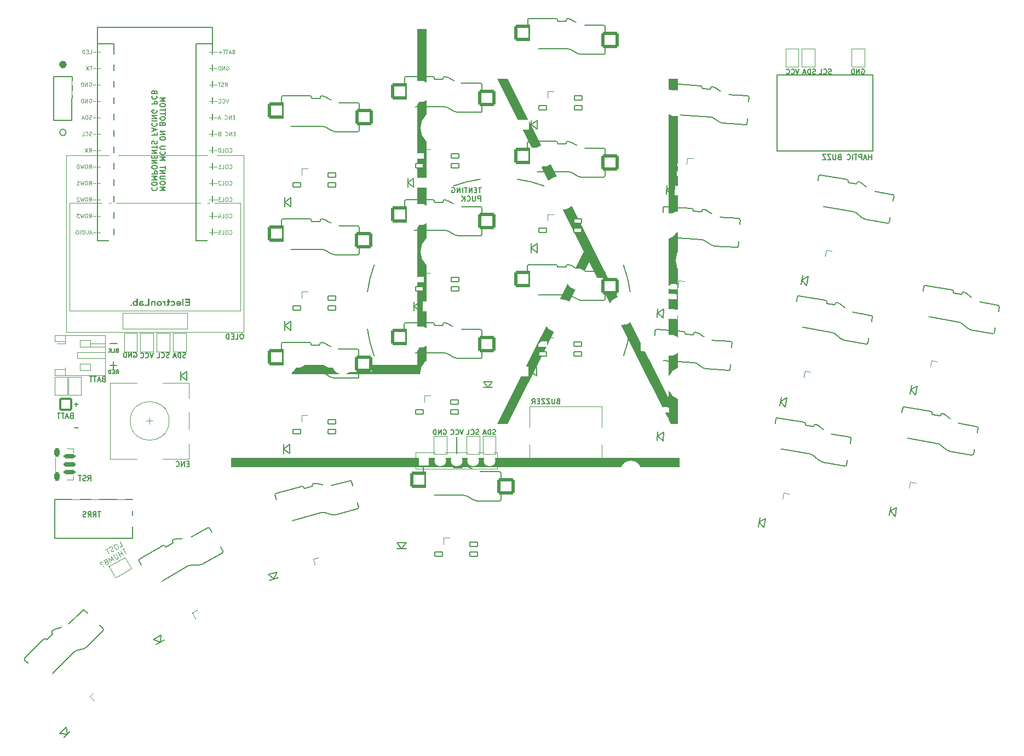
<source format=gbo>
G04 #@! TF.GenerationSoftware,KiCad,Pcbnew,8.0.4-8.0.4-0~ubuntu22.04.1*
G04 #@! TF.CreationDate,2024-08-27T17:00:25+02:00*
G04 #@! TF.ProjectId,klor1_4,6b6c6f72-315f-4342-9e6b-696361645f70,v1.4.0 LP KS33*
G04 #@! TF.SameCoordinates,Original*
G04 #@! TF.FileFunction,Legend,Bot*
G04 #@! TF.FilePolarity,Positive*
%FSLAX46Y46*%
G04 Gerber Fmt 4.6, Leading zero omitted, Abs format (unit mm)*
G04 Created by KiCad (PCBNEW 8.0.4-8.0.4-0~ubuntu22.04.1) date 2024-08-27 17:00:25*
%MOMM*%
%LPD*%
G01*
G04 APERTURE LIST*
G04 Aperture macros list*
%AMRoundRect*
0 Rectangle with rounded corners*
0 $1 Rounding radius*
0 $2 $3 $4 $5 $6 $7 $8 $9 X,Y pos of 4 corners*
0 Add a 4 corners polygon primitive as box body*
4,1,4,$2,$3,$4,$5,$6,$7,$8,$9,$2,$3,0*
0 Add four circle primitives for the rounded corners*
1,1,$1+$1,$2,$3*
1,1,$1+$1,$4,$5*
1,1,$1+$1,$6,$7*
1,1,$1+$1,$8,$9*
0 Add four rect primitives between the rounded corners*
20,1,$1+$1,$2,$3,$4,$5,0*
20,1,$1+$1,$4,$5,$6,$7,0*
20,1,$1+$1,$6,$7,$8,$9,0*
20,1,$1+$1,$8,$9,$2,$3,0*%
%AMRotRect*
0 Rectangle, with rotation*
0 The origin of the aperture is its center*
0 $1 length*
0 $2 width*
0 $3 Rotation angle, in degrees counterclockwise*
0 Add horizontal line*
21,1,$1,$2,0,0,$3*%
%AMFreePoly0*
4,1,18,-0.410000,0.593000,-0.403758,0.624380,-0.385983,0.650983,-0.359380,0.668758,-0.328000,0.675000,0.000001,0.675000,0.410000,0.265000,0.410000,-0.593000,0.403758,-0.624380,0.385983,-0.650983,0.359380,-0.668758,0.328000,-0.675000,-0.327999,-0.675000,-0.359380,-0.668758,-0.385983,-0.650983,-0.403758,-0.624380,-0.410000,-0.593000,-0.410000,0.593000,-0.410000,0.593000,$1*%
%AMFreePoly1*
4,1,6,1.000000,0.000000,0.500000,-0.750000,-0.500000,-0.750000,-0.500000,0.750000,0.500000,0.750000,1.000000,0.000000,1.000000,0.000000,$1*%
%AMFreePoly2*
4,1,6,0.500000,-0.750000,-0.650000,-0.750000,-0.150000,0.000000,-0.650000,0.750000,0.500000,0.750000,0.500000,-0.750000,0.500000,-0.750000,$1*%
G04 Aperture macros list end*
%ADD10C,0.000000*%
%ADD11C,0.150000*%
%ADD12C,0.127000*%
%ADD13C,0.569975*%
%ADD14C,0.100000*%
%ADD15C,0.120000*%
%ADD16C,0.200000*%
%ADD17O,2.500000X1.700000*%
%ADD18C,1.524000*%
%ADD19C,0.000001*%
%ADD20C,3.300000*%
%ADD21C,5.250000*%
%ADD22RoundRect,0.082000X0.527034X-0.425990X0.640948X0.220044X-0.527034X0.425990X-0.640948X-0.220044X0*%
%ADD23FreePoly0,80.000000*%
%ADD24RoundRect,0.255000X1.230865X0.818700X-0.876623X1.190307X-1.230865X-0.818700X0.876623X-1.190307X0*%
%ADD25RotRect,1.200000X2.550000X350.000000*%
%ADD26RotRect,1.200000X2.550000X170.000000*%
%ADD27RoundRect,0.082000X0.593000X-0.328000X0.593000X0.328000X-0.593000X0.328000X-0.593000X-0.328000X0*%
%ADD28FreePoly0,90.000000*%
%ADD29RoundRect,0.255000X1.070000X1.020000X-1.070000X1.020000X-1.070000X-1.020000X1.070000X-1.020000X0*%
%ADD30R,1.200000X2.550000*%
%ADD31RoundRect,0.082000X0.568675X-0.368567X0.614436X0.285835X-0.568675X0.368567X-0.614436X-0.285835X0*%
%ADD32FreePoly0,86.000000*%
%ADD33RoundRect,0.255000X1.138545X0.942876X-0.996242X1.092155X-1.138545X-0.942876X0.996242X-1.092155X0*%
%ADD34RotRect,1.200000X2.550000X356.000000*%
%ADD35RotRect,1.200000X2.550000X176.000000*%
%ADD36RoundRect,0.082000X0.657687X-0.163344X0.487901X0.470303X-0.657687X0.163344X-0.487901X-0.470303X0*%
%ADD37FreePoly0,105.000000*%
%ADD38RoundRect,0.255000X0.769545X1.262181X-1.297536X0.708308X-0.769545X-1.262181X1.297536X-0.708308X0*%
%ADD39RotRect,1.200000X2.550000X15.000000*%
%ADD40RotRect,1.200000X2.550000X195.000000*%
%ADD41RoundRect,0.082000X0.677553X0.012444X0.349553X0.580556X-0.677553X-0.012444X-0.349553X-0.580556X0*%
%ADD42FreePoly0,120.000000*%
%ADD43RoundRect,0.255000X0.416647X1.418346X-1.436647X0.348346X-0.416647X-1.418346X1.436647X-0.348346X0*%
%ADD44RotRect,1.200000X2.550000X30.000000*%
%ADD45RotRect,1.200000X2.550000X210.000000*%
%ADD46C,3.200000*%
%ADD47RotRect,1.800000X1.500000X350.000000*%
%ADD48R,1.800000X1.500000*%
%ADD49RotRect,1.800000X1.500000X356.000000*%
%ADD50RotRect,1.800000X1.500000X105.000000*%
%ADD51R,2.200000X2.200000*%
%ADD52C,2.200000*%
%ADD53C,2.000000*%
%ADD54R,3.200000X2.000000*%
%ADD55O,1.600000X2.000000*%
%ADD56C,1.200000*%
%ADD57RotRect,1.800000X1.500000X120.000000*%
%ADD58O,1.750000X1.200000*%
%ADD59C,0.900000*%
%ADD60RoundRect,0.187500X-0.712500X0.187500X-0.712500X-0.187500X0.712500X-0.187500X0.712500X0.187500X0*%
%ADD61RoundRect,0.150000X-0.750000X0.150000X-0.750000X-0.150000X0.750000X-0.150000X0.750000X0.150000X0*%
%ADD62RoundRect,0.225000X-0.225000X0.425000X-0.225000X-0.425000X0.225000X-0.425000X0.225000X0.425000X0*%
%ADD63C,4.400000*%
%ADD64RotRect,1.800000X1.500000X135.000000*%
%ADD65R,1.500000X1.800000*%
%ADD66RoundRect,0.142858X-0.857142X0.857142X-0.857142X-0.857142X0.857142X-0.857142X0.857142X0.857142X0*%
%ADD67R,1.000000X0.700000*%
%ADD68R,2.800000X1.000000*%
%ADD69R,1.524000X1.524000*%
%ADD70C,1.800000*%
%ADD71FreePoly1,270.000000*%
%ADD72FreePoly2,270.000000*%
%ADD73FreePoly1,90.000000*%
%ADD74FreePoly2,90.000000*%
%ADD75FreePoly1,210.000000*%
%ADD76FreePoly2,210.000000*%
%ADD77C,1.700000*%
%ADD78O,1.700000X1.700000*%
%ADD79RoundRect,0.082000X0.651245X0.187383X0.187383X0.651245X-0.651245X-0.187383X-0.187383X-0.651245X0*%
%ADD80FreePoly0,135.000000*%
%ADD81RoundRect,0.255000X0.035355X1.477853X-1.477853X-0.035355X-0.035355X-1.477853X1.477853X0.035355X0*%
%ADD82RotRect,1.200000X2.550000X45.000000*%
%ADD83RotRect,1.200000X2.550000X225.000000*%
G04 APERTURE END LIST*
D10*
G36*
X98586526Y-95291221D02*
G01*
X98586625Y-95296907D01*
X98586923Y-95302457D01*
X98587419Y-95307871D01*
X98588113Y-95313148D01*
X98589006Y-95318289D01*
X98590098Y-95323293D01*
X98591387Y-95328161D01*
X98592876Y-95332893D01*
X98594562Y-95337488D01*
X98596448Y-95341946D01*
X98598531Y-95346268D01*
X98600813Y-95350454D01*
X98603294Y-95354504D01*
X98605973Y-95358417D01*
X98608850Y-95362193D01*
X98611926Y-95365833D01*
X98615144Y-95369293D01*
X98618449Y-95372531D01*
X98621841Y-95375544D01*
X98625320Y-95378335D01*
X98628886Y-95380902D01*
X98632538Y-95383246D01*
X98636278Y-95385367D01*
X98640104Y-95387265D01*
X98644017Y-95388939D01*
X98648016Y-95390390D01*
X98652103Y-95391618D01*
X98656276Y-95392622D01*
X98660537Y-95393404D01*
X98664884Y-95393962D01*
X98669317Y-95394297D01*
X98673838Y-95394408D01*
X98745275Y-95394408D01*
X98745275Y-95584908D01*
X98610338Y-95584908D01*
X98610338Y-95901880D01*
X98610099Y-95918483D01*
X98609383Y-95934560D01*
X98608188Y-95950109D01*
X98606516Y-95965132D01*
X98604365Y-95979627D01*
X98601736Y-95993595D01*
X98598628Y-96007036D01*
X98595042Y-96019950D01*
X98590976Y-96032337D01*
X98586431Y-96044197D01*
X98581407Y-96055530D01*
X98575903Y-96066335D01*
X98569919Y-96076614D01*
X98563455Y-96086365D01*
X98556511Y-96095589D01*
X98549087Y-96104286D01*
X98541182Y-96112456D01*
X98532796Y-96120099D01*
X98523929Y-96127215D01*
X98514581Y-96133804D01*
X98504752Y-96139866D01*
X98494441Y-96145400D01*
X98483649Y-96150408D01*
X98472374Y-96154888D01*
X98460618Y-96158841D01*
X98448379Y-96162267D01*
X98435657Y-96165166D01*
X98422453Y-96167538D01*
X98408765Y-96169383D01*
X98394595Y-96170701D01*
X98379942Y-96171491D01*
X98364804Y-96171755D01*
X98354851Y-96171755D01*
X98345034Y-96171557D01*
X98335352Y-96171163D01*
X98325803Y-96170572D01*
X98316388Y-96169786D01*
X98307106Y-96168806D01*
X98297955Y-96167632D01*
X98288935Y-96166265D01*
X98280046Y-96164705D01*
X98271286Y-96162954D01*
X98262654Y-96161013D01*
X98254151Y-96158881D01*
X98245775Y-96156560D01*
X98237525Y-96154052D01*
X98229400Y-96151355D01*
X98221400Y-96148472D01*
X98221400Y-95965379D01*
X98230925Y-95968555D01*
X98233479Y-95969744D01*
X98236374Y-95970927D01*
X98239604Y-95972098D01*
X98243162Y-95973250D01*
X98247043Y-95974378D01*
X98251240Y-95975474D01*
X98255748Y-95976534D01*
X98260559Y-95977550D01*
X98265543Y-95978491D01*
X98270572Y-95979328D01*
X98275637Y-95980052D01*
X98280733Y-95980659D01*
X98285854Y-95981141D01*
X98290994Y-95981494D01*
X98296146Y-95981710D01*
X98301304Y-95981783D01*
X98306402Y-95981684D01*
X98311377Y-95981386D01*
X98316231Y-95980890D01*
X98320966Y-95980196D01*
X98325583Y-95979303D01*
X98330084Y-95978212D01*
X98334470Y-95976922D01*
X98338743Y-95975434D01*
X98342904Y-95973747D01*
X98346955Y-95971862D01*
X98350898Y-95969778D01*
X98354734Y-95967496D01*
X98358464Y-95965016D01*
X98362090Y-95962337D01*
X98365614Y-95959459D01*
X98369038Y-95956383D01*
X98372306Y-95953165D01*
X98375363Y-95949860D01*
X98378209Y-95946468D01*
X98380845Y-95942989D01*
X98383269Y-95939424D01*
X98385483Y-95935771D01*
X98387486Y-95932032D01*
X98389278Y-95928206D01*
X98390860Y-95924293D01*
X98392230Y-95920293D01*
X98393390Y-95916206D01*
X98394338Y-95912033D01*
X98395076Y-95907773D01*
X98395603Y-95903426D01*
X98395920Y-95898992D01*
X98396025Y-95894471D01*
X98396025Y-95585438D01*
X98237804Y-95585438D01*
X98237804Y-95394938D01*
X98396025Y-95394938D01*
X98396025Y-95149405D01*
X98586525Y-95149405D01*
X98586526Y-95148346D01*
X98586526Y-95291221D01*
G37*
G36*
X96087781Y-95362782D02*
G01*
X96095661Y-95363154D01*
X96103501Y-95363771D01*
X96111299Y-95364635D01*
X96119053Y-95365743D01*
X96126762Y-95367095D01*
X96134425Y-95368691D01*
X96142040Y-95370530D01*
X96149605Y-95372610D01*
X96157119Y-95374932D01*
X96164580Y-95377494D01*
X96171987Y-95380295D01*
X96179338Y-95383335D01*
X96186632Y-95386613D01*
X96193867Y-95390128D01*
X96201042Y-95393880D01*
X96214709Y-95401420D01*
X96227136Y-95408564D01*
X96232885Y-95411987D01*
X96238323Y-95415310D01*
X96243452Y-95418535D01*
X96248270Y-95421660D01*
X96252778Y-95424687D01*
X96256977Y-95427613D01*
X96260865Y-95430441D01*
X96264443Y-95433170D01*
X96267711Y-95435799D01*
X96270669Y-95438329D01*
X96273317Y-95440760D01*
X96275655Y-95443091D01*
X96279873Y-95447557D01*
X96283807Y-95451831D01*
X96287468Y-95455918D01*
X96290868Y-95459826D01*
X96294020Y-95463560D01*
X96296937Y-95467127D01*
X96299630Y-95470532D01*
X96302113Y-95473783D01*
X96302113Y-95378004D01*
X96515896Y-95378004D01*
X96515896Y-96156408D01*
X96302113Y-96156408D01*
X96302113Y-95751595D01*
X96301946Y-95740743D01*
X96301443Y-95730213D01*
X96300606Y-95720003D01*
X96299434Y-95710114D01*
X96297927Y-95700544D01*
X96296085Y-95691292D01*
X96293909Y-95682359D01*
X96291397Y-95673742D01*
X96288551Y-95665442D01*
X96285370Y-95657457D01*
X96281854Y-95649787D01*
X96278003Y-95642431D01*
X96273817Y-95635387D01*
X96269296Y-95628657D01*
X96264441Y-95622237D01*
X96259251Y-95616129D01*
X96253775Y-95610362D01*
X96248064Y-95604967D01*
X96242117Y-95599944D01*
X96235934Y-95595293D01*
X96229516Y-95591015D01*
X96222862Y-95587108D01*
X96215972Y-95583573D01*
X96208847Y-95580410D01*
X96201486Y-95577620D01*
X96193890Y-95575201D01*
X96186058Y-95573155D01*
X96177990Y-95571481D01*
X96169687Y-95570178D01*
X96161148Y-95569248D01*
X96152373Y-95568690D01*
X96143363Y-95568504D01*
X96135122Y-95568678D01*
X96127067Y-95569198D01*
X96119200Y-95570063D01*
X96111522Y-95571274D01*
X96104033Y-95572829D01*
X96096733Y-95574727D01*
X96089625Y-95576968D01*
X96082707Y-95579551D01*
X96075982Y-95582474D01*
X96069450Y-95585738D01*
X96063112Y-95589342D01*
X96056968Y-95593284D01*
X96051020Y-95597564D01*
X96045268Y-95602182D01*
X96039712Y-95607136D01*
X96034355Y-95612425D01*
X96029257Y-95617988D01*
X96024483Y-95623762D01*
X96020033Y-95629749D01*
X96015908Y-95635948D01*
X96012108Y-95642362D01*
X96008635Y-95648990D01*
X96005489Y-95655834D01*
X96002671Y-95662895D01*
X96000181Y-95670172D01*
X95998021Y-95677667D01*
X95996191Y-95685380D01*
X95994692Y-95693313D01*
X95993525Y-95701466D01*
X95992690Y-95709840D01*
X95992188Y-95718436D01*
X95992021Y-95727254D01*
X95992021Y-96155880D01*
X95778238Y-96155880D01*
X95778238Y-95703442D01*
X95778567Y-95684144D01*
X95779553Y-95665343D01*
X95781196Y-95647040D01*
X95783496Y-95629235D01*
X95786454Y-95611929D01*
X95790070Y-95595123D01*
X95794342Y-95578818D01*
X95799272Y-95563015D01*
X95804859Y-95547714D01*
X95811104Y-95532915D01*
X95818006Y-95518621D01*
X95825565Y-95504831D01*
X95833782Y-95491547D01*
X95842656Y-95478769D01*
X95852187Y-95466497D01*
X95862375Y-95454734D01*
X95873085Y-95443584D01*
X95884178Y-95433154D01*
X95895657Y-95423443D01*
X95907520Y-95414451D01*
X95919767Y-95406178D01*
X95932399Y-95398625D01*
X95945415Y-95391792D01*
X95958816Y-95385677D01*
X95972601Y-95380282D01*
X95986771Y-95375607D01*
X96001325Y-95371650D01*
X96016263Y-95368413D01*
X96031586Y-95365896D01*
X96047294Y-95364097D01*
X96063386Y-95363018D01*
X96079863Y-95362659D01*
X96087781Y-95362782D01*
G37*
D11*
X192600000Y-60375000D02*
X207375000Y-60375000D01*
X207375000Y-72150000D01*
X192600000Y-72150000D01*
X192600000Y-60375000D01*
D10*
G36*
X95524767Y-96156408D02*
G01*
X94770705Y-96156408D01*
X94770705Y-95942624D01*
X95286114Y-95942624D01*
X95286114Y-95045158D01*
X95524767Y-95045158D01*
X95524767Y-96156408D01*
G37*
D11*
X82669975Y-69294975D02*
G75*
G02*
X81680025Y-69294975I-494975J0D01*
G01*
X81680025Y-69294975D02*
G75*
G02*
X82669975Y-69294975I494975J0D01*
G01*
D12*
X143042000Y-116438500D02*
X143042000Y-118995500D01*
D10*
G36*
X100463524Y-95706638D02*
G01*
X100465852Y-95726543D01*
X100467248Y-95746821D01*
X100467713Y-95767471D01*
X100467236Y-95788121D01*
X100465805Y-95808399D01*
X100463423Y-95828305D01*
X100460090Y-95847838D01*
X100455808Y-95867000D01*
X100450579Y-95885790D01*
X100444405Y-95904207D01*
X100437286Y-95922252D01*
X100429225Y-95939926D01*
X100420222Y-95957227D01*
X100410281Y-95974156D01*
X100399401Y-95990713D01*
X100387585Y-96006898D01*
X100374834Y-96022711D01*
X100361150Y-96038152D01*
X100346534Y-96053221D01*
X100331254Y-96067639D01*
X100315577Y-96081126D01*
X100299504Y-96093684D01*
X100283034Y-96105311D01*
X100266167Y-96116008D01*
X100248902Y-96125775D01*
X100231242Y-96134612D01*
X100213184Y-96142518D01*
X100194729Y-96149494D01*
X100175877Y-96155541D01*
X100156629Y-96160657D01*
X100136984Y-96164842D01*
X100116941Y-96168098D01*
X100096502Y-96170423D01*
X100075666Y-96171819D01*
X100054434Y-96172284D01*
X100039402Y-96172083D01*
X100024470Y-96171473D01*
X100009636Y-96170442D01*
X99994902Y-96168976D01*
X99980268Y-96167064D01*
X99965732Y-96164694D01*
X99951296Y-96161851D01*
X99936959Y-96158526D01*
X99922996Y-96154903D01*
X99909690Y-96151175D01*
X99897054Y-96147335D01*
X99885100Y-96143378D01*
X99873841Y-96139297D01*
X99863289Y-96135085D01*
X99853456Y-96130737D01*
X99848813Y-96128510D01*
X99844354Y-96126246D01*
X99835650Y-96121608D01*
X99827008Y-96116821D01*
X99818440Y-96111885D01*
X99809959Y-96106800D01*
X99801577Y-96101566D01*
X99793307Y-96096183D01*
X99785160Y-96090652D01*
X99777150Y-96084971D01*
X99769560Y-96079416D01*
X99762664Y-96074264D01*
X99756463Y-96069521D01*
X99750957Y-96065194D01*
X99746144Y-96061288D01*
X99742027Y-96057811D01*
X99738604Y-96054767D01*
X99735875Y-96052164D01*
X99721588Y-96037876D01*
X99832184Y-95895001D01*
X99854409Y-95918813D01*
X99857112Y-95921790D01*
X99860063Y-95924766D01*
X99863260Y-95927743D01*
X99866703Y-95930719D01*
X99870391Y-95933696D01*
X99874324Y-95936672D01*
X99878499Y-95939649D01*
X99882917Y-95942625D01*
X99887577Y-95945602D01*
X99892479Y-95948579D01*
X99897620Y-95951555D01*
X99903001Y-95954532D01*
X99914478Y-95960485D01*
X99926904Y-95966438D01*
X99933391Y-95969322D01*
X99939951Y-95972019D01*
X99946583Y-95974531D01*
X99953288Y-95976856D01*
X99960064Y-95978995D01*
X99966911Y-95980949D01*
X99973828Y-95982716D01*
X99980813Y-95984297D01*
X99987867Y-95985693D01*
X99994988Y-95986902D01*
X100002176Y-95987925D01*
X100009430Y-95988762D01*
X100016748Y-95989413D01*
X100024131Y-95989878D01*
X100031578Y-95990157D01*
X100039088Y-95990250D01*
X100049400Y-95990077D01*
X100059500Y-95989557D01*
X100069386Y-95988691D01*
X100079056Y-95987480D01*
X100088510Y-95985926D01*
X100097745Y-95984027D01*
X100106759Y-95981787D01*
X100115552Y-95979204D01*
X100124122Y-95976280D01*
X100132467Y-95973016D01*
X100140586Y-95969413D01*
X100148476Y-95965470D01*
X100156138Y-95961190D01*
X100163568Y-95956573D01*
X100170766Y-95951619D01*
X100177729Y-95946329D01*
X100184408Y-95940792D01*
X100190753Y-95935094D01*
X100196764Y-95929236D01*
X100202443Y-95923219D01*
X100207790Y-95917045D01*
X100212806Y-95910713D01*
X100217492Y-95904224D01*
X100221848Y-95897580D01*
X100225876Y-95890780D01*
X100229576Y-95883827D01*
X100232949Y-95876719D01*
X100235995Y-95869460D01*
X100238716Y-95862048D01*
X100241113Y-95854485D01*
X100243185Y-95846771D01*
X100244934Y-95838908D01*
X100245462Y-95838380D01*
X99681901Y-95838380D01*
X99673963Y-95751597D01*
X99674397Y-95730978D01*
X99675698Y-95710793D01*
X99677866Y-95691043D01*
X99678246Y-95688625D01*
X99888275Y-95688625D01*
X100245463Y-95688625D01*
X100242877Y-95680781D01*
X100240079Y-95673122D01*
X100237069Y-95665650D01*
X100233846Y-95658364D01*
X100230409Y-95651263D01*
X100226757Y-95644349D01*
X100222890Y-95637621D01*
X100218806Y-95631079D01*
X100214505Y-95624722D01*
X100209987Y-95618552D01*
X100205250Y-95612568D01*
X100200293Y-95606770D01*
X100195117Y-95601158D01*
X100189719Y-95595732D01*
X100184100Y-95590492D01*
X100178259Y-95585438D01*
X100178788Y-95585968D01*
X100172754Y-95581162D01*
X100166559Y-95576666D01*
X100160203Y-95572480D01*
X100153685Y-95568604D01*
X100147007Y-95565039D01*
X100140167Y-95561783D01*
X100133166Y-95558838D01*
X100126003Y-95556202D01*
X100118680Y-95553877D01*
X100111195Y-95551861D01*
X100103549Y-95550156D01*
X100095742Y-95548761D01*
X100087773Y-95547676D01*
X100079643Y-95546901D01*
X100071352Y-95546436D01*
X100062900Y-95546280D01*
X100054448Y-95546436D01*
X100046158Y-95546902D01*
X100038031Y-95547679D01*
X100030067Y-95548769D01*
X100022268Y-95550172D01*
X100014633Y-95551889D01*
X100007165Y-95553921D01*
X99999863Y-95556268D01*
X99992729Y-95558932D01*
X99985763Y-95561912D01*
X99978966Y-95565211D01*
X99972338Y-95568827D01*
X99965881Y-95572764D01*
X99959596Y-95577020D01*
X99953482Y-95581598D01*
X99947542Y-95586497D01*
X99941824Y-95591550D01*
X99936379Y-95596789D01*
X99931204Y-95602210D01*
X99926301Y-95607812D01*
X99921667Y-95613594D01*
X99917302Y-95619555D01*
X99913205Y-95625692D01*
X99909376Y-95632005D01*
X99905813Y-95638491D01*
X99902516Y-95645149D01*
X99899484Y-95651978D01*
X99896717Y-95658975D01*
X99894213Y-95666141D01*
X99891972Y-95673472D01*
X99889993Y-95680967D01*
X99888275Y-95688625D01*
X99678246Y-95688625D01*
X99680900Y-95671726D01*
X99684799Y-95652843D01*
X99689562Y-95634395D01*
X99695189Y-95616380D01*
X99701678Y-95598800D01*
X99709030Y-95581654D01*
X99717242Y-95564941D01*
X99726315Y-95548663D01*
X99736248Y-95532819D01*
X99747039Y-95517410D01*
X99758689Y-95502434D01*
X99771196Y-95487892D01*
X99784559Y-95473784D01*
X99798574Y-95460328D01*
X99813034Y-95447739D01*
X99827939Y-95436019D01*
X99843288Y-95425167D01*
X99859081Y-95415183D01*
X99875316Y-95406067D01*
X99891993Y-95397820D01*
X99909112Y-95390440D01*
X99926670Y-95383929D01*
X99944668Y-95378286D01*
X99963105Y-95373511D01*
X99981979Y-95369605D01*
X100001291Y-95366566D01*
X100021040Y-95364396D01*
X100041223Y-95363093D01*
X100061842Y-95362659D01*
X100082492Y-95363124D01*
X100102771Y-95364520D01*
X100122679Y-95366845D01*
X100142218Y-95370101D01*
X100161387Y-95374286D01*
X100180188Y-95379402D01*
X100198622Y-95385449D01*
X100216690Y-95392425D01*
X100234391Y-95400331D01*
X100251727Y-95409168D01*
X100268699Y-95418935D01*
X100285308Y-95429632D01*
X100301553Y-95441259D01*
X100317437Y-95453817D01*
X100332959Y-95467304D01*
X100348121Y-95481722D01*
X100362632Y-95496791D01*
X100376201Y-95512232D01*
X100388829Y-95528045D01*
X100400517Y-95544230D01*
X100411265Y-95560787D01*
X100421075Y-95577716D01*
X100429947Y-95595017D01*
X100437881Y-95612690D01*
X100444879Y-95630736D01*
X100450942Y-95649153D01*
X100456070Y-95667942D01*
X100460263Y-95687104D01*
X100460517Y-95688625D01*
X100463524Y-95706638D01*
G37*
D11*
X84550000Y-111375000D02*
X83965000Y-111375000D01*
X90498000Y-105359000D02*
X89429000Y-105359000D01*
D10*
G36*
X177481312Y-121146755D02*
G01*
X108221313Y-121146755D01*
X108221313Y-119700160D01*
X177481312Y-119700160D01*
X177481312Y-121146755D01*
G37*
G36*
X92706568Y-95934824D02*
G01*
X92712948Y-95935234D01*
X92719215Y-95935919D01*
X92725368Y-95936879D01*
X92731406Y-95938114D01*
X92737329Y-95939627D01*
X92743135Y-95941417D01*
X92748825Y-95943485D01*
X92754396Y-95945832D01*
X92759849Y-95948459D01*
X92765183Y-95951367D01*
X92770397Y-95954556D01*
X92775489Y-95958027D01*
X92780460Y-95961781D01*
X92785309Y-95965819D01*
X92790034Y-95970141D01*
X92794548Y-95974656D01*
X92798766Y-95979269D01*
X92802688Y-95983979D01*
X92806314Y-95988786D01*
X92809646Y-95993690D01*
X92812684Y-95998689D01*
X92815428Y-96003782D01*
X92817881Y-96008969D01*
X92820042Y-96014249D01*
X92821913Y-96019622D01*
X92823493Y-96025086D01*
X92824785Y-96030640D01*
X92825788Y-96036285D01*
X92826504Y-96042018D01*
X92826932Y-96047840D01*
X92827075Y-96053750D01*
X92826932Y-96059653D01*
X92826504Y-96065459D01*
X92825788Y-96071166D01*
X92824785Y-96076777D01*
X92823493Y-96082292D01*
X92821913Y-96087711D01*
X92820042Y-96093035D01*
X92817881Y-96098266D01*
X92815428Y-96103404D01*
X92812684Y-96108450D01*
X92809646Y-96113404D01*
X92806314Y-96118267D01*
X92802688Y-96123041D01*
X92798766Y-96127725D01*
X92794548Y-96132321D01*
X92790034Y-96136829D01*
X92785309Y-96141152D01*
X92780460Y-96145190D01*
X92775489Y-96148944D01*
X92770397Y-96152415D01*
X92765183Y-96155604D01*
X92759849Y-96158512D01*
X92754396Y-96161139D01*
X92748825Y-96163486D01*
X92743135Y-96165555D01*
X92737329Y-96167344D01*
X92731406Y-96168857D01*
X92725368Y-96170093D01*
X92719215Y-96171052D01*
X92712948Y-96171737D01*
X92706568Y-96172147D01*
X92700076Y-96172284D01*
X92693583Y-96172147D01*
X92687203Y-96171737D01*
X92680936Y-96171052D01*
X92674783Y-96170093D01*
X92668745Y-96168857D01*
X92662822Y-96167344D01*
X92657016Y-96165555D01*
X92651326Y-96163486D01*
X92645755Y-96161139D01*
X92640302Y-96158512D01*
X92634968Y-96155604D01*
X92629754Y-96152415D01*
X92624662Y-96148944D01*
X92619691Y-96145190D01*
X92614843Y-96141152D01*
X92610117Y-96136829D01*
X92605603Y-96132327D01*
X92601385Y-96127746D01*
X92597463Y-96123086D01*
X92593837Y-96118341D01*
X92590505Y-96113510D01*
X92587468Y-96108589D01*
X92584723Y-96103575D01*
X92582270Y-96098464D01*
X92580109Y-96093255D01*
X92578238Y-96087943D01*
X92576658Y-96082526D01*
X92575366Y-96077000D01*
X92574363Y-96071363D01*
X92573647Y-96065610D01*
X92573219Y-96059741D01*
X92573076Y-96053750D01*
X92573219Y-96047753D01*
X92573647Y-96041866D01*
X92574363Y-96036088D01*
X92575366Y-96030417D01*
X92576658Y-96024851D01*
X92578238Y-96019389D01*
X92580109Y-96014029D01*
X92582270Y-96008771D01*
X92584723Y-96003611D01*
X92587468Y-95998549D01*
X92590505Y-95993583D01*
X92593837Y-95988712D01*
X92597463Y-95983934D01*
X92601385Y-95979247D01*
X92605603Y-95974650D01*
X92610117Y-95970141D01*
X92614843Y-95965819D01*
X92619691Y-95961781D01*
X92624662Y-95958027D01*
X92629754Y-95954556D01*
X92634968Y-95951367D01*
X92640302Y-95948459D01*
X92645755Y-95945832D01*
X92651326Y-95943485D01*
X92657016Y-95941417D01*
X92662822Y-95939627D01*
X92668745Y-95938114D01*
X92674783Y-95936879D01*
X92680936Y-95935919D01*
X92687203Y-95935234D01*
X92693583Y-95934824D01*
X92700076Y-95934688D01*
X92706568Y-95934824D01*
G37*
D13*
X82459987Y-58794975D02*
G75*
G02*
X81890013Y-58794975I-284987J0D01*
G01*
X81890013Y-58794975D02*
G75*
G02*
X82459987Y-58794975I284987J0D01*
G01*
D10*
G36*
X138388054Y-106680812D02*
G01*
X117606522Y-106680812D01*
X117606522Y-105234218D01*
X136941460Y-105234233D01*
X136941460Y-53262767D01*
X138388054Y-53262767D01*
X138388054Y-106680812D01*
G37*
D11*
X90531000Y-101998000D02*
X89462000Y-101998000D01*
D10*
G36*
X101863654Y-96156937D02*
G01*
X101029687Y-96156937D01*
X101029687Y-95942624D01*
X101625000Y-95942624D01*
X101625000Y-95696033D01*
X101173092Y-95696033D01*
X101173092Y-95482250D01*
X101625000Y-95482250D01*
X101625000Y-95260000D01*
X101046092Y-95260000D01*
X101046092Y-95045158D01*
X101863654Y-95045158D01*
X101863654Y-96156937D01*
G37*
G36*
X97611252Y-95371236D02*
G01*
X97619132Y-95371571D01*
X97626971Y-95372129D01*
X97634769Y-95372911D01*
X97642524Y-95373915D01*
X97650233Y-95375143D01*
X97657896Y-95376594D01*
X97665510Y-95378268D01*
X97673076Y-95380166D01*
X97680590Y-95382287D01*
X97688051Y-95384631D01*
X97695458Y-95387198D01*
X97702809Y-95389988D01*
X97710103Y-95393002D01*
X97717338Y-95396239D01*
X97724512Y-95399699D01*
X97738180Y-95406669D01*
X97750607Y-95413292D01*
X97756356Y-95416473D01*
X97761794Y-95419568D01*
X97766923Y-95422575D01*
X97771741Y-95425496D01*
X97776249Y-95428330D01*
X97780447Y-95431077D01*
X97784335Y-95433737D01*
X97787914Y-95436311D01*
X97791182Y-95438797D01*
X97794140Y-95441197D01*
X97796787Y-95443510D01*
X97799125Y-95445737D01*
X97803344Y-95449980D01*
X97807278Y-95453988D01*
X97810939Y-95457773D01*
X97814339Y-95461347D01*
X97817491Y-95464722D01*
X97820408Y-95467912D01*
X97823101Y-95470928D01*
X97825584Y-95473782D01*
X97825584Y-95378532D01*
X98039367Y-95378532D01*
X98039367Y-96156936D01*
X97825584Y-96156936D01*
X97825584Y-95783874D01*
X97825391Y-95771552D01*
X97824815Y-95759591D01*
X97823854Y-95747991D01*
X97822508Y-95736753D01*
X97820778Y-95725878D01*
X97818663Y-95715367D01*
X97816164Y-95705219D01*
X97813281Y-95695437D01*
X97810013Y-95686021D01*
X97806360Y-95676971D01*
X97802323Y-95668289D01*
X97797902Y-95659975D01*
X97793096Y-95652030D01*
X97787905Y-95644454D01*
X97782330Y-95637249D01*
X97776371Y-95630416D01*
X97770077Y-95623973D01*
X97763500Y-95617940D01*
X97756640Y-95612318D01*
X97749499Y-95607108D01*
X97742080Y-95602310D01*
X97734383Y-95597925D01*
X97726410Y-95593954D01*
X97718163Y-95590398D01*
X97709643Y-95587257D01*
X97700851Y-95584533D01*
X97691790Y-95582225D01*
X97682461Y-95580336D01*
X97672865Y-95578865D01*
X97663003Y-95577813D01*
X97652879Y-95577181D01*
X97642492Y-95576970D01*
X97630958Y-95577269D01*
X97620168Y-95577773D01*
X97610122Y-95578487D01*
X97600820Y-95579418D01*
X97596448Y-95579967D01*
X97592263Y-95580572D01*
X97588263Y-95581235D01*
X97584449Y-95581956D01*
X97580822Y-95582736D01*
X97577380Y-95583576D01*
X97574124Y-95584476D01*
X97571584Y-95585272D01*
X97571584Y-95371125D01*
X97603333Y-95371125D01*
X97611252Y-95371236D01*
G37*
G36*
X100848183Y-96156937D02*
G01*
X100633342Y-96156937D01*
X100633342Y-95045158D01*
X100848183Y-95045158D01*
X100848183Y-96156937D01*
G37*
D11*
X84256000Y-111668500D02*
X84256000Y-111083500D01*
X89975000Y-105877000D02*
X89975000Y-104808000D01*
D10*
G36*
X99163401Y-95363659D02*
G01*
X99184292Y-95365073D01*
X99204822Y-95367432D01*
X99224989Y-95370736D01*
X99244794Y-95374986D01*
X99264236Y-95380182D01*
X99283313Y-95386325D01*
X99302025Y-95393416D01*
X99320371Y-95401456D01*
X99338350Y-95410445D01*
X99355962Y-95420385D01*
X99373206Y-95431276D01*
X99390081Y-95443119D01*
X99406586Y-95455914D01*
X99422720Y-95469663D01*
X99438483Y-95484366D01*
X99438483Y-95485426D01*
X99453576Y-95500675D01*
X99467702Y-95516256D01*
X99480858Y-95532170D01*
X99493045Y-95548414D01*
X99504261Y-95564986D01*
X99514506Y-95581886D01*
X99523779Y-95599111D01*
X99532079Y-95616660D01*
X99539406Y-95634531D01*
X99545758Y-95652724D01*
X99551135Y-95671236D01*
X99555536Y-95690065D01*
X99558961Y-95709211D01*
X99561408Y-95728672D01*
X99562876Y-95748446D01*
X99563366Y-95768531D01*
X99562882Y-95788610D01*
X99561429Y-95808368D01*
X99559006Y-95827805D01*
X99555611Y-95846922D01*
X99551242Y-95865720D01*
X99545897Y-95884199D01*
X99539577Y-95902360D01*
X99532278Y-95920204D01*
X99523999Y-95937732D01*
X99514739Y-95954944D01*
X99504496Y-95971841D01*
X99493268Y-95988425D01*
X99481055Y-96004695D01*
X99467854Y-96020654D01*
X99453664Y-96036300D01*
X99438483Y-96051636D01*
X99422632Y-96066339D01*
X99406433Y-96080088D01*
X99389884Y-96092883D01*
X99372982Y-96104726D01*
X99355727Y-96115617D01*
X99338117Y-96125556D01*
X99320150Y-96134546D01*
X99301826Y-96142586D01*
X99283141Y-96149677D01*
X99264096Y-96155820D01*
X99244687Y-96161016D01*
X99224915Y-96165265D01*
X99204776Y-96168569D01*
X99184270Y-96170928D01*
X99163395Y-96172343D01*
X99142150Y-96172814D01*
X99127166Y-96172541D01*
X99112376Y-96171723D01*
X99097771Y-96170358D01*
X99083346Y-96168449D01*
X99069094Y-96165993D01*
X99055011Y-96162992D01*
X99041088Y-96159445D01*
X99027320Y-96155352D01*
X99013951Y-96150937D01*
X99001226Y-96146422D01*
X98989146Y-96141808D01*
X98977711Y-96137095D01*
X98966921Y-96132283D01*
X98956776Y-96127372D01*
X98947275Y-96122361D01*
X98938420Y-96117251D01*
X98929962Y-96112016D01*
X98921652Y-96106619D01*
X98913491Y-96101048D01*
X98905480Y-96095291D01*
X98897617Y-96089336D01*
X98889902Y-96083170D01*
X98882337Y-96076781D01*
X98874920Y-96070156D01*
X98867902Y-96063657D01*
X98861534Y-96057654D01*
X98855824Y-96052148D01*
X98850777Y-96047137D01*
X98846400Y-96042622D01*
X98844465Y-96040551D01*
X98842699Y-96038604D01*
X98841104Y-96036781D01*
X98839680Y-96035082D01*
X98838428Y-96033507D01*
X98837349Y-96032055D01*
X98833579Y-96026797D01*
X98830206Y-96022134D01*
X98827229Y-96018066D01*
X98824649Y-96014593D01*
X98951649Y-95879655D01*
X98972816Y-95906114D01*
X98975601Y-95909382D01*
X98978595Y-95912639D01*
X98981799Y-95915884D01*
X98985211Y-95919120D01*
X98988830Y-95922346D01*
X98992657Y-95925564D01*
X98996690Y-95928774D01*
X99000929Y-95931977D01*
X99005372Y-95935173D01*
X99010018Y-95938365D01*
X99014868Y-95941551D01*
X99019921Y-95944734D01*
X99030629Y-95951092D01*
X99042137Y-95957443D01*
X99048115Y-95960519D01*
X99054141Y-95963396D01*
X99060213Y-95966075D01*
X99066330Y-95968555D01*
X99072491Y-95970837D01*
X99078693Y-95972921D01*
X99084936Y-95974806D01*
X99091218Y-95976493D01*
X99097536Y-95977981D01*
X99103891Y-95979271D01*
X99110279Y-95980362D01*
X99116700Y-95981255D01*
X99123152Y-95981950D01*
X99129634Y-95982446D01*
X99136143Y-95982744D01*
X99142679Y-95982843D01*
X99153103Y-95982595D01*
X99163342Y-95981852D01*
X99173397Y-95980614D01*
X99183268Y-95978882D01*
X99192956Y-95976658D01*
X99202461Y-95973941D01*
X99211786Y-95970733D01*
X99220930Y-95967034D01*
X99229894Y-95962845D01*
X99238678Y-95958167D01*
X99247285Y-95953001D01*
X99255714Y-95947347D01*
X99263966Y-95941207D01*
X99272043Y-95934580D01*
X99279944Y-95927468D01*
X99287671Y-95919872D01*
X99295075Y-95911929D01*
X99302007Y-95903776D01*
X99308466Y-95895415D01*
X99314452Y-95886849D01*
X99319963Y-95878077D01*
X99324999Y-95869103D01*
X99329559Y-95859927D01*
X99333642Y-95850551D01*
X99337248Y-95840976D01*
X99340376Y-95831205D01*
X99343024Y-95821239D01*
X99345193Y-95811078D01*
X99346881Y-95800726D01*
X99348088Y-95790182D01*
X99348812Y-95779450D01*
X99349054Y-95768530D01*
X99348818Y-95757610D01*
X99348111Y-95746878D01*
X99346930Y-95736334D01*
X99345276Y-95725981D01*
X99343147Y-95715821D01*
X99340543Y-95705854D01*
X99337463Y-95696083D01*
X99333907Y-95686509D01*
X99329873Y-95677133D01*
X99325360Y-95667957D01*
X99320369Y-95658982D01*
X99314898Y-95650211D01*
X99308946Y-95641645D01*
X99302513Y-95633284D01*
X99295598Y-95625131D01*
X99288200Y-95617188D01*
X99280467Y-95609592D01*
X99272549Y-95602480D01*
X99264447Y-95595853D01*
X99256160Y-95589713D01*
X99247691Y-95584059D01*
X99239040Y-95578893D01*
X99230207Y-95574215D01*
X99221194Y-95570026D01*
X99212001Y-95566327D01*
X99202629Y-95563119D01*
X99193078Y-95560402D01*
X99183350Y-95558178D01*
X99173446Y-95556446D01*
X99163365Y-95555208D01*
X99153109Y-95554465D01*
X99142679Y-95554217D01*
X99136056Y-95554329D01*
X99129482Y-95554664D01*
X99122956Y-95555222D01*
X99116477Y-95556003D01*
X99110045Y-95557008D01*
X99103658Y-95558236D01*
X99097316Y-95559687D01*
X99091019Y-95561361D01*
X99084765Y-95563258D01*
X99078554Y-95565379D01*
X99072384Y-95567723D01*
X99066256Y-95570290D01*
X99060168Y-95573081D01*
X99054119Y-95576095D01*
X99048109Y-95579331D01*
X99042137Y-95582792D01*
X99036314Y-95586320D01*
X99030752Y-95589762D01*
X99025450Y-95593117D01*
X99020408Y-95596385D01*
X99015627Y-95599566D01*
X99011107Y-95602660D01*
X99006847Y-95605668D01*
X99002847Y-95608589D01*
X98999107Y-95611423D01*
X98995629Y-95614170D01*
X98992410Y-95616830D01*
X98989452Y-95619403D01*
X98986755Y-95621890D01*
X98984318Y-95624290D01*
X98982141Y-95626603D01*
X98980225Y-95628829D01*
X98976777Y-95633095D01*
X98973577Y-95637163D01*
X98970625Y-95641032D01*
X98967922Y-95644704D01*
X98965466Y-95648176D01*
X98963258Y-95651451D01*
X98961299Y-95654527D01*
X98959587Y-95657404D01*
X98824650Y-95522466D01*
X98836291Y-95506062D01*
X98839690Y-95501773D01*
X98843535Y-95497248D01*
X98847826Y-95492500D01*
X98852564Y-95487541D01*
X98857748Y-95482384D01*
X98863378Y-95477041D01*
X98869456Y-95471524D01*
X98875979Y-95465846D01*
X98882850Y-95460091D01*
X98889969Y-95454337D01*
X98897336Y-95448582D01*
X98904951Y-95442827D01*
X98912814Y-95437072D01*
X98920925Y-95431318D01*
X98929285Y-95425563D01*
X98937892Y-95419809D01*
X98946943Y-95414153D01*
X98956628Y-95408696D01*
X98966932Y-95403438D01*
X98977844Y-95398378D01*
X98989351Y-95393516D01*
X99001441Y-95388853D01*
X99014102Y-95384388D01*
X99027321Y-95380121D01*
X99040937Y-95376203D01*
X99054788Y-95372787D01*
X99068863Y-95369880D01*
X99083148Y-95367487D01*
X99097632Y-95365615D01*
X99112302Y-95364270D01*
X99127145Y-95363459D01*
X99142150Y-95363187D01*
X99163401Y-95363659D01*
G37*
G36*
X97500192Y-95788079D02*
G01*
X97498742Y-95807837D01*
X97496326Y-95827274D01*
X97492945Y-95846391D01*
X97488600Y-95865188D01*
X97483291Y-95883667D01*
X97477019Y-95901828D01*
X97469786Y-95919672D01*
X97461591Y-95937200D01*
X97452436Y-95954412D01*
X97442321Y-95971310D01*
X97431248Y-95987893D01*
X97419216Y-96004164D01*
X97406227Y-96020122D01*
X97392281Y-96035768D01*
X97377380Y-96051104D01*
X97361828Y-96065807D01*
X97345929Y-96079556D01*
X97329684Y-96092351D01*
X97313094Y-96104194D01*
X97296161Y-96115085D01*
X97278884Y-96125025D01*
X97261264Y-96134014D01*
X97243302Y-96142054D01*
X97225000Y-96149145D01*
X97206357Y-96155289D01*
X97187374Y-96160485D01*
X97168053Y-96164734D01*
X97148394Y-96168038D01*
X97128397Y-96170397D01*
X97108065Y-96171812D01*
X97087396Y-96172283D01*
X97066734Y-96171812D01*
X97046418Y-96170397D01*
X97026448Y-96168038D01*
X97006822Y-96164734D01*
X96987541Y-96160485D01*
X96968604Y-96155289D01*
X96950009Y-96149145D01*
X96931755Y-96142054D01*
X96913843Y-96134014D01*
X96896271Y-96125025D01*
X96879039Y-96115085D01*
X96862145Y-96104194D01*
X96845589Y-96092351D01*
X96829371Y-96079556D01*
X96813489Y-96065807D01*
X96797942Y-96051104D01*
X96783047Y-96035855D01*
X96769118Y-96020274D01*
X96756155Y-96004360D01*
X96744157Y-95988116D01*
X96733124Y-95971544D01*
X96723054Y-95954644D01*
X96713946Y-95937419D01*
X96705801Y-95919870D01*
X96698617Y-95901999D01*
X96692393Y-95883806D01*
X96687129Y-95865294D01*
X96682824Y-95846465D01*
X96679476Y-95827319D01*
X96677086Y-95807859D01*
X96675653Y-95788085D01*
X96675175Y-95768000D01*
X96896896Y-95768000D01*
X96897119Y-95778802D01*
X96897788Y-95789383D01*
X96898902Y-95799741D01*
X96900460Y-95809878D01*
X96902461Y-95819796D01*
X96904905Y-95829494D01*
X96907791Y-95838973D01*
X96911118Y-95848235D01*
X96914885Y-95857279D01*
X96919091Y-95866108D01*
X96923737Y-95874720D01*
X96928820Y-95883118D01*
X96934341Y-95891302D01*
X96940297Y-95899273D01*
X96946690Y-95907032D01*
X96953517Y-95914579D01*
X96960648Y-95921785D01*
X96967951Y-95928520D01*
X96975425Y-95934786D01*
X96983068Y-95940582D01*
X96990878Y-95945911D01*
X96998854Y-95950772D01*
X97006994Y-95955166D01*
X97015297Y-95959095D01*
X97023762Y-95962558D01*
X97032386Y-95965558D01*
X97041168Y-95968093D01*
X97050107Y-95970166D01*
X97059200Y-95971777D01*
X97068448Y-95972927D01*
X97077847Y-95973616D01*
X97087396Y-95973845D01*
X97096946Y-95973616D01*
X97106345Y-95972927D01*
X97115592Y-95971777D01*
X97124686Y-95970166D01*
X97133625Y-95968093D01*
X97142407Y-95965558D01*
X97151031Y-95962558D01*
X97159495Y-95959095D01*
X97167798Y-95955166D01*
X97175939Y-95950772D01*
X97183915Y-95945911D01*
X97191725Y-95940582D01*
X97199367Y-95934786D01*
X97206841Y-95928520D01*
X97214144Y-95921785D01*
X97221275Y-95914579D01*
X97228103Y-95907032D01*
X97234495Y-95899273D01*
X97240452Y-95891302D01*
X97245973Y-95883118D01*
X97251056Y-95874720D01*
X97255701Y-95866108D01*
X97259908Y-95857279D01*
X97263675Y-95848235D01*
X97267002Y-95838973D01*
X97269887Y-95829494D01*
X97272331Y-95819796D01*
X97274333Y-95809878D01*
X97275890Y-95799741D01*
X97277004Y-95789383D01*
X97277673Y-95778802D01*
X97277896Y-95768000D01*
X97277673Y-95757191D01*
X97277004Y-95746594D01*
X97275890Y-95736210D01*
X97274333Y-95726038D01*
X97272331Y-95716081D01*
X97269887Y-95706338D01*
X97267002Y-95696811D01*
X97263675Y-95687500D01*
X97259908Y-95678406D01*
X97255701Y-95669530D01*
X97251056Y-95660873D01*
X97245973Y-95652435D01*
X97240452Y-95644217D01*
X97234495Y-95636220D01*
X97228103Y-95628444D01*
X97221275Y-95620891D01*
X97214144Y-95613680D01*
X97206841Y-95606927D01*
X97199367Y-95600636D01*
X97191725Y-95594805D01*
X97183915Y-95589437D01*
X97175939Y-95584531D01*
X97167798Y-95580089D01*
X97159495Y-95576111D01*
X97151031Y-95572598D01*
X97142407Y-95569551D01*
X97133625Y-95566970D01*
X97124686Y-95564857D01*
X97115592Y-95563213D01*
X97106345Y-95562037D01*
X97096946Y-95561331D01*
X97087396Y-95561095D01*
X97077847Y-95561325D01*
X97068448Y-95562015D01*
X97059200Y-95563167D01*
X97050107Y-95564783D01*
X97041168Y-95566864D01*
X97032386Y-95569411D01*
X97023762Y-95572427D01*
X97015297Y-95575912D01*
X97006994Y-95579869D01*
X96998854Y-95584298D01*
X96990878Y-95589202D01*
X96983068Y-95594582D01*
X96975425Y-95600439D01*
X96967951Y-95606775D01*
X96960648Y-95613592D01*
X96953517Y-95620891D01*
X96946690Y-95628531D01*
X96940297Y-95636371D01*
X96934341Y-95644413D01*
X96928820Y-95652658D01*
X96923737Y-95661107D01*
X96919091Y-95669762D01*
X96914885Y-95678626D01*
X96911118Y-95687698D01*
X96907791Y-95696982D01*
X96904905Y-95706477D01*
X96902461Y-95716187D01*
X96900460Y-95726113D01*
X96898902Y-95736255D01*
X96897788Y-95746616D01*
X96897119Y-95757197D01*
X96896896Y-95768000D01*
X96675175Y-95768000D01*
X96675653Y-95747920D01*
X96677086Y-95728162D01*
X96679476Y-95708725D01*
X96682824Y-95689608D01*
X96687129Y-95670811D01*
X96692393Y-95652332D01*
X96698617Y-95634171D01*
X96705801Y-95616327D01*
X96713946Y-95598799D01*
X96723054Y-95581587D01*
X96733124Y-95564689D01*
X96744157Y-95548106D01*
X96756155Y-95531835D01*
X96769118Y-95515877D01*
X96783047Y-95500231D01*
X96797942Y-95484895D01*
X96813489Y-95470192D01*
X96829371Y-95456443D01*
X96845589Y-95443648D01*
X96862145Y-95431805D01*
X96879039Y-95420914D01*
X96896271Y-95410974D01*
X96913843Y-95401985D01*
X96931755Y-95393945D01*
X96950009Y-95386853D01*
X96968604Y-95380710D01*
X96987541Y-95375514D01*
X97006822Y-95371265D01*
X97026448Y-95367961D01*
X97046418Y-95365602D01*
X97066734Y-95364187D01*
X97087396Y-95363716D01*
X97108065Y-95364193D01*
X97128398Y-95365624D01*
X97148394Y-95368006D01*
X97168053Y-95371339D01*
X97187374Y-95375621D01*
X97206357Y-95380850D01*
X97225000Y-95387024D01*
X97243302Y-95394143D01*
X97261264Y-95402204D01*
X97278884Y-95411206D01*
X97296161Y-95421148D01*
X97313094Y-95432028D01*
X97329684Y-95443844D01*
X97345929Y-95456595D01*
X97361828Y-95470279D01*
X97377380Y-95484895D01*
X97392281Y-95500144D01*
X97406227Y-95515725D01*
X97419216Y-95531639D01*
X97431248Y-95547883D01*
X97442321Y-95564455D01*
X97452436Y-95581355D01*
X97461591Y-95598580D01*
X97469786Y-95616129D01*
X97477019Y-95634000D01*
X97483291Y-95652193D01*
X97488600Y-95670705D01*
X97492945Y-95689534D01*
X97496326Y-95708680D01*
X97498742Y-95728141D01*
X97500192Y-95747915D01*
X97500676Y-95768000D01*
X97500192Y-95788079D01*
G37*
D11*
X84560000Y-115000000D02*
X83975000Y-115000000D01*
D10*
G36*
X93779047Y-96157466D02*
G01*
X93564206Y-96157466D01*
X93564206Y-96062216D01*
X93540922Y-96090790D01*
X93537809Y-96094164D01*
X93534424Y-96097538D01*
X93530768Y-96100914D01*
X93526841Y-96104292D01*
X93522645Y-96107674D01*
X93518179Y-96111059D01*
X93513446Y-96114449D01*
X93508444Y-96117844D01*
X93503177Y-96121246D01*
X93497643Y-96124654D01*
X93485781Y-96131495D01*
X93472865Y-96138373D01*
X93458901Y-96145295D01*
X93451621Y-96148656D01*
X93444267Y-96151795D01*
X93436841Y-96154712D01*
X93429342Y-96157408D01*
X93421772Y-96159884D01*
X93414132Y-96162140D01*
X93406422Y-96164178D01*
X93398642Y-96165999D01*
X93390795Y-96167602D01*
X93382880Y-96168989D01*
X93374898Y-96170160D01*
X93366851Y-96171117D01*
X93358738Y-96171859D01*
X93350562Y-96172389D01*
X93342321Y-96172706D01*
X93334018Y-96172812D01*
X93315414Y-96172353D01*
X93297109Y-96170976D01*
X93279104Y-96168682D01*
X93261398Y-96165469D01*
X93243993Y-96161339D01*
X93226889Y-96156292D01*
X93210088Y-96150326D01*
X93193590Y-96143443D01*
X93177396Y-96135642D01*
X93161506Y-96126923D01*
X93145922Y-96117286D01*
X93130644Y-96106732D01*
X93115673Y-96095260D01*
X93101010Y-96082870D01*
X93086655Y-96069562D01*
X93072610Y-96055337D01*
X93059153Y-96040448D01*
X93046564Y-96025149D01*
X93034844Y-96009442D01*
X93023992Y-95993325D01*
X93014008Y-95976799D01*
X93004892Y-95959864D01*
X92996644Y-95942519D01*
X92989265Y-95924765D01*
X92982754Y-95906602D01*
X92977111Y-95888029D01*
X92972336Y-95869048D01*
X92968429Y-95849657D01*
X92965390Y-95829856D01*
X92963220Y-95809647D01*
X92961918Y-95789028D01*
X92961484Y-95768000D01*
X92961495Y-95767470D01*
X93183204Y-95767470D01*
X93183421Y-95779141D01*
X93184072Y-95790540D01*
X93185157Y-95801667D01*
X93186677Y-95812524D01*
X93188630Y-95823111D01*
X93191017Y-95833430D01*
X93193839Y-95843479D01*
X93197095Y-95853262D01*
X93200784Y-95862778D01*
X93204908Y-95872028D01*
X93209466Y-95881012D01*
X93214458Y-95889733D01*
X93219884Y-95898190D01*
X93225744Y-95906384D01*
X93232038Y-95914316D01*
X93238766Y-95921987D01*
X93245805Y-95929292D01*
X93253029Y-95936126D01*
X93260440Y-95942488D01*
X93268036Y-95948379D01*
X93275819Y-95953799D01*
X93283787Y-95958748D01*
X93291942Y-95963225D01*
X93300283Y-95967231D01*
X93308809Y-95970765D01*
X93317522Y-95973829D01*
X93326421Y-95976421D01*
X93335505Y-95978542D01*
X93344776Y-95980191D01*
X93354233Y-95981369D01*
X93363876Y-95982076D01*
X93373705Y-95982312D01*
X93383533Y-95982082D01*
X93393176Y-95981391D01*
X93402633Y-95980236D01*
X93411904Y-95978616D01*
X93420988Y-95976527D01*
X93429887Y-95973968D01*
X93438600Y-95970936D01*
X93447126Y-95967429D01*
X93455467Y-95963445D01*
X93463621Y-95958980D01*
X93471590Y-95954034D01*
X93479372Y-95948603D01*
X93486969Y-95942685D01*
X93494379Y-95936278D01*
X93501604Y-95929379D01*
X93508642Y-95921987D01*
X93515370Y-95914223D01*
X93521664Y-95906210D01*
X93527524Y-95897948D01*
X93532950Y-95889435D01*
X93537942Y-95880671D01*
X93542500Y-95871655D01*
X93546624Y-95862387D01*
X93550314Y-95852865D01*
X93553570Y-95843088D01*
X93556391Y-95833057D01*
X93558779Y-95822770D01*
X93560732Y-95812226D01*
X93562252Y-95801425D01*
X93563337Y-95790366D01*
X93563988Y-95779048D01*
X93564205Y-95767470D01*
X93563988Y-95755893D01*
X93563337Y-95744576D01*
X93562252Y-95733519D01*
X93560732Y-95722723D01*
X93558779Y-95712187D01*
X93556391Y-95701911D01*
X93553570Y-95691897D01*
X93550314Y-95682142D01*
X93546624Y-95672648D01*
X93542500Y-95663415D01*
X93537942Y-95654442D01*
X93532950Y-95645729D01*
X93527524Y-95637277D01*
X93521664Y-95629085D01*
X93515370Y-95621154D01*
X93508642Y-95613483D01*
X93501604Y-95606178D01*
X93494379Y-95599345D01*
X93486969Y-95592982D01*
X93479372Y-95587091D01*
X93471590Y-95581671D01*
X93463621Y-95576723D01*
X93455467Y-95572245D01*
X93447126Y-95568240D01*
X93438600Y-95564705D01*
X93429887Y-95561642D01*
X93420988Y-95559049D01*
X93411904Y-95556929D01*
X93402633Y-95555279D01*
X93393176Y-95554101D01*
X93383533Y-95553394D01*
X93373705Y-95553158D01*
X93363876Y-95553394D01*
X93354233Y-95554101D01*
X93344776Y-95555279D01*
X93335505Y-95556929D01*
X93326421Y-95559049D01*
X93317522Y-95561642D01*
X93308809Y-95564705D01*
X93300283Y-95568240D01*
X93291942Y-95572245D01*
X93283787Y-95576723D01*
X93275819Y-95581671D01*
X93268036Y-95587091D01*
X93260440Y-95592982D01*
X93253029Y-95599345D01*
X93245805Y-95606178D01*
X93238766Y-95613483D01*
X93232038Y-95621148D01*
X93225744Y-95629064D01*
X93219884Y-95637232D01*
X93214458Y-95645655D01*
X93209466Y-95654335D01*
X93204908Y-95663276D01*
X93200784Y-95672478D01*
X93197095Y-95681944D01*
X93193839Y-95691677D01*
X93191017Y-95701679D01*
X93188630Y-95711953D01*
X93186677Y-95722500D01*
X93185157Y-95733323D01*
X93184072Y-95744424D01*
X93183421Y-95755806D01*
X93183204Y-95767470D01*
X92961495Y-95767470D01*
X92961912Y-95746972D01*
X92963197Y-95726353D01*
X92965342Y-95706143D01*
X92968346Y-95686343D01*
X92972213Y-95666952D01*
X92976943Y-95647970D01*
X92982539Y-95629397D01*
X92989001Y-95611234D01*
X92996331Y-95593480D01*
X93004530Y-95576136D01*
X93013601Y-95559200D01*
X93023545Y-95542674D01*
X93034363Y-95526557D01*
X93046057Y-95510850D01*
X93058629Y-95495551D01*
X93072079Y-95480662D01*
X93072081Y-95481192D01*
X93086127Y-95466966D01*
X93100482Y-95453659D01*
X93115148Y-95441269D01*
X93130124Y-95429797D01*
X93145410Y-95419242D01*
X93161006Y-95409606D01*
X93176912Y-95400887D01*
X93193128Y-95393086D01*
X93209654Y-95386202D01*
X93226490Y-95380237D01*
X93243636Y-95375189D01*
X93261093Y-95371059D01*
X93278859Y-95367847D01*
X93296936Y-95365552D01*
X93315322Y-95364176D01*
X93334019Y-95363717D01*
X93344685Y-95363914D01*
X93355251Y-95364502D01*
X93365719Y-95365475D01*
X93376087Y-95366826D01*
X93386356Y-95368549D01*
X93396526Y-95370637D01*
X93406597Y-95373086D01*
X93416569Y-95375888D01*
X93426266Y-95378914D01*
X93435511Y-95382039D01*
X93444297Y-95385264D01*
X93452618Y-95388587D01*
X93460468Y-95392010D01*
X93467840Y-95395532D01*
X93471345Y-95397331D01*
X93474729Y-95399154D01*
X93477990Y-95401002D01*
X93481127Y-95402875D01*
X93487229Y-95406696D01*
X93493232Y-95410622D01*
X93499135Y-95414660D01*
X93504939Y-95418816D01*
X93510644Y-95423096D01*
X93516250Y-95427506D01*
X93521757Y-95432052D01*
X93527164Y-95436741D01*
X93532275Y-95441307D01*
X93536896Y-95445481D01*
X93541033Y-95449271D01*
X93544693Y-95452683D01*
X93547881Y-95455723D01*
X93550605Y-95458396D01*
X93552869Y-95460710D01*
X93554681Y-95462671D01*
X93557657Y-95466052D01*
X93558997Y-95467610D01*
X93560237Y-95469087D01*
X93561378Y-95470489D01*
X93562420Y-95471824D01*
X93563363Y-95473096D01*
X93564206Y-95474312D01*
X93564206Y-95045688D01*
X93779047Y-95045688D01*
X93779047Y-95767470D01*
X93779047Y-96157466D01*
G37*
G36*
X94682427Y-95928230D02*
G01*
X94683151Y-95939570D01*
X94683393Y-95951091D01*
X94683102Y-95962588D01*
X94682230Y-95973862D01*
X94680780Y-95984912D01*
X94678755Y-95995739D01*
X94676155Y-96006343D01*
X94672984Y-96016724D01*
X94669245Y-96026881D01*
X94664938Y-96036816D01*
X94660068Y-96046527D01*
X94654635Y-96056015D01*
X94648643Y-96065279D01*
X94642093Y-96074320D01*
X94634988Y-96083138D01*
X94627331Y-96091733D01*
X94619123Y-96100105D01*
X94610368Y-96108253D01*
X94601159Y-96116042D01*
X94591593Y-96123334D01*
X94581673Y-96130128D01*
X94571399Y-96136423D01*
X94560775Y-96142220D01*
X94549804Y-96147516D01*
X94538486Y-96152312D01*
X94526825Y-96156606D01*
X94514823Y-96160398D01*
X94502482Y-96163687D01*
X94489805Y-96166472D01*
X94476794Y-96168752D01*
X94463451Y-96170527D01*
X94449778Y-96171796D01*
X94435779Y-96172558D01*
X94421455Y-96172812D01*
X94413927Y-96172712D01*
X94406425Y-96172414D01*
X94398952Y-96171915D01*
X94391507Y-96171216D01*
X94384094Y-96170315D01*
X94376714Y-96169212D01*
X94369367Y-96167906D01*
X94362056Y-96166395D01*
X94354782Y-96164681D01*
X94347547Y-96162760D01*
X94340353Y-96160634D01*
X94333200Y-96158301D01*
X94326091Y-96155760D01*
X94319026Y-96153010D01*
X94312008Y-96150051D01*
X94305038Y-96146882D01*
X94291744Y-96140507D01*
X94279647Y-96134472D01*
X94268752Y-96128772D01*
X94263758Y-96126046D01*
X94259067Y-96123401D01*
X94254680Y-96120836D01*
X94250597Y-96118352D01*
X94246820Y-96115947D01*
X94243349Y-96113620D01*
X94240185Y-96111370D01*
X94237329Y-96109197D01*
X94234781Y-96107100D01*
X94232542Y-96105079D01*
X94228498Y-96101184D01*
X94224696Y-96097439D01*
X94221129Y-96093842D01*
X94217792Y-96090394D01*
X94214678Y-96087095D01*
X94211781Y-96083945D01*
X94209095Y-96080944D01*
X94206613Y-96078091D01*
X94206614Y-96156936D01*
X93992831Y-96156936D01*
X93992831Y-95800279D01*
X94207143Y-95800279D01*
X94207143Y-95824091D01*
X94207310Y-95834174D01*
X94207812Y-95843984D01*
X94208650Y-95853518D01*
X94209822Y-95862778D01*
X94211328Y-95871762D01*
X94213170Y-95880469D01*
X94215347Y-95888899D01*
X94217858Y-95897050D01*
X94220705Y-95904922D01*
X94223886Y-95912514D01*
X94227402Y-95919826D01*
X94231253Y-95926857D01*
X94235439Y-95933605D01*
X94239959Y-95940070D01*
X94244815Y-95946252D01*
X94250005Y-95952149D01*
X94250535Y-95952680D01*
X94256010Y-95958255D01*
X94261722Y-95963470D01*
X94267669Y-95968326D01*
X94273851Y-95972821D01*
X94280270Y-95976958D01*
X94286923Y-95980734D01*
X94293813Y-95984151D01*
X94300938Y-95987208D01*
X94308299Y-95989905D01*
X94315895Y-95992243D01*
X94323727Y-95994221D01*
X94331795Y-95995840D01*
X94340098Y-95997099D01*
X94348637Y-95997998D01*
X94357412Y-95998537D01*
X94366422Y-95998717D01*
X94378918Y-95998413D01*
X94384863Y-95998033D01*
X94390607Y-95997500D01*
X94396149Y-95996814D01*
X94401490Y-95995976D01*
X94406629Y-95994984D01*
X94411567Y-95993839D01*
X94416303Y-95992540D01*
X94420838Y-95991088D01*
X94425171Y-95989482D01*
X94429302Y-95987722D01*
X94433232Y-95985808D01*
X94436961Y-95983739D01*
X94440488Y-95981516D01*
X94443813Y-95979138D01*
X94446937Y-95976604D01*
X94449859Y-95973916D01*
X94452580Y-95971072D01*
X94455099Y-95968073D01*
X94457417Y-95964917D01*
X94459533Y-95961606D01*
X94461448Y-95958138D01*
X94463161Y-95954515D01*
X94464672Y-95950734D01*
X94465982Y-95946797D01*
X94467091Y-95942703D01*
X94467998Y-95938451D01*
X94468703Y-95934043D01*
X94469207Y-95929476D01*
X94469509Y-95924752D01*
X94469610Y-95919871D01*
X94469523Y-95915316D01*
X94469263Y-95910879D01*
X94468829Y-95906559D01*
X94468223Y-95902357D01*
X94467443Y-95898273D01*
X94466491Y-95894306D01*
X94465367Y-95890456D01*
X94464070Y-95886723D01*
X94462601Y-95883107D01*
X94460960Y-95879609D01*
X94459148Y-95876227D01*
X94457164Y-95872962D01*
X94455009Y-95869813D01*
X94452682Y-95866781D01*
X94450185Y-95863866D01*
X94447517Y-95861067D01*
X94444679Y-95858384D01*
X94441670Y-95855817D01*
X94438491Y-95853367D01*
X94435142Y-95851032D01*
X94431623Y-95848813D01*
X94427935Y-95846710D01*
X94424077Y-95844723D01*
X94420050Y-95842852D01*
X94411490Y-95839455D01*
X94402255Y-95836519D01*
X94392347Y-95834044D01*
X94381768Y-95832029D01*
X94207143Y-95800279D01*
X93992831Y-95800279D01*
X93992831Y-95672220D01*
X93993196Y-95655731D01*
X93994293Y-95639601D01*
X93996120Y-95623829D01*
X93998676Y-95608414D01*
X94001961Y-95593356D01*
X94005974Y-95578654D01*
X94010714Y-95564307D01*
X94016180Y-95550313D01*
X94022372Y-95536674D01*
X94029289Y-95523387D01*
X94036929Y-95510452D01*
X94045293Y-95497868D01*
X94054379Y-95485634D01*
X94064187Y-95473751D01*
X94074715Y-95462215D01*
X94085964Y-95451028D01*
X94097784Y-95440362D01*
X94110026Y-95430390D01*
X94122691Y-95421110D01*
X94135780Y-95412523D01*
X94149294Y-95404627D01*
X94163233Y-95397422D01*
X94177599Y-95390907D01*
X94192392Y-95385081D01*
X94207613Y-95379943D01*
X94223263Y-95375493D01*
X94239342Y-95371729D01*
X94255851Y-95368652D01*
X94272791Y-95366260D01*
X94290163Y-95364552D01*
X94307968Y-95363528D01*
X94326205Y-95363186D01*
X94340247Y-95363458D01*
X94354201Y-95364270D01*
X94368082Y-95365614D01*
X94381900Y-95367486D01*
X94395669Y-95369879D01*
X94409400Y-95372786D01*
X94423107Y-95376202D01*
X94436801Y-95380121D01*
X94450147Y-95384337D01*
X94462805Y-95388653D01*
X94474780Y-95393069D01*
X94486080Y-95397583D01*
X94496710Y-95402197D01*
X94506676Y-95406909D01*
X94515985Y-95411722D01*
X94524643Y-95416633D01*
X94532903Y-95421692D01*
X94541014Y-95426943D01*
X94548976Y-95432381D01*
X94556789Y-95437998D01*
X94564454Y-95443789D01*
X94571970Y-95449747D01*
X94579337Y-95455867D01*
X94586555Y-95462141D01*
X94593377Y-95468267D01*
X94599553Y-95473940D01*
X94605084Y-95479154D01*
X94609971Y-95483903D01*
X94614212Y-95488181D01*
X94617809Y-95491981D01*
X94619365Y-95493700D01*
X94620761Y-95495298D01*
X94621995Y-95496773D01*
X94623067Y-95498125D01*
X94626838Y-95502995D01*
X94630212Y-95507319D01*
X94633189Y-95511147D01*
X94635768Y-95514528D01*
X94517235Y-95633062D01*
X94499243Y-95614541D01*
X94496868Y-95611874D01*
X94494305Y-95609230D01*
X94491553Y-95606609D01*
X94488610Y-95604007D01*
X94485475Y-95601424D01*
X94482146Y-95598858D01*
X94478622Y-95596307D01*
X94474901Y-95593771D01*
X94470982Y-95591247D01*
X94466862Y-95588733D01*
X94462541Y-95586229D01*
X94458017Y-95583733D01*
X94453289Y-95581243D01*
X94448354Y-95578757D01*
X94437859Y-95573794D01*
X94432365Y-95571394D01*
X94426798Y-95569155D01*
X94421157Y-95567075D01*
X94415444Y-95565154D01*
X94409660Y-95563392D01*
X94403806Y-95561786D01*
X94397881Y-95560337D01*
X94391888Y-95559044D01*
X94385827Y-95557906D01*
X94379698Y-95556923D01*
X94373502Y-95556092D01*
X94367240Y-95555415D01*
X94360914Y-95554889D01*
X94354523Y-95554515D01*
X94348068Y-95554290D01*
X94341550Y-95554216D01*
X94333631Y-95554340D01*
X94325946Y-95554711D01*
X94318494Y-95555329D01*
X94311272Y-95556192D01*
X94304280Y-95557300D01*
X94297516Y-95558653D01*
X94290978Y-95560249D01*
X94284665Y-95562087D01*
X94278575Y-95564168D01*
X94272707Y-95566489D01*
X94267059Y-95569051D01*
X94261630Y-95571852D01*
X94256417Y-95574892D01*
X94251421Y-95578170D01*
X94246638Y-95581685D01*
X94242067Y-95585436D01*
X94237745Y-95589374D01*
X94233707Y-95593449D01*
X94229953Y-95597662D01*
X94226482Y-95602014D01*
X94223293Y-95606505D01*
X94220385Y-95611137D01*
X94217758Y-95615910D01*
X94215411Y-95620824D01*
X94213342Y-95625881D01*
X94211552Y-95631082D01*
X94210040Y-95636427D01*
X94208804Y-95641917D01*
X94207844Y-95647552D01*
X94207160Y-95653334D01*
X94206750Y-95659263D01*
X94206613Y-95665340D01*
X94453205Y-95709261D01*
X94466426Y-95711909D01*
X94479298Y-95714893D01*
X94491819Y-95718213D01*
X94503989Y-95721870D01*
X94515805Y-95725866D01*
X94527266Y-95730200D01*
X94538370Y-95734873D01*
X94549117Y-95739887D01*
X94559503Y-95745242D01*
X94569529Y-95750939D01*
X94579191Y-95756978D01*
X94588490Y-95763361D01*
X94597422Y-95770087D01*
X94605987Y-95777159D01*
X94614184Y-95784577D01*
X94622009Y-95792341D01*
X94629413Y-95800420D01*
X94636346Y-95808777D01*
X94642805Y-95817405D01*
X94648790Y-95826298D01*
X94654302Y-95835448D01*
X94659338Y-95844849D01*
X94663898Y-95854493D01*
X94667981Y-95864374D01*
X94671587Y-95874483D01*
X94674715Y-95884816D01*
X94677363Y-95895364D01*
X94679532Y-95906120D01*
X94681220Y-95917078D01*
X94681522Y-95919871D01*
X94682427Y-95928230D01*
G37*
G36*
X175787743Y-110456066D02*
G01*
X175787743Y-60954402D01*
X177234333Y-60954402D01*
X177234333Y-114443019D01*
X176140568Y-114443019D01*
X163544632Y-89357006D01*
X150948700Y-114443019D01*
X149325699Y-114443019D01*
X162733131Y-87733997D01*
X149325699Y-60954402D01*
X150948700Y-60954402D01*
X175787743Y-110456066D01*
G37*
D14*
X88039923Y-69553800D02*
X87582781Y-69553800D01*
X87297066Y-69553800D02*
X86839924Y-69553800D01*
X86582781Y-69753800D02*
X86497067Y-69782371D01*
X86497067Y-69782371D02*
X86354209Y-69782371D01*
X86354209Y-69782371D02*
X86297067Y-69753800D01*
X86297067Y-69753800D02*
X86268495Y-69725228D01*
X86268495Y-69725228D02*
X86239924Y-69668085D01*
X86239924Y-69668085D02*
X86239924Y-69610942D01*
X86239924Y-69610942D02*
X86268495Y-69553800D01*
X86268495Y-69553800D02*
X86297067Y-69525228D01*
X86297067Y-69525228D02*
X86354209Y-69496657D01*
X86354209Y-69496657D02*
X86468495Y-69468085D01*
X86468495Y-69468085D02*
X86525638Y-69439514D01*
X86525638Y-69439514D02*
X86554209Y-69410942D01*
X86554209Y-69410942D02*
X86582781Y-69353800D01*
X86582781Y-69353800D02*
X86582781Y-69296657D01*
X86582781Y-69296657D02*
X86554209Y-69239514D01*
X86554209Y-69239514D02*
X86525638Y-69210942D01*
X86525638Y-69210942D02*
X86468495Y-69182371D01*
X86468495Y-69182371D02*
X86325638Y-69182371D01*
X86325638Y-69182371D02*
X86239924Y-69210942D01*
X85639923Y-69725228D02*
X85668495Y-69753800D01*
X85668495Y-69753800D02*
X85754209Y-69782371D01*
X85754209Y-69782371D02*
X85811352Y-69782371D01*
X85811352Y-69782371D02*
X85897066Y-69753800D01*
X85897066Y-69753800D02*
X85954209Y-69696657D01*
X85954209Y-69696657D02*
X85982780Y-69639514D01*
X85982780Y-69639514D02*
X86011352Y-69525228D01*
X86011352Y-69525228D02*
X86011352Y-69439514D01*
X86011352Y-69439514D02*
X85982780Y-69325228D01*
X85982780Y-69325228D02*
X85954209Y-69268085D01*
X85954209Y-69268085D02*
X85897066Y-69210942D01*
X85897066Y-69210942D02*
X85811352Y-69182371D01*
X85811352Y-69182371D02*
X85754209Y-69182371D01*
X85754209Y-69182371D02*
X85668495Y-69210942D01*
X85668495Y-69210942D02*
X85639923Y-69239514D01*
X85097066Y-69782371D02*
X85382780Y-69782371D01*
X85382780Y-69782371D02*
X85382780Y-69182371D01*
D11*
X101690475Y-120593247D02*
X101423809Y-120593247D01*
X101309523Y-121012295D02*
X101690475Y-121012295D01*
X101690475Y-121012295D02*
X101690475Y-120212295D01*
X101690475Y-120212295D02*
X101309523Y-120212295D01*
X100966665Y-121012295D02*
X100966665Y-120212295D01*
X100966665Y-120212295D02*
X100509522Y-121012295D01*
X100509522Y-121012295D02*
X100509522Y-120212295D01*
X99671427Y-120936104D02*
X99709523Y-120974200D01*
X99709523Y-120974200D02*
X99823808Y-121012295D01*
X99823808Y-121012295D02*
X99899999Y-121012295D01*
X99899999Y-121012295D02*
X100014285Y-120974200D01*
X100014285Y-120974200D02*
X100090475Y-120898009D01*
X100090475Y-120898009D02*
X100128570Y-120821819D01*
X100128570Y-120821819D02*
X100166666Y-120669438D01*
X100166666Y-120669438D02*
X100166666Y-120555152D01*
X100166666Y-120555152D02*
X100128570Y-120402771D01*
X100128570Y-120402771D02*
X100090475Y-120326580D01*
X100090475Y-120326580D02*
X100014285Y-120250390D01*
X100014285Y-120250390D02*
X99899999Y-120212295D01*
X99899999Y-120212295D02*
X99823808Y-120212295D01*
X99823808Y-120212295D02*
X99709523Y-120250390D01*
X99709523Y-120250390D02*
X99671427Y-120288485D01*
D14*
X88039923Y-67013800D02*
X87582781Y-67013800D01*
X87297066Y-67013800D02*
X86839924Y-67013800D01*
X86582781Y-67213800D02*
X86497067Y-67242371D01*
X86497067Y-67242371D02*
X86354209Y-67242371D01*
X86354209Y-67242371D02*
X86297067Y-67213800D01*
X86297067Y-67213800D02*
X86268495Y-67185228D01*
X86268495Y-67185228D02*
X86239924Y-67128085D01*
X86239924Y-67128085D02*
X86239924Y-67070942D01*
X86239924Y-67070942D02*
X86268495Y-67013800D01*
X86268495Y-67013800D02*
X86297067Y-66985228D01*
X86297067Y-66985228D02*
X86354209Y-66956657D01*
X86354209Y-66956657D02*
X86468495Y-66928085D01*
X86468495Y-66928085D02*
X86525638Y-66899514D01*
X86525638Y-66899514D02*
X86554209Y-66870942D01*
X86554209Y-66870942D02*
X86582781Y-66813800D01*
X86582781Y-66813800D02*
X86582781Y-66756657D01*
X86582781Y-66756657D02*
X86554209Y-66699514D01*
X86554209Y-66699514D02*
X86525638Y-66670942D01*
X86525638Y-66670942D02*
X86468495Y-66642371D01*
X86468495Y-66642371D02*
X86325638Y-66642371D01*
X86325638Y-66642371D02*
X86239924Y-66670942D01*
X85982780Y-67242371D02*
X85982780Y-66642371D01*
X85982780Y-66642371D02*
X85839923Y-66642371D01*
X85839923Y-66642371D02*
X85754209Y-66670942D01*
X85754209Y-66670942D02*
X85697066Y-66728085D01*
X85697066Y-66728085D02*
X85668495Y-66785228D01*
X85668495Y-66785228D02*
X85639923Y-66899514D01*
X85639923Y-66899514D02*
X85639923Y-66985228D01*
X85639923Y-66985228D02*
X85668495Y-67099514D01*
X85668495Y-67099514D02*
X85697066Y-67156657D01*
X85697066Y-67156657D02*
X85754209Y-67213800D01*
X85754209Y-67213800D02*
X85839923Y-67242371D01*
X85839923Y-67242371D02*
X85982780Y-67242371D01*
X85411352Y-67070942D02*
X85125638Y-67070942D01*
X85468495Y-67242371D02*
X85268495Y-66642371D01*
X85268495Y-66642371D02*
X85068495Y-67242371D01*
X107900072Y-84975228D02*
X107928644Y-85003800D01*
X107928644Y-85003800D02*
X108014358Y-85032371D01*
X108014358Y-85032371D02*
X108071501Y-85032371D01*
X108071501Y-85032371D02*
X108157215Y-85003800D01*
X108157215Y-85003800D02*
X108214358Y-84946657D01*
X108214358Y-84946657D02*
X108242929Y-84889514D01*
X108242929Y-84889514D02*
X108271501Y-84775228D01*
X108271501Y-84775228D02*
X108271501Y-84689514D01*
X108271501Y-84689514D02*
X108242929Y-84575228D01*
X108242929Y-84575228D02*
X108214358Y-84518085D01*
X108214358Y-84518085D02*
X108157215Y-84460942D01*
X108157215Y-84460942D02*
X108071501Y-84432371D01*
X108071501Y-84432371D02*
X108014358Y-84432371D01*
X108014358Y-84432371D02*
X107928644Y-84460942D01*
X107928644Y-84460942D02*
X107900072Y-84489514D01*
X107528644Y-84432371D02*
X107414358Y-84432371D01*
X107414358Y-84432371D02*
X107357215Y-84460942D01*
X107357215Y-84460942D02*
X107300072Y-84518085D01*
X107300072Y-84518085D02*
X107271501Y-84632371D01*
X107271501Y-84632371D02*
X107271501Y-84832371D01*
X107271501Y-84832371D02*
X107300072Y-84946657D01*
X107300072Y-84946657D02*
X107357215Y-85003800D01*
X107357215Y-85003800D02*
X107414358Y-85032371D01*
X107414358Y-85032371D02*
X107528644Y-85032371D01*
X107528644Y-85032371D02*
X107585787Y-85003800D01*
X107585787Y-85003800D02*
X107642929Y-84946657D01*
X107642929Y-84946657D02*
X107671501Y-84832371D01*
X107671501Y-84832371D02*
X107671501Y-84632371D01*
X107671501Y-84632371D02*
X107642929Y-84518085D01*
X107642929Y-84518085D02*
X107585787Y-84460942D01*
X107585787Y-84460942D02*
X107528644Y-84432371D01*
X106728644Y-85032371D02*
X107014358Y-85032371D01*
X107014358Y-85032371D02*
X107014358Y-84432371D01*
X106242930Y-84432371D02*
X106528644Y-84432371D01*
X106528644Y-84432371D02*
X106557216Y-84718085D01*
X106557216Y-84718085D02*
X106528644Y-84689514D01*
X106528644Y-84689514D02*
X106471502Y-84660942D01*
X106471502Y-84660942D02*
X106328644Y-84660942D01*
X106328644Y-84660942D02*
X106271502Y-84689514D01*
X106271502Y-84689514D02*
X106242930Y-84718085D01*
X106242930Y-84718085D02*
X106214359Y-84775228D01*
X106214359Y-84775228D02*
X106214359Y-84918085D01*
X106214359Y-84918085D02*
X106242930Y-84975228D01*
X106242930Y-84975228D02*
X106271502Y-85003800D01*
X106271502Y-85003800D02*
X106328644Y-85032371D01*
X106328644Y-85032371D02*
X106471502Y-85032371D01*
X106471502Y-85032371D02*
X106528644Y-85003800D01*
X106528644Y-85003800D02*
X106557216Y-84975228D01*
X105957215Y-84803800D02*
X105500073Y-84803800D01*
X105214358Y-84803800D02*
X104757216Y-84803800D01*
D11*
X86013094Y-123187295D02*
X86279761Y-122806342D01*
X86470237Y-123187295D02*
X86470237Y-122387295D01*
X86470237Y-122387295D02*
X86165475Y-122387295D01*
X86165475Y-122387295D02*
X86089285Y-122425390D01*
X86089285Y-122425390D02*
X86051190Y-122463485D01*
X86051190Y-122463485D02*
X86013094Y-122539676D01*
X86013094Y-122539676D02*
X86013094Y-122653961D01*
X86013094Y-122653961D02*
X86051190Y-122730152D01*
X86051190Y-122730152D02*
X86089285Y-122768247D01*
X86089285Y-122768247D02*
X86165475Y-122806342D01*
X86165475Y-122806342D02*
X86470237Y-122806342D01*
X85708333Y-123149200D02*
X85594047Y-123187295D01*
X85594047Y-123187295D02*
X85403571Y-123187295D01*
X85403571Y-123187295D02*
X85327380Y-123149200D01*
X85327380Y-123149200D02*
X85289285Y-123111104D01*
X85289285Y-123111104D02*
X85251190Y-123034914D01*
X85251190Y-123034914D02*
X85251190Y-122958723D01*
X85251190Y-122958723D02*
X85289285Y-122882533D01*
X85289285Y-122882533D02*
X85327380Y-122844438D01*
X85327380Y-122844438D02*
X85403571Y-122806342D01*
X85403571Y-122806342D02*
X85555952Y-122768247D01*
X85555952Y-122768247D02*
X85632142Y-122730152D01*
X85632142Y-122730152D02*
X85670237Y-122692057D01*
X85670237Y-122692057D02*
X85708333Y-122615866D01*
X85708333Y-122615866D02*
X85708333Y-122539676D01*
X85708333Y-122539676D02*
X85670237Y-122463485D01*
X85670237Y-122463485D02*
X85632142Y-122425390D01*
X85632142Y-122425390D02*
X85555952Y-122387295D01*
X85555952Y-122387295D02*
X85365475Y-122387295D01*
X85365475Y-122387295D02*
X85251190Y-122425390D01*
X85022618Y-122387295D02*
X84565475Y-122387295D01*
X84794047Y-123187295D02*
X84794047Y-122387295D01*
D12*
X144106286Y-115303911D02*
X143852286Y-116065911D01*
X143852286Y-116065911D02*
X143598286Y-115303911D01*
X142908857Y-115993340D02*
X142945143Y-116029626D01*
X142945143Y-116029626D02*
X143054000Y-116065911D01*
X143054000Y-116065911D02*
X143126572Y-116065911D01*
X143126572Y-116065911D02*
X143235429Y-116029626D01*
X143235429Y-116029626D02*
X143308000Y-115957054D01*
X143308000Y-115957054D02*
X143344286Y-115884483D01*
X143344286Y-115884483D02*
X143380572Y-115739340D01*
X143380572Y-115739340D02*
X143380572Y-115630483D01*
X143380572Y-115630483D02*
X143344286Y-115485340D01*
X143344286Y-115485340D02*
X143308000Y-115412768D01*
X143308000Y-115412768D02*
X143235429Y-115340197D01*
X143235429Y-115340197D02*
X143126572Y-115303911D01*
X143126572Y-115303911D02*
X143054000Y-115303911D01*
X143054000Y-115303911D02*
X142945143Y-115340197D01*
X142945143Y-115340197D02*
X142908857Y-115376483D01*
X142146857Y-115993340D02*
X142183143Y-116029626D01*
X142183143Y-116029626D02*
X142292000Y-116065911D01*
X142292000Y-116065911D02*
X142364572Y-116065911D01*
X142364572Y-116065911D02*
X142473429Y-116029626D01*
X142473429Y-116029626D02*
X142546000Y-115957054D01*
X142546000Y-115957054D02*
X142582286Y-115884483D01*
X142582286Y-115884483D02*
X142618572Y-115739340D01*
X142618572Y-115739340D02*
X142618572Y-115630483D01*
X142618572Y-115630483D02*
X142582286Y-115485340D01*
X142582286Y-115485340D02*
X142546000Y-115412768D01*
X142546000Y-115412768D02*
X142473429Y-115340197D01*
X142473429Y-115340197D02*
X142364572Y-115303911D01*
X142364572Y-115303911D02*
X142292000Y-115303911D01*
X142292000Y-115303911D02*
X142183143Y-115340197D01*
X142183143Y-115340197D02*
X142146857Y-115376483D01*
X101139945Y-104099626D02*
X101031088Y-104135911D01*
X101031088Y-104135911D02*
X100849659Y-104135911D01*
X100849659Y-104135911D02*
X100777088Y-104099626D01*
X100777088Y-104099626D02*
X100740802Y-104063340D01*
X100740802Y-104063340D02*
X100704516Y-103990768D01*
X100704516Y-103990768D02*
X100704516Y-103918197D01*
X100704516Y-103918197D02*
X100740802Y-103845626D01*
X100740802Y-103845626D02*
X100777088Y-103809340D01*
X100777088Y-103809340D02*
X100849659Y-103773054D01*
X100849659Y-103773054D02*
X100994802Y-103736768D01*
X100994802Y-103736768D02*
X101067373Y-103700483D01*
X101067373Y-103700483D02*
X101103659Y-103664197D01*
X101103659Y-103664197D02*
X101139945Y-103591626D01*
X101139945Y-103591626D02*
X101139945Y-103519054D01*
X101139945Y-103519054D02*
X101103659Y-103446483D01*
X101103659Y-103446483D02*
X101067373Y-103410197D01*
X101067373Y-103410197D02*
X100994802Y-103373911D01*
X100994802Y-103373911D02*
X100813373Y-103373911D01*
X100813373Y-103373911D02*
X100704516Y-103410197D01*
X100377945Y-104135911D02*
X100377945Y-103373911D01*
X100377945Y-103373911D02*
X100196516Y-103373911D01*
X100196516Y-103373911D02*
X100087659Y-103410197D01*
X100087659Y-103410197D02*
X100015088Y-103482768D01*
X100015088Y-103482768D02*
X99978802Y-103555340D01*
X99978802Y-103555340D02*
X99942516Y-103700483D01*
X99942516Y-103700483D02*
X99942516Y-103809340D01*
X99942516Y-103809340D02*
X99978802Y-103954483D01*
X99978802Y-103954483D02*
X100015088Y-104027054D01*
X100015088Y-104027054D02*
X100087659Y-104099626D01*
X100087659Y-104099626D02*
X100196516Y-104135911D01*
X100196516Y-104135911D02*
X100377945Y-104135911D01*
X99652231Y-103918197D02*
X99289374Y-103918197D01*
X99724802Y-104135911D02*
X99470802Y-103373911D01*
X99470802Y-103373911D02*
X99216802Y-104135911D01*
D14*
X88039923Y-82253800D02*
X87582781Y-82253800D01*
X87297066Y-82253800D02*
X86839924Y-82253800D01*
X86211352Y-82482371D02*
X86411352Y-82196657D01*
X86554209Y-82482371D02*
X86554209Y-81882371D01*
X86554209Y-81882371D02*
X86325638Y-81882371D01*
X86325638Y-81882371D02*
X86268495Y-81910942D01*
X86268495Y-81910942D02*
X86239924Y-81939514D01*
X86239924Y-81939514D02*
X86211352Y-81996657D01*
X86211352Y-81996657D02*
X86211352Y-82082371D01*
X86211352Y-82082371D02*
X86239924Y-82139514D01*
X86239924Y-82139514D02*
X86268495Y-82168085D01*
X86268495Y-82168085D02*
X86325638Y-82196657D01*
X86325638Y-82196657D02*
X86554209Y-82196657D01*
X85839924Y-81882371D02*
X85725638Y-81882371D01*
X85725638Y-81882371D02*
X85668495Y-81910942D01*
X85668495Y-81910942D02*
X85611352Y-81968085D01*
X85611352Y-81968085D02*
X85582781Y-82082371D01*
X85582781Y-82082371D02*
X85582781Y-82282371D01*
X85582781Y-82282371D02*
X85611352Y-82396657D01*
X85611352Y-82396657D02*
X85668495Y-82453800D01*
X85668495Y-82453800D02*
X85725638Y-82482371D01*
X85725638Y-82482371D02*
X85839924Y-82482371D01*
X85839924Y-82482371D02*
X85897067Y-82453800D01*
X85897067Y-82453800D02*
X85954209Y-82396657D01*
X85954209Y-82396657D02*
X85982781Y-82282371D01*
X85982781Y-82282371D02*
X85982781Y-82082371D01*
X85982781Y-82082371D02*
X85954209Y-81968085D01*
X85954209Y-81968085D02*
X85897067Y-81910942D01*
X85897067Y-81910942D02*
X85839924Y-81882371D01*
X85382781Y-81882371D02*
X85239924Y-82482371D01*
X85239924Y-82482371D02*
X85125638Y-82053800D01*
X85125638Y-82053800D02*
X85011353Y-82482371D01*
X85011353Y-82482371D02*
X84868496Y-81882371D01*
X84697067Y-81882371D02*
X84325639Y-81882371D01*
X84325639Y-81882371D02*
X84525639Y-82110942D01*
X84525639Y-82110942D02*
X84439924Y-82110942D01*
X84439924Y-82110942D02*
X84382782Y-82139514D01*
X84382782Y-82139514D02*
X84354210Y-82168085D01*
X84354210Y-82168085D02*
X84325639Y-82225228D01*
X84325639Y-82225228D02*
X84325639Y-82368085D01*
X84325639Y-82368085D02*
X84354210Y-82425228D01*
X84354210Y-82425228D02*
X84382782Y-82453800D01*
X84382782Y-82453800D02*
X84439924Y-82482371D01*
X84439924Y-82482371D02*
X84611353Y-82482371D01*
X84611353Y-82482371D02*
X84668496Y-82453800D01*
X84668496Y-82453800D02*
X84697067Y-82425228D01*
D12*
X198517857Y-60219626D02*
X198409000Y-60255911D01*
X198409000Y-60255911D02*
X198227571Y-60255911D01*
X198227571Y-60255911D02*
X198155000Y-60219626D01*
X198155000Y-60219626D02*
X198118714Y-60183340D01*
X198118714Y-60183340D02*
X198082428Y-60110768D01*
X198082428Y-60110768D02*
X198082428Y-60038197D01*
X198082428Y-60038197D02*
X198118714Y-59965626D01*
X198118714Y-59965626D02*
X198155000Y-59929340D01*
X198155000Y-59929340D02*
X198227571Y-59893054D01*
X198227571Y-59893054D02*
X198372714Y-59856768D01*
X198372714Y-59856768D02*
X198445285Y-59820483D01*
X198445285Y-59820483D02*
X198481571Y-59784197D01*
X198481571Y-59784197D02*
X198517857Y-59711626D01*
X198517857Y-59711626D02*
X198517857Y-59639054D01*
X198517857Y-59639054D02*
X198481571Y-59566483D01*
X198481571Y-59566483D02*
X198445285Y-59530197D01*
X198445285Y-59530197D02*
X198372714Y-59493911D01*
X198372714Y-59493911D02*
X198191285Y-59493911D01*
X198191285Y-59493911D02*
X198082428Y-59530197D01*
X197755857Y-60255911D02*
X197755857Y-59493911D01*
X197755857Y-59493911D02*
X197574428Y-59493911D01*
X197574428Y-59493911D02*
X197465571Y-59530197D01*
X197465571Y-59530197D02*
X197393000Y-59602768D01*
X197393000Y-59602768D02*
X197356714Y-59675340D01*
X197356714Y-59675340D02*
X197320428Y-59820483D01*
X197320428Y-59820483D02*
X197320428Y-59929340D01*
X197320428Y-59929340D02*
X197356714Y-60074483D01*
X197356714Y-60074483D02*
X197393000Y-60147054D01*
X197393000Y-60147054D02*
X197465571Y-60219626D01*
X197465571Y-60219626D02*
X197574428Y-60255911D01*
X197574428Y-60255911D02*
X197755857Y-60255911D01*
X197030143Y-60038197D02*
X196667286Y-60038197D01*
X197102714Y-60255911D02*
X196848714Y-59493911D01*
X196848714Y-59493911D02*
X196594714Y-60255911D01*
X96130659Y-103423911D02*
X95876659Y-104185911D01*
X95876659Y-104185911D02*
X95622659Y-103423911D01*
X94933230Y-104113340D02*
X94969516Y-104149626D01*
X94969516Y-104149626D02*
X95078373Y-104185911D01*
X95078373Y-104185911D02*
X95150945Y-104185911D01*
X95150945Y-104185911D02*
X95259802Y-104149626D01*
X95259802Y-104149626D02*
X95332373Y-104077054D01*
X95332373Y-104077054D02*
X95368659Y-104004483D01*
X95368659Y-104004483D02*
X95404945Y-103859340D01*
X95404945Y-103859340D02*
X95404945Y-103750483D01*
X95404945Y-103750483D02*
X95368659Y-103605340D01*
X95368659Y-103605340D02*
X95332373Y-103532768D01*
X95332373Y-103532768D02*
X95259802Y-103460197D01*
X95259802Y-103460197D02*
X95150945Y-103423911D01*
X95150945Y-103423911D02*
X95078373Y-103423911D01*
X95078373Y-103423911D02*
X94969516Y-103460197D01*
X94969516Y-103460197D02*
X94933230Y-103496483D01*
X94171230Y-104113340D02*
X94207516Y-104149626D01*
X94207516Y-104149626D02*
X94316373Y-104185911D01*
X94316373Y-104185911D02*
X94388945Y-104185911D01*
X94388945Y-104185911D02*
X94497802Y-104149626D01*
X94497802Y-104149626D02*
X94570373Y-104077054D01*
X94570373Y-104077054D02*
X94606659Y-104004483D01*
X94606659Y-104004483D02*
X94642945Y-103859340D01*
X94642945Y-103859340D02*
X94642945Y-103750483D01*
X94642945Y-103750483D02*
X94606659Y-103605340D01*
X94606659Y-103605340D02*
X94570373Y-103532768D01*
X94570373Y-103532768D02*
X94497802Y-103460197D01*
X94497802Y-103460197D02*
X94388945Y-103423911D01*
X94388945Y-103423911D02*
X94316373Y-103423911D01*
X94316373Y-103423911D02*
X94207516Y-103460197D01*
X94207516Y-103460197D02*
X94171230Y-103496483D01*
X200988428Y-60219626D02*
X200879571Y-60255911D01*
X200879571Y-60255911D02*
X200698142Y-60255911D01*
X200698142Y-60255911D02*
X200625571Y-60219626D01*
X200625571Y-60219626D02*
X200589285Y-60183340D01*
X200589285Y-60183340D02*
X200552999Y-60110768D01*
X200552999Y-60110768D02*
X200552999Y-60038197D01*
X200552999Y-60038197D02*
X200589285Y-59965626D01*
X200589285Y-59965626D02*
X200625571Y-59929340D01*
X200625571Y-59929340D02*
X200698142Y-59893054D01*
X200698142Y-59893054D02*
X200843285Y-59856768D01*
X200843285Y-59856768D02*
X200915856Y-59820483D01*
X200915856Y-59820483D02*
X200952142Y-59784197D01*
X200952142Y-59784197D02*
X200988428Y-59711626D01*
X200988428Y-59711626D02*
X200988428Y-59639054D01*
X200988428Y-59639054D02*
X200952142Y-59566483D01*
X200952142Y-59566483D02*
X200915856Y-59530197D01*
X200915856Y-59530197D02*
X200843285Y-59493911D01*
X200843285Y-59493911D02*
X200661856Y-59493911D01*
X200661856Y-59493911D02*
X200552999Y-59530197D01*
X199790999Y-60183340D02*
X199827285Y-60219626D01*
X199827285Y-60219626D02*
X199936142Y-60255911D01*
X199936142Y-60255911D02*
X200008714Y-60255911D01*
X200008714Y-60255911D02*
X200117571Y-60219626D01*
X200117571Y-60219626D02*
X200190142Y-60147054D01*
X200190142Y-60147054D02*
X200226428Y-60074483D01*
X200226428Y-60074483D02*
X200262714Y-59929340D01*
X200262714Y-59929340D02*
X200262714Y-59820483D01*
X200262714Y-59820483D02*
X200226428Y-59675340D01*
X200226428Y-59675340D02*
X200190142Y-59602768D01*
X200190142Y-59602768D02*
X200117571Y-59530197D01*
X200117571Y-59530197D02*
X200008714Y-59493911D01*
X200008714Y-59493911D02*
X199936142Y-59493911D01*
X199936142Y-59493911D02*
X199827285Y-59530197D01*
X199827285Y-59530197D02*
X199790999Y-59566483D01*
X199101571Y-60255911D02*
X199464428Y-60255911D01*
X199464428Y-60255911D02*
X199464428Y-59493911D01*
D14*
X107900072Y-82435228D02*
X107928644Y-82463800D01*
X107928644Y-82463800D02*
X108014358Y-82492371D01*
X108014358Y-82492371D02*
X108071501Y-82492371D01*
X108071501Y-82492371D02*
X108157215Y-82463800D01*
X108157215Y-82463800D02*
X108214358Y-82406657D01*
X108214358Y-82406657D02*
X108242929Y-82349514D01*
X108242929Y-82349514D02*
X108271501Y-82235228D01*
X108271501Y-82235228D02*
X108271501Y-82149514D01*
X108271501Y-82149514D02*
X108242929Y-82035228D01*
X108242929Y-82035228D02*
X108214358Y-81978085D01*
X108214358Y-81978085D02*
X108157215Y-81920942D01*
X108157215Y-81920942D02*
X108071501Y-81892371D01*
X108071501Y-81892371D02*
X108014358Y-81892371D01*
X108014358Y-81892371D02*
X107928644Y-81920942D01*
X107928644Y-81920942D02*
X107900072Y-81949514D01*
X107528644Y-81892371D02*
X107414358Y-81892371D01*
X107414358Y-81892371D02*
X107357215Y-81920942D01*
X107357215Y-81920942D02*
X107300072Y-81978085D01*
X107300072Y-81978085D02*
X107271501Y-82092371D01*
X107271501Y-82092371D02*
X107271501Y-82292371D01*
X107271501Y-82292371D02*
X107300072Y-82406657D01*
X107300072Y-82406657D02*
X107357215Y-82463800D01*
X107357215Y-82463800D02*
X107414358Y-82492371D01*
X107414358Y-82492371D02*
X107528644Y-82492371D01*
X107528644Y-82492371D02*
X107585787Y-82463800D01*
X107585787Y-82463800D02*
X107642929Y-82406657D01*
X107642929Y-82406657D02*
X107671501Y-82292371D01*
X107671501Y-82292371D02*
X107671501Y-82092371D01*
X107671501Y-82092371D02*
X107642929Y-81978085D01*
X107642929Y-81978085D02*
X107585787Y-81920942D01*
X107585787Y-81920942D02*
X107528644Y-81892371D01*
X106728644Y-82492371D02*
X107014358Y-82492371D01*
X107014358Y-82492371D02*
X107014358Y-81892371D01*
X106271502Y-82092371D02*
X106271502Y-82492371D01*
X106414359Y-81863800D02*
X106557216Y-82292371D01*
X106557216Y-82292371D02*
X106185787Y-82292371D01*
X105957215Y-82263800D02*
X105500073Y-82263800D01*
X105214358Y-82263800D02*
X104757216Y-82263800D01*
X107905072Y-74815228D02*
X107933644Y-74843800D01*
X107933644Y-74843800D02*
X108019358Y-74872371D01*
X108019358Y-74872371D02*
X108076501Y-74872371D01*
X108076501Y-74872371D02*
X108162215Y-74843800D01*
X108162215Y-74843800D02*
X108219358Y-74786657D01*
X108219358Y-74786657D02*
X108247929Y-74729514D01*
X108247929Y-74729514D02*
X108276501Y-74615228D01*
X108276501Y-74615228D02*
X108276501Y-74529514D01*
X108276501Y-74529514D02*
X108247929Y-74415228D01*
X108247929Y-74415228D02*
X108219358Y-74358085D01*
X108219358Y-74358085D02*
X108162215Y-74300942D01*
X108162215Y-74300942D02*
X108076501Y-74272371D01*
X108076501Y-74272371D02*
X108019358Y-74272371D01*
X108019358Y-74272371D02*
X107933644Y-74300942D01*
X107933644Y-74300942D02*
X107905072Y-74329514D01*
X107533644Y-74272371D02*
X107419358Y-74272371D01*
X107419358Y-74272371D02*
X107362215Y-74300942D01*
X107362215Y-74300942D02*
X107305072Y-74358085D01*
X107305072Y-74358085D02*
X107276501Y-74472371D01*
X107276501Y-74472371D02*
X107276501Y-74672371D01*
X107276501Y-74672371D02*
X107305072Y-74786657D01*
X107305072Y-74786657D02*
X107362215Y-74843800D01*
X107362215Y-74843800D02*
X107419358Y-74872371D01*
X107419358Y-74872371D02*
X107533644Y-74872371D01*
X107533644Y-74872371D02*
X107590787Y-74843800D01*
X107590787Y-74843800D02*
X107647929Y-74786657D01*
X107647929Y-74786657D02*
X107676501Y-74672371D01*
X107676501Y-74672371D02*
X107676501Y-74472371D01*
X107676501Y-74472371D02*
X107647929Y-74358085D01*
X107647929Y-74358085D02*
X107590787Y-74300942D01*
X107590787Y-74300942D02*
X107533644Y-74272371D01*
X106733644Y-74872371D02*
X107019358Y-74872371D01*
X107019358Y-74872371D02*
X107019358Y-74272371D01*
X106219359Y-74872371D02*
X106562216Y-74872371D01*
X106390787Y-74872371D02*
X106390787Y-74272371D01*
X106390787Y-74272371D02*
X106447930Y-74358085D01*
X106447930Y-74358085D02*
X106505073Y-74415228D01*
X106505073Y-74415228D02*
X106562216Y-74443800D01*
X105962215Y-74643800D02*
X105505073Y-74643800D01*
X105219358Y-74643800D02*
X104762216Y-74643800D01*
D11*
X158752256Y-110893247D02*
X158637970Y-110931342D01*
X158637970Y-110931342D02*
X158599875Y-110969438D01*
X158599875Y-110969438D02*
X158561779Y-111045628D01*
X158561779Y-111045628D02*
X158561779Y-111159914D01*
X158561779Y-111159914D02*
X158599875Y-111236104D01*
X158599875Y-111236104D02*
X158637970Y-111274200D01*
X158637970Y-111274200D02*
X158714160Y-111312295D01*
X158714160Y-111312295D02*
X159018922Y-111312295D01*
X159018922Y-111312295D02*
X159018922Y-110512295D01*
X159018922Y-110512295D02*
X158752256Y-110512295D01*
X158752256Y-110512295D02*
X158676065Y-110550390D01*
X158676065Y-110550390D02*
X158637970Y-110588485D01*
X158637970Y-110588485D02*
X158599875Y-110664676D01*
X158599875Y-110664676D02*
X158599875Y-110740866D01*
X158599875Y-110740866D02*
X158637970Y-110817057D01*
X158637970Y-110817057D02*
X158676065Y-110855152D01*
X158676065Y-110855152D02*
X158752256Y-110893247D01*
X158752256Y-110893247D02*
X159018922Y-110893247D01*
X158218922Y-110512295D02*
X158218922Y-111159914D01*
X158218922Y-111159914D02*
X158180827Y-111236104D01*
X158180827Y-111236104D02*
X158142732Y-111274200D01*
X158142732Y-111274200D02*
X158066541Y-111312295D01*
X158066541Y-111312295D02*
X157914160Y-111312295D01*
X157914160Y-111312295D02*
X157837970Y-111274200D01*
X157837970Y-111274200D02*
X157799875Y-111236104D01*
X157799875Y-111236104D02*
X157761779Y-111159914D01*
X157761779Y-111159914D02*
X157761779Y-110512295D01*
X157457018Y-110512295D02*
X156923684Y-110512295D01*
X156923684Y-110512295D02*
X157457018Y-111312295D01*
X157457018Y-111312295D02*
X156923684Y-111312295D01*
X156695113Y-110512295D02*
X156161779Y-110512295D01*
X156161779Y-110512295D02*
X156695113Y-111312295D01*
X156695113Y-111312295D02*
X156161779Y-111312295D01*
X155857017Y-110893247D02*
X155590351Y-110893247D01*
X155476065Y-111312295D02*
X155857017Y-111312295D01*
X155857017Y-111312295D02*
X155857017Y-110512295D01*
X155857017Y-110512295D02*
X155476065Y-110512295D01*
X154676064Y-111312295D02*
X154942731Y-110931342D01*
X155133207Y-111312295D02*
X155133207Y-110512295D01*
X155133207Y-110512295D02*
X154828445Y-110512295D01*
X154828445Y-110512295D02*
X154752255Y-110550390D01*
X154752255Y-110550390D02*
X154714160Y-110588485D01*
X154714160Y-110588485D02*
X154676064Y-110664676D01*
X154676064Y-110664676D02*
X154676064Y-110778961D01*
X154676064Y-110778961D02*
X154714160Y-110855152D01*
X154714160Y-110855152D02*
X154752255Y-110893247D01*
X154752255Y-110893247D02*
X154828445Y-110931342D01*
X154828445Y-110931342D02*
X155133207Y-110931342D01*
D14*
X108700072Y-66938085D02*
X108500072Y-66938085D01*
X108414358Y-67252371D02*
X108700072Y-67252371D01*
X108700072Y-67252371D02*
X108700072Y-66652371D01*
X108700072Y-66652371D02*
X108414358Y-66652371D01*
X108157215Y-67252371D02*
X108157215Y-66652371D01*
X108157215Y-66652371D02*
X107814358Y-67252371D01*
X107814358Y-67252371D02*
X107814358Y-66652371D01*
X107185787Y-67195228D02*
X107214359Y-67223800D01*
X107214359Y-67223800D02*
X107300073Y-67252371D01*
X107300073Y-67252371D02*
X107357216Y-67252371D01*
X107357216Y-67252371D02*
X107442930Y-67223800D01*
X107442930Y-67223800D02*
X107500073Y-67166657D01*
X107500073Y-67166657D02*
X107528644Y-67109514D01*
X107528644Y-67109514D02*
X107557216Y-66995228D01*
X107557216Y-66995228D02*
X107557216Y-66909514D01*
X107557216Y-66909514D02*
X107528644Y-66795228D01*
X107528644Y-66795228D02*
X107500073Y-66738085D01*
X107500073Y-66738085D02*
X107442930Y-66680942D01*
X107442930Y-66680942D02*
X107357216Y-66652371D01*
X107357216Y-66652371D02*
X107300073Y-66652371D01*
X107300073Y-66652371D02*
X107214359Y-66680942D01*
X107214359Y-66680942D02*
X107185787Y-66709514D01*
X106500073Y-67080942D02*
X106214359Y-67080942D01*
X106557216Y-67252371D02*
X106357216Y-66652371D01*
X106357216Y-66652371D02*
X106157216Y-67252371D01*
X105957215Y-67023800D02*
X105500073Y-67023800D01*
X105214358Y-67023800D02*
X104757216Y-67023800D01*
X88039923Y-74633800D02*
X87582781Y-74633800D01*
X87297066Y-74633800D02*
X86839924Y-74633800D01*
X86211352Y-74862371D02*
X86411352Y-74576657D01*
X86554209Y-74862371D02*
X86554209Y-74262371D01*
X86554209Y-74262371D02*
X86325638Y-74262371D01*
X86325638Y-74262371D02*
X86268495Y-74290942D01*
X86268495Y-74290942D02*
X86239924Y-74319514D01*
X86239924Y-74319514D02*
X86211352Y-74376657D01*
X86211352Y-74376657D02*
X86211352Y-74462371D01*
X86211352Y-74462371D02*
X86239924Y-74519514D01*
X86239924Y-74519514D02*
X86268495Y-74548085D01*
X86268495Y-74548085D02*
X86325638Y-74576657D01*
X86325638Y-74576657D02*
X86554209Y-74576657D01*
X85839924Y-74262371D02*
X85725638Y-74262371D01*
X85725638Y-74262371D02*
X85668495Y-74290942D01*
X85668495Y-74290942D02*
X85611352Y-74348085D01*
X85611352Y-74348085D02*
X85582781Y-74462371D01*
X85582781Y-74462371D02*
X85582781Y-74662371D01*
X85582781Y-74662371D02*
X85611352Y-74776657D01*
X85611352Y-74776657D02*
X85668495Y-74833800D01*
X85668495Y-74833800D02*
X85725638Y-74862371D01*
X85725638Y-74862371D02*
X85839924Y-74862371D01*
X85839924Y-74862371D02*
X85897067Y-74833800D01*
X85897067Y-74833800D02*
X85954209Y-74776657D01*
X85954209Y-74776657D02*
X85982781Y-74662371D01*
X85982781Y-74662371D02*
X85982781Y-74462371D01*
X85982781Y-74462371D02*
X85954209Y-74348085D01*
X85954209Y-74348085D02*
X85897067Y-74290942D01*
X85897067Y-74290942D02*
X85839924Y-74262371D01*
X85382781Y-74262371D02*
X85239924Y-74862371D01*
X85239924Y-74862371D02*
X85125638Y-74433800D01*
X85125638Y-74433800D02*
X85011353Y-74862371D01*
X85011353Y-74862371D02*
X84868496Y-74262371D01*
X84525639Y-74262371D02*
X84468496Y-74262371D01*
X84468496Y-74262371D02*
X84411353Y-74290942D01*
X84411353Y-74290942D02*
X84382782Y-74319514D01*
X84382782Y-74319514D02*
X84354210Y-74376657D01*
X84354210Y-74376657D02*
X84325639Y-74490942D01*
X84325639Y-74490942D02*
X84325639Y-74633800D01*
X84325639Y-74633800D02*
X84354210Y-74748085D01*
X84354210Y-74748085D02*
X84382782Y-74805228D01*
X84382782Y-74805228D02*
X84411353Y-74833800D01*
X84411353Y-74833800D02*
X84468496Y-74862371D01*
X84468496Y-74862371D02*
X84525639Y-74862371D01*
X84525639Y-74862371D02*
X84582782Y-74833800D01*
X84582782Y-74833800D02*
X84611353Y-74805228D01*
X84611353Y-74805228D02*
X84639924Y-74748085D01*
X84639924Y-74748085D02*
X84668496Y-74633800D01*
X84668496Y-74633800D02*
X84668496Y-74490942D01*
X84668496Y-74490942D02*
X84639924Y-74376657D01*
X84639924Y-74376657D02*
X84611353Y-74319514D01*
X84611353Y-74319514D02*
X84582782Y-74290942D01*
X84582782Y-74290942D02*
X84525639Y-74262371D01*
D11*
X90533458Y-103055485D02*
X90447744Y-103084057D01*
X90447744Y-103084057D02*
X90419173Y-103112628D01*
X90419173Y-103112628D02*
X90390601Y-103169771D01*
X90390601Y-103169771D02*
X90390601Y-103255485D01*
X90390601Y-103255485D02*
X90419173Y-103312628D01*
X90419173Y-103312628D02*
X90447744Y-103341200D01*
X90447744Y-103341200D02*
X90504887Y-103369771D01*
X90504887Y-103369771D02*
X90733458Y-103369771D01*
X90733458Y-103369771D02*
X90733458Y-102769771D01*
X90733458Y-102769771D02*
X90533458Y-102769771D01*
X90533458Y-102769771D02*
X90476316Y-102798342D01*
X90476316Y-102798342D02*
X90447744Y-102826914D01*
X90447744Y-102826914D02*
X90419173Y-102884057D01*
X90419173Y-102884057D02*
X90419173Y-102941200D01*
X90419173Y-102941200D02*
X90447744Y-102998342D01*
X90447744Y-102998342D02*
X90476316Y-103026914D01*
X90476316Y-103026914D02*
X90533458Y-103055485D01*
X90533458Y-103055485D02*
X90733458Y-103055485D01*
X89847744Y-103369771D02*
X90133458Y-103369771D01*
X90133458Y-103369771D02*
X90133458Y-102769771D01*
X89647744Y-103369771D02*
X89647744Y-102769771D01*
X89304887Y-103369771D02*
X89562030Y-103026914D01*
X89304887Y-102769771D02*
X89647744Y-103112628D01*
D14*
X107242930Y-62172371D02*
X107442930Y-61886657D01*
X107585787Y-62172371D02*
X107585787Y-61572371D01*
X107585787Y-61572371D02*
X107357216Y-61572371D01*
X107357216Y-61572371D02*
X107300073Y-61600942D01*
X107300073Y-61600942D02*
X107271502Y-61629514D01*
X107271502Y-61629514D02*
X107242930Y-61686657D01*
X107242930Y-61686657D02*
X107242930Y-61772371D01*
X107242930Y-61772371D02*
X107271502Y-61829514D01*
X107271502Y-61829514D02*
X107300073Y-61858085D01*
X107300073Y-61858085D02*
X107357216Y-61886657D01*
X107357216Y-61886657D02*
X107585787Y-61886657D01*
X107014359Y-62143800D02*
X106928645Y-62172371D01*
X106928645Y-62172371D02*
X106785787Y-62172371D01*
X106785787Y-62172371D02*
X106728645Y-62143800D01*
X106728645Y-62143800D02*
X106700073Y-62115228D01*
X106700073Y-62115228D02*
X106671502Y-62058085D01*
X106671502Y-62058085D02*
X106671502Y-62000942D01*
X106671502Y-62000942D02*
X106700073Y-61943800D01*
X106700073Y-61943800D02*
X106728645Y-61915228D01*
X106728645Y-61915228D02*
X106785787Y-61886657D01*
X106785787Y-61886657D02*
X106900073Y-61858085D01*
X106900073Y-61858085D02*
X106957216Y-61829514D01*
X106957216Y-61829514D02*
X106985787Y-61800942D01*
X106985787Y-61800942D02*
X107014359Y-61743800D01*
X107014359Y-61743800D02*
X107014359Y-61686657D01*
X107014359Y-61686657D02*
X106985787Y-61629514D01*
X106985787Y-61629514D02*
X106957216Y-61600942D01*
X106957216Y-61600942D02*
X106900073Y-61572371D01*
X106900073Y-61572371D02*
X106757216Y-61572371D01*
X106757216Y-61572371D02*
X106671502Y-61600942D01*
X106500073Y-61572371D02*
X106157216Y-61572371D01*
X106328644Y-62172371D02*
X106328644Y-61572371D01*
X105957215Y-61943800D02*
X105500073Y-61943800D01*
X105214358Y-61943800D02*
X104757216Y-61943800D01*
X107900072Y-72275228D02*
X107928644Y-72303800D01*
X107928644Y-72303800D02*
X108014358Y-72332371D01*
X108014358Y-72332371D02*
X108071501Y-72332371D01*
X108071501Y-72332371D02*
X108157215Y-72303800D01*
X108157215Y-72303800D02*
X108214358Y-72246657D01*
X108214358Y-72246657D02*
X108242929Y-72189514D01*
X108242929Y-72189514D02*
X108271501Y-72075228D01*
X108271501Y-72075228D02*
X108271501Y-71989514D01*
X108271501Y-71989514D02*
X108242929Y-71875228D01*
X108242929Y-71875228D02*
X108214358Y-71818085D01*
X108214358Y-71818085D02*
X108157215Y-71760942D01*
X108157215Y-71760942D02*
X108071501Y-71732371D01*
X108071501Y-71732371D02*
X108014358Y-71732371D01*
X108014358Y-71732371D02*
X107928644Y-71760942D01*
X107928644Y-71760942D02*
X107900072Y-71789514D01*
X107528644Y-71732371D02*
X107414358Y-71732371D01*
X107414358Y-71732371D02*
X107357215Y-71760942D01*
X107357215Y-71760942D02*
X107300072Y-71818085D01*
X107300072Y-71818085D02*
X107271501Y-71932371D01*
X107271501Y-71932371D02*
X107271501Y-72132371D01*
X107271501Y-72132371D02*
X107300072Y-72246657D01*
X107300072Y-72246657D02*
X107357215Y-72303800D01*
X107357215Y-72303800D02*
X107414358Y-72332371D01*
X107414358Y-72332371D02*
X107528644Y-72332371D01*
X107528644Y-72332371D02*
X107585787Y-72303800D01*
X107585787Y-72303800D02*
X107642929Y-72246657D01*
X107642929Y-72246657D02*
X107671501Y-72132371D01*
X107671501Y-72132371D02*
X107671501Y-71932371D01*
X107671501Y-71932371D02*
X107642929Y-71818085D01*
X107642929Y-71818085D02*
X107585787Y-71760942D01*
X107585787Y-71760942D02*
X107528644Y-71732371D01*
X106728644Y-72332371D02*
X107014358Y-72332371D01*
X107014358Y-72332371D02*
X107014358Y-71732371D01*
X106414359Y-71732371D02*
X106357216Y-71732371D01*
X106357216Y-71732371D02*
X106300073Y-71760942D01*
X106300073Y-71760942D02*
X106271502Y-71789514D01*
X106271502Y-71789514D02*
X106242930Y-71846657D01*
X106242930Y-71846657D02*
X106214359Y-71960942D01*
X106214359Y-71960942D02*
X106214359Y-72103800D01*
X106214359Y-72103800D02*
X106242930Y-72218085D01*
X106242930Y-72218085D02*
X106271502Y-72275228D01*
X106271502Y-72275228D02*
X106300073Y-72303800D01*
X106300073Y-72303800D02*
X106357216Y-72332371D01*
X106357216Y-72332371D02*
X106414359Y-72332371D01*
X106414359Y-72332371D02*
X106471502Y-72303800D01*
X106471502Y-72303800D02*
X106500073Y-72275228D01*
X106500073Y-72275228D02*
X106528644Y-72218085D01*
X106528644Y-72218085D02*
X106557216Y-72103800D01*
X106557216Y-72103800D02*
X106557216Y-71960942D01*
X106557216Y-71960942D02*
X106528644Y-71846657D01*
X106528644Y-71846657D02*
X106500073Y-71789514D01*
X106500073Y-71789514D02*
X106471502Y-71760942D01*
X106471502Y-71760942D02*
X106414359Y-71732371D01*
X105957215Y-72103800D02*
X105500073Y-72103800D01*
X105214358Y-72103800D02*
X104757216Y-72103800D01*
D11*
X97206681Y-78260839D02*
X98006681Y-78260839D01*
X98006681Y-78260839D02*
X97435253Y-77994173D01*
X97435253Y-77994173D02*
X98006681Y-77727506D01*
X98006681Y-77727506D02*
X97206681Y-77727506D01*
X98006681Y-77194172D02*
X98006681Y-77041791D01*
X98006681Y-77041791D02*
X97968586Y-76965601D01*
X97968586Y-76965601D02*
X97892396Y-76889410D01*
X97892396Y-76889410D02*
X97740015Y-76851315D01*
X97740015Y-76851315D02*
X97473348Y-76851315D01*
X97473348Y-76851315D02*
X97320967Y-76889410D01*
X97320967Y-76889410D02*
X97244777Y-76965601D01*
X97244777Y-76965601D02*
X97206681Y-77041791D01*
X97206681Y-77041791D02*
X97206681Y-77194172D01*
X97206681Y-77194172D02*
X97244777Y-77270363D01*
X97244777Y-77270363D02*
X97320967Y-77346553D01*
X97320967Y-77346553D02*
X97473348Y-77384649D01*
X97473348Y-77384649D02*
X97740015Y-77384649D01*
X97740015Y-77384649D02*
X97892396Y-77346553D01*
X97892396Y-77346553D02*
X97968586Y-77270363D01*
X97968586Y-77270363D02*
X98006681Y-77194172D01*
X98006681Y-76508458D02*
X97359062Y-76508458D01*
X97359062Y-76508458D02*
X97282872Y-76470363D01*
X97282872Y-76470363D02*
X97244777Y-76432268D01*
X97244777Y-76432268D02*
X97206681Y-76356077D01*
X97206681Y-76356077D02*
X97206681Y-76203696D01*
X97206681Y-76203696D02*
X97244777Y-76127506D01*
X97244777Y-76127506D02*
X97282872Y-76089411D01*
X97282872Y-76089411D02*
X97359062Y-76051315D01*
X97359062Y-76051315D02*
X98006681Y-76051315D01*
X97206681Y-75670363D02*
X98006681Y-75670363D01*
X98006681Y-75670363D02*
X97206681Y-75213220D01*
X97206681Y-75213220D02*
X98006681Y-75213220D01*
X98006681Y-74946554D02*
X98006681Y-74489411D01*
X97206681Y-74717983D02*
X98006681Y-74717983D01*
X97206681Y-73613220D02*
X98006681Y-73613220D01*
X98006681Y-73613220D02*
X97435253Y-73346554D01*
X97435253Y-73346554D02*
X98006681Y-73079887D01*
X98006681Y-73079887D02*
X97206681Y-73079887D01*
X97282872Y-72241791D02*
X97244777Y-72279887D01*
X97244777Y-72279887D02*
X97206681Y-72394172D01*
X97206681Y-72394172D02*
X97206681Y-72470363D01*
X97206681Y-72470363D02*
X97244777Y-72584649D01*
X97244777Y-72584649D02*
X97320967Y-72660839D01*
X97320967Y-72660839D02*
X97397157Y-72698934D01*
X97397157Y-72698934D02*
X97549538Y-72737030D01*
X97549538Y-72737030D02*
X97663824Y-72737030D01*
X97663824Y-72737030D02*
X97816205Y-72698934D01*
X97816205Y-72698934D02*
X97892396Y-72660839D01*
X97892396Y-72660839D02*
X97968586Y-72584649D01*
X97968586Y-72584649D02*
X98006681Y-72470363D01*
X98006681Y-72470363D02*
X98006681Y-72394172D01*
X98006681Y-72394172D02*
X97968586Y-72279887D01*
X97968586Y-72279887D02*
X97930491Y-72241791D01*
X98006681Y-71898934D02*
X97359062Y-71898934D01*
X97359062Y-71898934D02*
X97282872Y-71860839D01*
X97282872Y-71860839D02*
X97244777Y-71822744D01*
X97244777Y-71822744D02*
X97206681Y-71746553D01*
X97206681Y-71746553D02*
X97206681Y-71594172D01*
X97206681Y-71594172D02*
X97244777Y-71517982D01*
X97244777Y-71517982D02*
X97282872Y-71479887D01*
X97282872Y-71479887D02*
X97359062Y-71441791D01*
X97359062Y-71441791D02*
X98006681Y-71441791D01*
X98006681Y-70298934D02*
X98006681Y-70146553D01*
X98006681Y-70146553D02*
X97968586Y-70070363D01*
X97968586Y-70070363D02*
X97892396Y-69994172D01*
X97892396Y-69994172D02*
X97740015Y-69956077D01*
X97740015Y-69956077D02*
X97473348Y-69956077D01*
X97473348Y-69956077D02*
X97320967Y-69994172D01*
X97320967Y-69994172D02*
X97244777Y-70070363D01*
X97244777Y-70070363D02*
X97206681Y-70146553D01*
X97206681Y-70146553D02*
X97206681Y-70298934D01*
X97206681Y-70298934D02*
X97244777Y-70375125D01*
X97244777Y-70375125D02*
X97320967Y-70451315D01*
X97320967Y-70451315D02*
X97473348Y-70489411D01*
X97473348Y-70489411D02*
X97740015Y-70489411D01*
X97740015Y-70489411D02*
X97892396Y-70451315D01*
X97892396Y-70451315D02*
X97968586Y-70375125D01*
X97968586Y-70375125D02*
X98006681Y-70298934D01*
X97206681Y-69613220D02*
X98006681Y-69613220D01*
X98006681Y-69613220D02*
X97206681Y-69156077D01*
X97206681Y-69156077D02*
X98006681Y-69156077D01*
X97625729Y-67898935D02*
X97587634Y-67784649D01*
X97587634Y-67784649D02*
X97549538Y-67746554D01*
X97549538Y-67746554D02*
X97473348Y-67708458D01*
X97473348Y-67708458D02*
X97359062Y-67708458D01*
X97359062Y-67708458D02*
X97282872Y-67746554D01*
X97282872Y-67746554D02*
X97244777Y-67784649D01*
X97244777Y-67784649D02*
X97206681Y-67860839D01*
X97206681Y-67860839D02*
X97206681Y-68165601D01*
X97206681Y-68165601D02*
X98006681Y-68165601D01*
X98006681Y-68165601D02*
X98006681Y-67898935D01*
X98006681Y-67898935D02*
X97968586Y-67822744D01*
X97968586Y-67822744D02*
X97930491Y-67784649D01*
X97930491Y-67784649D02*
X97854300Y-67746554D01*
X97854300Y-67746554D02*
X97778110Y-67746554D01*
X97778110Y-67746554D02*
X97701919Y-67784649D01*
X97701919Y-67784649D02*
X97663824Y-67822744D01*
X97663824Y-67822744D02*
X97625729Y-67898935D01*
X97625729Y-67898935D02*
X97625729Y-68165601D01*
X98006681Y-67213220D02*
X98006681Y-67060839D01*
X98006681Y-67060839D02*
X97968586Y-66984649D01*
X97968586Y-66984649D02*
X97892396Y-66908458D01*
X97892396Y-66908458D02*
X97740015Y-66870363D01*
X97740015Y-66870363D02*
X97473348Y-66870363D01*
X97473348Y-66870363D02*
X97320967Y-66908458D01*
X97320967Y-66908458D02*
X97244777Y-66984649D01*
X97244777Y-66984649D02*
X97206681Y-67060839D01*
X97206681Y-67060839D02*
X97206681Y-67213220D01*
X97206681Y-67213220D02*
X97244777Y-67289411D01*
X97244777Y-67289411D02*
X97320967Y-67365601D01*
X97320967Y-67365601D02*
X97473348Y-67403697D01*
X97473348Y-67403697D02*
X97740015Y-67403697D01*
X97740015Y-67403697D02*
X97892396Y-67365601D01*
X97892396Y-67365601D02*
X97968586Y-67289411D01*
X97968586Y-67289411D02*
X98006681Y-67213220D01*
X98006681Y-66641792D02*
X98006681Y-66184649D01*
X97206681Y-66413221D02*
X98006681Y-66413221D01*
X98006681Y-66032268D02*
X98006681Y-65575125D01*
X97206681Y-65803697D02*
X98006681Y-65803697D01*
X98006681Y-65156077D02*
X98006681Y-65003696D01*
X98006681Y-65003696D02*
X97968586Y-64927506D01*
X97968586Y-64927506D02*
X97892396Y-64851315D01*
X97892396Y-64851315D02*
X97740015Y-64813220D01*
X97740015Y-64813220D02*
X97473348Y-64813220D01*
X97473348Y-64813220D02*
X97320967Y-64851315D01*
X97320967Y-64851315D02*
X97244777Y-64927506D01*
X97244777Y-64927506D02*
X97206681Y-65003696D01*
X97206681Y-65003696D02*
X97206681Y-65156077D01*
X97206681Y-65156077D02*
X97244777Y-65232268D01*
X97244777Y-65232268D02*
X97320967Y-65308458D01*
X97320967Y-65308458D02*
X97473348Y-65346554D01*
X97473348Y-65346554D02*
X97740015Y-65346554D01*
X97740015Y-65346554D02*
X97892396Y-65308458D01*
X97892396Y-65308458D02*
X97968586Y-65232268D01*
X97968586Y-65232268D02*
X98006681Y-65156077D01*
X97206681Y-64470363D02*
X98006681Y-64470363D01*
X98006681Y-64470363D02*
X97435253Y-64203697D01*
X97435253Y-64203697D02*
X98006681Y-63937030D01*
X98006681Y-63937030D02*
X97206681Y-63937030D01*
X95994917Y-77803696D02*
X95956822Y-77841792D01*
X95956822Y-77841792D02*
X95918726Y-77956077D01*
X95918726Y-77956077D02*
X95918726Y-78032268D01*
X95918726Y-78032268D02*
X95956822Y-78146554D01*
X95956822Y-78146554D02*
X96033012Y-78222744D01*
X96033012Y-78222744D02*
X96109202Y-78260839D01*
X96109202Y-78260839D02*
X96261583Y-78298935D01*
X96261583Y-78298935D02*
X96375869Y-78298935D01*
X96375869Y-78298935D02*
X96528250Y-78260839D01*
X96528250Y-78260839D02*
X96604441Y-78222744D01*
X96604441Y-78222744D02*
X96680631Y-78146554D01*
X96680631Y-78146554D02*
X96718726Y-78032268D01*
X96718726Y-78032268D02*
X96718726Y-77956077D01*
X96718726Y-77956077D02*
X96680631Y-77841792D01*
X96680631Y-77841792D02*
X96642536Y-77803696D01*
X96718726Y-77308458D02*
X96718726Y-77156077D01*
X96718726Y-77156077D02*
X96680631Y-77079887D01*
X96680631Y-77079887D02*
X96604441Y-77003696D01*
X96604441Y-77003696D02*
X96452060Y-76965601D01*
X96452060Y-76965601D02*
X96185393Y-76965601D01*
X96185393Y-76965601D02*
X96033012Y-77003696D01*
X96033012Y-77003696D02*
X95956822Y-77079887D01*
X95956822Y-77079887D02*
X95918726Y-77156077D01*
X95918726Y-77156077D02*
X95918726Y-77308458D01*
X95918726Y-77308458D02*
X95956822Y-77384649D01*
X95956822Y-77384649D02*
X96033012Y-77460839D01*
X96033012Y-77460839D02*
X96185393Y-77498935D01*
X96185393Y-77498935D02*
X96452060Y-77498935D01*
X96452060Y-77498935D02*
X96604441Y-77460839D01*
X96604441Y-77460839D02*
X96680631Y-77384649D01*
X96680631Y-77384649D02*
X96718726Y-77308458D01*
X95918726Y-76622744D02*
X96718726Y-76622744D01*
X96718726Y-76622744D02*
X96147298Y-76356078D01*
X96147298Y-76356078D02*
X96718726Y-76089411D01*
X96718726Y-76089411D02*
X95918726Y-76089411D01*
X95918726Y-75708458D02*
X96718726Y-75708458D01*
X96718726Y-75708458D02*
X96718726Y-75403696D01*
X96718726Y-75403696D02*
X96680631Y-75327506D01*
X96680631Y-75327506D02*
X96642536Y-75289411D01*
X96642536Y-75289411D02*
X96566345Y-75251315D01*
X96566345Y-75251315D02*
X96452060Y-75251315D01*
X96452060Y-75251315D02*
X96375869Y-75289411D01*
X96375869Y-75289411D02*
X96337774Y-75327506D01*
X96337774Y-75327506D02*
X96299679Y-75403696D01*
X96299679Y-75403696D02*
X96299679Y-75708458D01*
X96718726Y-74756077D02*
X96718726Y-74603696D01*
X96718726Y-74603696D02*
X96680631Y-74527506D01*
X96680631Y-74527506D02*
X96604441Y-74451315D01*
X96604441Y-74451315D02*
X96452060Y-74413220D01*
X96452060Y-74413220D02*
X96185393Y-74413220D01*
X96185393Y-74413220D02*
X96033012Y-74451315D01*
X96033012Y-74451315D02*
X95956822Y-74527506D01*
X95956822Y-74527506D02*
X95918726Y-74603696D01*
X95918726Y-74603696D02*
X95918726Y-74756077D01*
X95918726Y-74756077D02*
X95956822Y-74832268D01*
X95956822Y-74832268D02*
X96033012Y-74908458D01*
X96033012Y-74908458D02*
X96185393Y-74946554D01*
X96185393Y-74946554D02*
X96452060Y-74946554D01*
X96452060Y-74946554D02*
X96604441Y-74908458D01*
X96604441Y-74908458D02*
X96680631Y-74832268D01*
X96680631Y-74832268D02*
X96718726Y-74756077D01*
X95918726Y-74070363D02*
X96718726Y-74070363D01*
X96718726Y-74070363D02*
X95918726Y-73613220D01*
X95918726Y-73613220D02*
X96718726Y-73613220D01*
X96337774Y-73232268D02*
X96337774Y-72965602D01*
X95918726Y-72851316D02*
X95918726Y-73232268D01*
X95918726Y-73232268D02*
X96718726Y-73232268D01*
X96718726Y-73232268D02*
X96718726Y-72851316D01*
X95918726Y-72508458D02*
X96718726Y-72508458D01*
X96718726Y-72508458D02*
X95918726Y-72051315D01*
X95918726Y-72051315D02*
X96718726Y-72051315D01*
X96718726Y-71784649D02*
X96718726Y-71327506D01*
X95918726Y-71556078D02*
X96718726Y-71556078D01*
X95956822Y-71098935D02*
X95918726Y-70984649D01*
X95918726Y-70984649D02*
X95918726Y-70794173D01*
X95918726Y-70794173D02*
X95956822Y-70717982D01*
X95956822Y-70717982D02*
X95994917Y-70679887D01*
X95994917Y-70679887D02*
X96071107Y-70641792D01*
X96071107Y-70641792D02*
X96147298Y-70641792D01*
X96147298Y-70641792D02*
X96223488Y-70679887D01*
X96223488Y-70679887D02*
X96261583Y-70717982D01*
X96261583Y-70717982D02*
X96299679Y-70794173D01*
X96299679Y-70794173D02*
X96337774Y-70946554D01*
X96337774Y-70946554D02*
X96375869Y-71022744D01*
X96375869Y-71022744D02*
X96413964Y-71060839D01*
X96413964Y-71060839D02*
X96490155Y-71098935D01*
X96490155Y-71098935D02*
X96566345Y-71098935D01*
X96566345Y-71098935D02*
X96642536Y-71060839D01*
X96642536Y-71060839D02*
X96680631Y-71022744D01*
X96680631Y-71022744D02*
X96718726Y-70946554D01*
X96718726Y-70946554D02*
X96718726Y-70756077D01*
X96718726Y-70756077D02*
X96680631Y-70641792D01*
X96337774Y-69422744D02*
X96337774Y-69689410D01*
X95918726Y-69689410D02*
X96718726Y-69689410D01*
X96718726Y-69689410D02*
X96718726Y-69308458D01*
X96147298Y-69041792D02*
X96147298Y-68660839D01*
X95918726Y-69117982D02*
X96718726Y-68851315D01*
X96718726Y-68851315D02*
X95918726Y-68584649D01*
X95994917Y-67860839D02*
X95956822Y-67898935D01*
X95956822Y-67898935D02*
X95918726Y-68013220D01*
X95918726Y-68013220D02*
X95918726Y-68089411D01*
X95918726Y-68089411D02*
X95956822Y-68203697D01*
X95956822Y-68203697D02*
X96033012Y-68279887D01*
X96033012Y-68279887D02*
X96109202Y-68317982D01*
X96109202Y-68317982D02*
X96261583Y-68356078D01*
X96261583Y-68356078D02*
X96375869Y-68356078D01*
X96375869Y-68356078D02*
X96528250Y-68317982D01*
X96528250Y-68317982D02*
X96604441Y-68279887D01*
X96604441Y-68279887D02*
X96680631Y-68203697D01*
X96680631Y-68203697D02*
X96718726Y-68089411D01*
X96718726Y-68089411D02*
X96718726Y-68013220D01*
X96718726Y-68013220D02*
X96680631Y-67898935D01*
X96680631Y-67898935D02*
X96642536Y-67860839D01*
X95918726Y-67517982D02*
X96718726Y-67517982D01*
X95918726Y-67137030D02*
X96718726Y-67137030D01*
X96718726Y-67137030D02*
X95918726Y-66679887D01*
X95918726Y-66679887D02*
X96718726Y-66679887D01*
X96680631Y-65879888D02*
X96718726Y-65956078D01*
X96718726Y-65956078D02*
X96718726Y-66070364D01*
X96718726Y-66070364D02*
X96680631Y-66184650D01*
X96680631Y-66184650D02*
X96604441Y-66260840D01*
X96604441Y-66260840D02*
X96528250Y-66298935D01*
X96528250Y-66298935D02*
X96375869Y-66337031D01*
X96375869Y-66337031D02*
X96261583Y-66337031D01*
X96261583Y-66337031D02*
X96109202Y-66298935D01*
X96109202Y-66298935D02*
X96033012Y-66260840D01*
X96033012Y-66260840D02*
X95956822Y-66184650D01*
X95956822Y-66184650D02*
X95918726Y-66070364D01*
X95918726Y-66070364D02*
X95918726Y-65994173D01*
X95918726Y-65994173D02*
X95956822Y-65879888D01*
X95956822Y-65879888D02*
X95994917Y-65841792D01*
X95994917Y-65841792D02*
X96261583Y-65841792D01*
X96261583Y-65841792D02*
X96261583Y-65994173D01*
X95918726Y-64889411D02*
X96718726Y-64889411D01*
X96718726Y-64889411D02*
X96718726Y-64584649D01*
X96718726Y-64584649D02*
X96680631Y-64508459D01*
X96680631Y-64508459D02*
X96642536Y-64470364D01*
X96642536Y-64470364D02*
X96566345Y-64432268D01*
X96566345Y-64432268D02*
X96452060Y-64432268D01*
X96452060Y-64432268D02*
X96375869Y-64470364D01*
X96375869Y-64470364D02*
X96337774Y-64508459D01*
X96337774Y-64508459D02*
X96299679Y-64584649D01*
X96299679Y-64584649D02*
X96299679Y-64889411D01*
X95994917Y-63632268D02*
X95956822Y-63670364D01*
X95956822Y-63670364D02*
X95918726Y-63784649D01*
X95918726Y-63784649D02*
X95918726Y-63860840D01*
X95918726Y-63860840D02*
X95956822Y-63975126D01*
X95956822Y-63975126D02*
X96033012Y-64051316D01*
X96033012Y-64051316D02*
X96109202Y-64089411D01*
X96109202Y-64089411D02*
X96261583Y-64127507D01*
X96261583Y-64127507D02*
X96375869Y-64127507D01*
X96375869Y-64127507D02*
X96528250Y-64089411D01*
X96528250Y-64089411D02*
X96604441Y-64051316D01*
X96604441Y-64051316D02*
X96680631Y-63975126D01*
X96680631Y-63975126D02*
X96718726Y-63860840D01*
X96718726Y-63860840D02*
X96718726Y-63784649D01*
X96718726Y-63784649D02*
X96680631Y-63670364D01*
X96680631Y-63670364D02*
X96642536Y-63632268D01*
X96337774Y-63022745D02*
X96299679Y-62908459D01*
X96299679Y-62908459D02*
X96261583Y-62870364D01*
X96261583Y-62870364D02*
X96185393Y-62832268D01*
X96185393Y-62832268D02*
X96071107Y-62832268D01*
X96071107Y-62832268D02*
X95994917Y-62870364D01*
X95994917Y-62870364D02*
X95956822Y-62908459D01*
X95956822Y-62908459D02*
X95918726Y-62984649D01*
X95918726Y-62984649D02*
X95918726Y-63289411D01*
X95918726Y-63289411D02*
X96718726Y-63289411D01*
X96718726Y-63289411D02*
X96718726Y-63022745D01*
X96718726Y-63022745D02*
X96680631Y-62946554D01*
X96680631Y-62946554D02*
X96642536Y-62908459D01*
X96642536Y-62908459D02*
X96566345Y-62870364D01*
X96566345Y-62870364D02*
X96490155Y-62870364D01*
X96490155Y-62870364D02*
X96413964Y-62908459D01*
X96413964Y-62908459D02*
X96375869Y-62946554D01*
X96375869Y-62946554D02*
X96337774Y-63022745D01*
X96337774Y-63022745D02*
X96337774Y-63289411D01*
D12*
X139356876Y-121959523D02*
X138921448Y-121959523D01*
X139139162Y-122721523D02*
X139139162Y-121959523D01*
X138232019Y-122721523D02*
X138486019Y-122358666D01*
X138667448Y-122721523D02*
X138667448Y-121959523D01*
X138667448Y-121959523D02*
X138377162Y-121959523D01*
X138377162Y-121959523D02*
X138304591Y-121995809D01*
X138304591Y-121995809D02*
X138268305Y-122032095D01*
X138268305Y-122032095D02*
X138232019Y-122104666D01*
X138232019Y-122104666D02*
X138232019Y-122213523D01*
X138232019Y-122213523D02*
X138268305Y-122286095D01*
X138268305Y-122286095D02*
X138304591Y-122322380D01*
X138304591Y-122322380D02*
X138377162Y-122358666D01*
X138377162Y-122358666D02*
X138667448Y-122358666D01*
X137941734Y-122503809D02*
X137578877Y-122503809D01*
X138014305Y-122721523D02*
X137760305Y-121959523D01*
X137760305Y-121959523D02*
X137506305Y-122721523D01*
X136816876Y-122648952D02*
X136853162Y-122685238D01*
X136853162Y-122685238D02*
X136962019Y-122721523D01*
X136962019Y-122721523D02*
X137034591Y-122721523D01*
X137034591Y-122721523D02*
X137143448Y-122685238D01*
X137143448Y-122685238D02*
X137216019Y-122612666D01*
X137216019Y-122612666D02*
X137252305Y-122540095D01*
X137252305Y-122540095D02*
X137288591Y-122394952D01*
X137288591Y-122394952D02*
X137288591Y-122286095D01*
X137288591Y-122286095D02*
X137252305Y-122140952D01*
X137252305Y-122140952D02*
X137216019Y-122068380D01*
X137216019Y-122068380D02*
X137143448Y-121995809D01*
X137143448Y-121995809D02*
X137034591Y-121959523D01*
X137034591Y-121959523D02*
X136962019Y-121959523D01*
X136962019Y-121959523D02*
X136853162Y-121995809D01*
X136853162Y-121995809D02*
X136816876Y-122032095D01*
X136490305Y-122721523D02*
X136490305Y-121959523D01*
X136054876Y-122721523D02*
X136381448Y-122286095D01*
X136054876Y-121959523D02*
X136490305Y-122394952D01*
X138994019Y-123549157D02*
X138885162Y-123585443D01*
X138885162Y-123585443D02*
X138848876Y-123621729D01*
X138848876Y-123621729D02*
X138812590Y-123694300D01*
X138812590Y-123694300D02*
X138812590Y-123803157D01*
X138812590Y-123803157D02*
X138848876Y-123875729D01*
X138848876Y-123875729D02*
X138885162Y-123912015D01*
X138885162Y-123912015D02*
X138957733Y-123948300D01*
X138957733Y-123948300D02*
X139248019Y-123948300D01*
X139248019Y-123948300D02*
X139248019Y-123186300D01*
X139248019Y-123186300D02*
X138994019Y-123186300D01*
X138994019Y-123186300D02*
X138921448Y-123222586D01*
X138921448Y-123222586D02*
X138885162Y-123258872D01*
X138885162Y-123258872D02*
X138848876Y-123331443D01*
X138848876Y-123331443D02*
X138848876Y-123404015D01*
X138848876Y-123404015D02*
X138885162Y-123476586D01*
X138885162Y-123476586D02*
X138921448Y-123512872D01*
X138921448Y-123512872D02*
X138994019Y-123549157D01*
X138994019Y-123549157D02*
X139248019Y-123549157D01*
X138522305Y-123730586D02*
X138159448Y-123730586D01*
X138594876Y-123948300D02*
X138340876Y-123186300D01*
X138340876Y-123186300D02*
X138086876Y-123948300D01*
X137470019Y-123948300D02*
X137832876Y-123948300D01*
X137832876Y-123948300D02*
X137832876Y-123186300D01*
X136853162Y-123948300D02*
X137216019Y-123948300D01*
X137216019Y-123948300D02*
X137216019Y-123186300D01*
X98597143Y-104099626D02*
X98488286Y-104135911D01*
X98488286Y-104135911D02*
X98306857Y-104135911D01*
X98306857Y-104135911D02*
X98234286Y-104099626D01*
X98234286Y-104099626D02*
X98198000Y-104063340D01*
X98198000Y-104063340D02*
X98161714Y-103990768D01*
X98161714Y-103990768D02*
X98161714Y-103918197D01*
X98161714Y-103918197D02*
X98198000Y-103845626D01*
X98198000Y-103845626D02*
X98234286Y-103809340D01*
X98234286Y-103809340D02*
X98306857Y-103773054D01*
X98306857Y-103773054D02*
X98452000Y-103736768D01*
X98452000Y-103736768D02*
X98524571Y-103700483D01*
X98524571Y-103700483D02*
X98560857Y-103664197D01*
X98560857Y-103664197D02*
X98597143Y-103591626D01*
X98597143Y-103591626D02*
X98597143Y-103519054D01*
X98597143Y-103519054D02*
X98560857Y-103446483D01*
X98560857Y-103446483D02*
X98524571Y-103410197D01*
X98524571Y-103410197D02*
X98452000Y-103373911D01*
X98452000Y-103373911D02*
X98270571Y-103373911D01*
X98270571Y-103373911D02*
X98161714Y-103410197D01*
X97399714Y-104063340D02*
X97436000Y-104099626D01*
X97436000Y-104099626D02*
X97544857Y-104135911D01*
X97544857Y-104135911D02*
X97617429Y-104135911D01*
X97617429Y-104135911D02*
X97726286Y-104099626D01*
X97726286Y-104099626D02*
X97798857Y-104027054D01*
X97798857Y-104027054D02*
X97835143Y-103954483D01*
X97835143Y-103954483D02*
X97871429Y-103809340D01*
X97871429Y-103809340D02*
X97871429Y-103700483D01*
X97871429Y-103700483D02*
X97835143Y-103555340D01*
X97835143Y-103555340D02*
X97798857Y-103482768D01*
X97798857Y-103482768D02*
X97726286Y-103410197D01*
X97726286Y-103410197D02*
X97617429Y-103373911D01*
X97617429Y-103373911D02*
X97544857Y-103373911D01*
X97544857Y-103373911D02*
X97436000Y-103410197D01*
X97436000Y-103410197D02*
X97399714Y-103446483D01*
X96710286Y-104135911D02*
X97073143Y-104135911D01*
X97073143Y-104135911D02*
X97073143Y-103373911D01*
D14*
X88039923Y-72093800D02*
X87582781Y-72093800D01*
X87297066Y-72093800D02*
X86839924Y-72093800D01*
X86211352Y-72322371D02*
X86411352Y-72036657D01*
X86554209Y-72322371D02*
X86554209Y-71722371D01*
X86554209Y-71722371D02*
X86325638Y-71722371D01*
X86325638Y-71722371D02*
X86268495Y-71750942D01*
X86268495Y-71750942D02*
X86239924Y-71779514D01*
X86239924Y-71779514D02*
X86211352Y-71836657D01*
X86211352Y-71836657D02*
X86211352Y-71922371D01*
X86211352Y-71922371D02*
X86239924Y-71979514D01*
X86239924Y-71979514D02*
X86268495Y-72008085D01*
X86268495Y-72008085D02*
X86325638Y-72036657D01*
X86325638Y-72036657D02*
X86554209Y-72036657D01*
X86011352Y-71722371D02*
X85611352Y-72322371D01*
X85611352Y-71722371D02*
X86011352Y-72322371D01*
D12*
X149070285Y-116029626D02*
X148961428Y-116065911D01*
X148961428Y-116065911D02*
X148779999Y-116065911D01*
X148779999Y-116065911D02*
X148707428Y-116029626D01*
X148707428Y-116029626D02*
X148671142Y-115993340D01*
X148671142Y-115993340D02*
X148634856Y-115920768D01*
X148634856Y-115920768D02*
X148634856Y-115848197D01*
X148634856Y-115848197D02*
X148671142Y-115775626D01*
X148671142Y-115775626D02*
X148707428Y-115739340D01*
X148707428Y-115739340D02*
X148779999Y-115703054D01*
X148779999Y-115703054D02*
X148925142Y-115666768D01*
X148925142Y-115666768D02*
X148997713Y-115630483D01*
X148997713Y-115630483D02*
X149033999Y-115594197D01*
X149033999Y-115594197D02*
X149070285Y-115521626D01*
X149070285Y-115521626D02*
X149070285Y-115449054D01*
X149070285Y-115449054D02*
X149033999Y-115376483D01*
X149033999Y-115376483D02*
X148997713Y-115340197D01*
X148997713Y-115340197D02*
X148925142Y-115303911D01*
X148925142Y-115303911D02*
X148743713Y-115303911D01*
X148743713Y-115303911D02*
X148634856Y-115340197D01*
X148308285Y-116065911D02*
X148308285Y-115303911D01*
X148308285Y-115303911D02*
X148126856Y-115303911D01*
X148126856Y-115303911D02*
X148017999Y-115340197D01*
X148017999Y-115340197D02*
X147945428Y-115412768D01*
X147945428Y-115412768D02*
X147909142Y-115485340D01*
X147909142Y-115485340D02*
X147872856Y-115630483D01*
X147872856Y-115630483D02*
X147872856Y-115739340D01*
X147872856Y-115739340D02*
X147909142Y-115884483D01*
X147909142Y-115884483D02*
X147945428Y-115957054D01*
X147945428Y-115957054D02*
X148017999Y-116029626D01*
X148017999Y-116029626D02*
X148126856Y-116065911D01*
X148126856Y-116065911D02*
X148308285Y-116065911D01*
X147582571Y-115848197D02*
X147219714Y-115848197D01*
X147655142Y-116065911D02*
X147401142Y-115303911D01*
X147401142Y-115303911D02*
X147147142Y-116065911D01*
D11*
X83490238Y-113143247D02*
X83375952Y-113181342D01*
X83375952Y-113181342D02*
X83337857Y-113219438D01*
X83337857Y-113219438D02*
X83299761Y-113295628D01*
X83299761Y-113295628D02*
X83299761Y-113409914D01*
X83299761Y-113409914D02*
X83337857Y-113486104D01*
X83337857Y-113486104D02*
X83375952Y-113524200D01*
X83375952Y-113524200D02*
X83452142Y-113562295D01*
X83452142Y-113562295D02*
X83756904Y-113562295D01*
X83756904Y-113562295D02*
X83756904Y-112762295D01*
X83756904Y-112762295D02*
X83490238Y-112762295D01*
X83490238Y-112762295D02*
X83414047Y-112800390D01*
X83414047Y-112800390D02*
X83375952Y-112838485D01*
X83375952Y-112838485D02*
X83337857Y-112914676D01*
X83337857Y-112914676D02*
X83337857Y-112990866D01*
X83337857Y-112990866D02*
X83375952Y-113067057D01*
X83375952Y-113067057D02*
X83414047Y-113105152D01*
X83414047Y-113105152D02*
X83490238Y-113143247D01*
X83490238Y-113143247D02*
X83756904Y-113143247D01*
X82995000Y-113333723D02*
X82614047Y-113333723D01*
X83071190Y-113562295D02*
X82804523Y-112762295D01*
X82804523Y-112762295D02*
X82537857Y-113562295D01*
X82385476Y-112762295D02*
X81928333Y-112762295D01*
X82156905Y-113562295D02*
X82156905Y-112762295D01*
X81775952Y-112762295D02*
X81318809Y-112762295D01*
X81547381Y-113562295D02*
X81547381Y-112762295D01*
D14*
X107900072Y-77355228D02*
X107928644Y-77383800D01*
X107928644Y-77383800D02*
X108014358Y-77412371D01*
X108014358Y-77412371D02*
X108071501Y-77412371D01*
X108071501Y-77412371D02*
X108157215Y-77383800D01*
X108157215Y-77383800D02*
X108214358Y-77326657D01*
X108214358Y-77326657D02*
X108242929Y-77269514D01*
X108242929Y-77269514D02*
X108271501Y-77155228D01*
X108271501Y-77155228D02*
X108271501Y-77069514D01*
X108271501Y-77069514D02*
X108242929Y-76955228D01*
X108242929Y-76955228D02*
X108214358Y-76898085D01*
X108214358Y-76898085D02*
X108157215Y-76840942D01*
X108157215Y-76840942D02*
X108071501Y-76812371D01*
X108071501Y-76812371D02*
X108014358Y-76812371D01*
X108014358Y-76812371D02*
X107928644Y-76840942D01*
X107928644Y-76840942D02*
X107900072Y-76869514D01*
X107528644Y-76812371D02*
X107414358Y-76812371D01*
X107414358Y-76812371D02*
X107357215Y-76840942D01*
X107357215Y-76840942D02*
X107300072Y-76898085D01*
X107300072Y-76898085D02*
X107271501Y-77012371D01*
X107271501Y-77012371D02*
X107271501Y-77212371D01*
X107271501Y-77212371D02*
X107300072Y-77326657D01*
X107300072Y-77326657D02*
X107357215Y-77383800D01*
X107357215Y-77383800D02*
X107414358Y-77412371D01*
X107414358Y-77412371D02*
X107528644Y-77412371D01*
X107528644Y-77412371D02*
X107585787Y-77383800D01*
X107585787Y-77383800D02*
X107642929Y-77326657D01*
X107642929Y-77326657D02*
X107671501Y-77212371D01*
X107671501Y-77212371D02*
X107671501Y-77012371D01*
X107671501Y-77012371D02*
X107642929Y-76898085D01*
X107642929Y-76898085D02*
X107585787Y-76840942D01*
X107585787Y-76840942D02*
X107528644Y-76812371D01*
X106728644Y-77412371D02*
X107014358Y-77412371D01*
X107014358Y-77412371D02*
X107014358Y-76812371D01*
X106557216Y-76869514D02*
X106528644Y-76840942D01*
X106528644Y-76840942D02*
X106471502Y-76812371D01*
X106471502Y-76812371D02*
X106328644Y-76812371D01*
X106328644Y-76812371D02*
X106271502Y-76840942D01*
X106271502Y-76840942D02*
X106242930Y-76869514D01*
X106242930Y-76869514D02*
X106214359Y-76926657D01*
X106214359Y-76926657D02*
X106214359Y-76983800D01*
X106214359Y-76983800D02*
X106242930Y-77069514D01*
X106242930Y-77069514D02*
X106585787Y-77412371D01*
X106585787Y-77412371D02*
X106214359Y-77412371D01*
X105957215Y-77183800D02*
X105500073Y-77183800D01*
X105214358Y-77183800D02*
X104757216Y-77183800D01*
D12*
X93143198Y-103398197D02*
X93215770Y-103361911D01*
X93215770Y-103361911D02*
X93324627Y-103361911D01*
X93324627Y-103361911D02*
X93433484Y-103398197D01*
X93433484Y-103398197D02*
X93506055Y-103470768D01*
X93506055Y-103470768D02*
X93542341Y-103543340D01*
X93542341Y-103543340D02*
X93578627Y-103688483D01*
X93578627Y-103688483D02*
X93578627Y-103797340D01*
X93578627Y-103797340D02*
X93542341Y-103942483D01*
X93542341Y-103942483D02*
X93506055Y-104015054D01*
X93506055Y-104015054D02*
X93433484Y-104087626D01*
X93433484Y-104087626D02*
X93324627Y-104123911D01*
X93324627Y-104123911D02*
X93252055Y-104123911D01*
X93252055Y-104123911D02*
X93143198Y-104087626D01*
X93143198Y-104087626D02*
X93106912Y-104051340D01*
X93106912Y-104051340D02*
X93106912Y-103797340D01*
X93106912Y-103797340D02*
X93252055Y-103797340D01*
X92780341Y-104123911D02*
X92780341Y-103361911D01*
X92780341Y-103361911D02*
X92344912Y-104123911D01*
X92344912Y-104123911D02*
X92344912Y-103361911D01*
X91982055Y-104123911D02*
X91982055Y-103361911D01*
X91982055Y-103361911D02*
X91800626Y-103361911D01*
X91800626Y-103361911D02*
X91691769Y-103398197D01*
X91691769Y-103398197D02*
X91619198Y-103470768D01*
X91619198Y-103470768D02*
X91582912Y-103543340D01*
X91582912Y-103543340D02*
X91546626Y-103688483D01*
X91546626Y-103688483D02*
X91546626Y-103797340D01*
X91546626Y-103797340D02*
X91582912Y-103942483D01*
X91582912Y-103942483D02*
X91619198Y-104015054D01*
X91619198Y-104015054D02*
X91691769Y-104087626D01*
X91691769Y-104087626D02*
X91800626Y-104123911D01*
X91800626Y-104123911D02*
X91982055Y-104123911D01*
D14*
X88039923Y-79713800D02*
X87582781Y-79713800D01*
X87297066Y-79713800D02*
X86839924Y-79713800D01*
X86211352Y-79942371D02*
X86411352Y-79656657D01*
X86554209Y-79942371D02*
X86554209Y-79342371D01*
X86554209Y-79342371D02*
X86325638Y-79342371D01*
X86325638Y-79342371D02*
X86268495Y-79370942D01*
X86268495Y-79370942D02*
X86239924Y-79399514D01*
X86239924Y-79399514D02*
X86211352Y-79456657D01*
X86211352Y-79456657D02*
X86211352Y-79542371D01*
X86211352Y-79542371D02*
X86239924Y-79599514D01*
X86239924Y-79599514D02*
X86268495Y-79628085D01*
X86268495Y-79628085D02*
X86325638Y-79656657D01*
X86325638Y-79656657D02*
X86554209Y-79656657D01*
X85839924Y-79342371D02*
X85725638Y-79342371D01*
X85725638Y-79342371D02*
X85668495Y-79370942D01*
X85668495Y-79370942D02*
X85611352Y-79428085D01*
X85611352Y-79428085D02*
X85582781Y-79542371D01*
X85582781Y-79542371D02*
X85582781Y-79742371D01*
X85582781Y-79742371D02*
X85611352Y-79856657D01*
X85611352Y-79856657D02*
X85668495Y-79913800D01*
X85668495Y-79913800D02*
X85725638Y-79942371D01*
X85725638Y-79942371D02*
X85839924Y-79942371D01*
X85839924Y-79942371D02*
X85897067Y-79913800D01*
X85897067Y-79913800D02*
X85954209Y-79856657D01*
X85954209Y-79856657D02*
X85982781Y-79742371D01*
X85982781Y-79742371D02*
X85982781Y-79542371D01*
X85982781Y-79542371D02*
X85954209Y-79428085D01*
X85954209Y-79428085D02*
X85897067Y-79370942D01*
X85897067Y-79370942D02*
X85839924Y-79342371D01*
X85382781Y-79342371D02*
X85239924Y-79942371D01*
X85239924Y-79942371D02*
X85125638Y-79513800D01*
X85125638Y-79513800D02*
X85011353Y-79942371D01*
X85011353Y-79942371D02*
X84868496Y-79342371D01*
X84668496Y-79399514D02*
X84639924Y-79370942D01*
X84639924Y-79370942D02*
X84582782Y-79342371D01*
X84582782Y-79342371D02*
X84439924Y-79342371D01*
X84439924Y-79342371D02*
X84382782Y-79370942D01*
X84382782Y-79370942D02*
X84354210Y-79399514D01*
X84354210Y-79399514D02*
X84325639Y-79456657D01*
X84325639Y-79456657D02*
X84325639Y-79513800D01*
X84325639Y-79513800D02*
X84354210Y-79599514D01*
X84354210Y-79599514D02*
X84697067Y-79942371D01*
X84697067Y-79942371D02*
X84325639Y-79942371D01*
D12*
X141025571Y-115340197D02*
X141098143Y-115303911D01*
X141098143Y-115303911D02*
X141207000Y-115303911D01*
X141207000Y-115303911D02*
X141315857Y-115340197D01*
X141315857Y-115340197D02*
X141388428Y-115412768D01*
X141388428Y-115412768D02*
X141424714Y-115485340D01*
X141424714Y-115485340D02*
X141461000Y-115630483D01*
X141461000Y-115630483D02*
X141461000Y-115739340D01*
X141461000Y-115739340D02*
X141424714Y-115884483D01*
X141424714Y-115884483D02*
X141388428Y-115957054D01*
X141388428Y-115957054D02*
X141315857Y-116029626D01*
X141315857Y-116029626D02*
X141207000Y-116065911D01*
X141207000Y-116065911D02*
X141134428Y-116065911D01*
X141134428Y-116065911D02*
X141025571Y-116029626D01*
X141025571Y-116029626D02*
X140989285Y-115993340D01*
X140989285Y-115993340D02*
X140989285Y-115739340D01*
X140989285Y-115739340D02*
X141134428Y-115739340D01*
X140662714Y-116065911D02*
X140662714Y-115303911D01*
X140662714Y-115303911D02*
X140227285Y-116065911D01*
X140227285Y-116065911D02*
X140227285Y-115303911D01*
X139864428Y-116065911D02*
X139864428Y-115303911D01*
X139864428Y-115303911D02*
X139682999Y-115303911D01*
X139682999Y-115303911D02*
X139574142Y-115340197D01*
X139574142Y-115340197D02*
X139501571Y-115412768D01*
X139501571Y-115412768D02*
X139465285Y-115485340D01*
X139465285Y-115485340D02*
X139428999Y-115630483D01*
X139428999Y-115630483D02*
X139428999Y-115739340D01*
X139428999Y-115739340D02*
X139465285Y-115884483D01*
X139465285Y-115884483D02*
X139501571Y-115957054D01*
X139501571Y-115957054D02*
X139574142Y-116029626D01*
X139574142Y-116029626D02*
X139682999Y-116065911D01*
X139682999Y-116065911D02*
X139864428Y-116065911D01*
D14*
X108785786Y-69478085D02*
X108585786Y-69478085D01*
X108500072Y-69792371D02*
X108785786Y-69792371D01*
X108785786Y-69792371D02*
X108785786Y-69192371D01*
X108785786Y-69192371D02*
X108500072Y-69192371D01*
X108242929Y-69792371D02*
X108242929Y-69192371D01*
X108242929Y-69192371D02*
X107900072Y-69792371D01*
X107900072Y-69792371D02*
X107900072Y-69192371D01*
X107271501Y-69735228D02*
X107300073Y-69763800D01*
X107300073Y-69763800D02*
X107385787Y-69792371D01*
X107385787Y-69792371D02*
X107442930Y-69792371D01*
X107442930Y-69792371D02*
X107528644Y-69763800D01*
X107528644Y-69763800D02*
X107585787Y-69706657D01*
X107585787Y-69706657D02*
X107614358Y-69649514D01*
X107614358Y-69649514D02*
X107642930Y-69535228D01*
X107642930Y-69535228D02*
X107642930Y-69449514D01*
X107642930Y-69449514D02*
X107614358Y-69335228D01*
X107614358Y-69335228D02*
X107585787Y-69278085D01*
X107585787Y-69278085D02*
X107528644Y-69220942D01*
X107528644Y-69220942D02*
X107442930Y-69192371D01*
X107442930Y-69192371D02*
X107385787Y-69192371D01*
X107385787Y-69192371D02*
X107300073Y-69220942D01*
X107300073Y-69220942D02*
X107271501Y-69249514D01*
X106357215Y-69478085D02*
X106271501Y-69506657D01*
X106271501Y-69506657D02*
X106242930Y-69535228D01*
X106242930Y-69535228D02*
X106214358Y-69592371D01*
X106214358Y-69592371D02*
X106214358Y-69678085D01*
X106214358Y-69678085D02*
X106242930Y-69735228D01*
X106242930Y-69735228D02*
X106271501Y-69763800D01*
X106271501Y-69763800D02*
X106328644Y-69792371D01*
X106328644Y-69792371D02*
X106557215Y-69792371D01*
X106557215Y-69792371D02*
X106557215Y-69192371D01*
X106557215Y-69192371D02*
X106357215Y-69192371D01*
X106357215Y-69192371D02*
X106300073Y-69220942D01*
X106300073Y-69220942D02*
X106271501Y-69249514D01*
X106271501Y-69249514D02*
X106242930Y-69306657D01*
X106242930Y-69306657D02*
X106242930Y-69363800D01*
X106242930Y-69363800D02*
X106271501Y-69420942D01*
X106271501Y-69420942D02*
X106300073Y-69449514D01*
X106300073Y-69449514D02*
X106357215Y-69478085D01*
X106357215Y-69478085D02*
X106557215Y-69478085D01*
X105957215Y-69563800D02*
X105500073Y-69563800D01*
X105214358Y-69563800D02*
X104757216Y-69563800D01*
X88039923Y-56853800D02*
X87582781Y-56853800D01*
X87297066Y-56853800D02*
X86839924Y-56853800D01*
X86268495Y-57082371D02*
X86554209Y-57082371D01*
X86554209Y-57082371D02*
X86554209Y-56482371D01*
X86068495Y-56768085D02*
X85868495Y-56768085D01*
X85782781Y-57082371D02*
X86068495Y-57082371D01*
X86068495Y-57082371D02*
X86068495Y-56482371D01*
X86068495Y-56482371D02*
X85782781Y-56482371D01*
X85525638Y-57082371D02*
X85525638Y-56482371D01*
X85525638Y-56482371D02*
X85382781Y-56482371D01*
X85382781Y-56482371D02*
X85297067Y-56510942D01*
X85297067Y-56510942D02*
X85239924Y-56568085D01*
X85239924Y-56568085D02*
X85211353Y-56625228D01*
X85211353Y-56625228D02*
X85182781Y-56739514D01*
X85182781Y-56739514D02*
X85182781Y-56825228D01*
X85182781Y-56825228D02*
X85211353Y-56939514D01*
X85211353Y-56939514D02*
X85239924Y-56996657D01*
X85239924Y-56996657D02*
X85297067Y-57053800D01*
X85297067Y-57053800D02*
X85382781Y-57082371D01*
X85382781Y-57082371D02*
X85525638Y-57082371D01*
X107900072Y-79895228D02*
X107928644Y-79923800D01*
X107928644Y-79923800D02*
X108014358Y-79952371D01*
X108014358Y-79952371D02*
X108071501Y-79952371D01*
X108071501Y-79952371D02*
X108157215Y-79923800D01*
X108157215Y-79923800D02*
X108214358Y-79866657D01*
X108214358Y-79866657D02*
X108242929Y-79809514D01*
X108242929Y-79809514D02*
X108271501Y-79695228D01*
X108271501Y-79695228D02*
X108271501Y-79609514D01*
X108271501Y-79609514D02*
X108242929Y-79495228D01*
X108242929Y-79495228D02*
X108214358Y-79438085D01*
X108214358Y-79438085D02*
X108157215Y-79380942D01*
X108157215Y-79380942D02*
X108071501Y-79352371D01*
X108071501Y-79352371D02*
X108014358Y-79352371D01*
X108014358Y-79352371D02*
X107928644Y-79380942D01*
X107928644Y-79380942D02*
X107900072Y-79409514D01*
X107528644Y-79352371D02*
X107414358Y-79352371D01*
X107414358Y-79352371D02*
X107357215Y-79380942D01*
X107357215Y-79380942D02*
X107300072Y-79438085D01*
X107300072Y-79438085D02*
X107271501Y-79552371D01*
X107271501Y-79552371D02*
X107271501Y-79752371D01*
X107271501Y-79752371D02*
X107300072Y-79866657D01*
X107300072Y-79866657D02*
X107357215Y-79923800D01*
X107357215Y-79923800D02*
X107414358Y-79952371D01*
X107414358Y-79952371D02*
X107528644Y-79952371D01*
X107528644Y-79952371D02*
X107585787Y-79923800D01*
X107585787Y-79923800D02*
X107642929Y-79866657D01*
X107642929Y-79866657D02*
X107671501Y-79752371D01*
X107671501Y-79752371D02*
X107671501Y-79552371D01*
X107671501Y-79552371D02*
X107642929Y-79438085D01*
X107642929Y-79438085D02*
X107585787Y-79380942D01*
X107585787Y-79380942D02*
X107528644Y-79352371D01*
X106728644Y-79952371D02*
X107014358Y-79952371D01*
X107014358Y-79952371D02*
X107014358Y-79352371D01*
X106585787Y-79352371D02*
X106214359Y-79352371D01*
X106214359Y-79352371D02*
X106414359Y-79580942D01*
X106414359Y-79580942D02*
X106328644Y-79580942D01*
X106328644Y-79580942D02*
X106271502Y-79609514D01*
X106271502Y-79609514D02*
X106242930Y-79638085D01*
X106242930Y-79638085D02*
X106214359Y-79695228D01*
X106214359Y-79695228D02*
X106214359Y-79838085D01*
X106214359Y-79838085D02*
X106242930Y-79895228D01*
X106242930Y-79895228D02*
X106271502Y-79923800D01*
X106271502Y-79923800D02*
X106328644Y-79952371D01*
X106328644Y-79952371D02*
X106500073Y-79952371D01*
X106500073Y-79952371D02*
X106557216Y-79923800D01*
X106557216Y-79923800D02*
X106585787Y-79895228D01*
X105957215Y-79723800D02*
X105500073Y-79723800D01*
X105214358Y-79723800D02*
X104757216Y-79723800D01*
D11*
X90390601Y-106669771D02*
X90590601Y-106384057D01*
X90733458Y-106669771D02*
X90733458Y-106069771D01*
X90733458Y-106069771D02*
X90504887Y-106069771D01*
X90504887Y-106069771D02*
X90447744Y-106098342D01*
X90447744Y-106098342D02*
X90419173Y-106126914D01*
X90419173Y-106126914D02*
X90390601Y-106184057D01*
X90390601Y-106184057D02*
X90390601Y-106269771D01*
X90390601Y-106269771D02*
X90419173Y-106326914D01*
X90419173Y-106326914D02*
X90447744Y-106355485D01*
X90447744Y-106355485D02*
X90504887Y-106384057D01*
X90504887Y-106384057D02*
X90733458Y-106384057D01*
X90133458Y-106355485D02*
X89933458Y-106355485D01*
X89847744Y-106669771D02*
X90133458Y-106669771D01*
X90133458Y-106669771D02*
X90133458Y-106069771D01*
X90133458Y-106069771D02*
X89847744Y-106069771D01*
X89590601Y-106669771D02*
X89590601Y-106069771D01*
X89590601Y-106069771D02*
X89447744Y-106069771D01*
X89447744Y-106069771D02*
X89362030Y-106098342D01*
X89362030Y-106098342D02*
X89304887Y-106155485D01*
X89304887Y-106155485D02*
X89276316Y-106212628D01*
X89276316Y-106212628D02*
X89247744Y-106326914D01*
X89247744Y-106326914D02*
X89247744Y-106412628D01*
X89247744Y-106412628D02*
X89276316Y-106526914D01*
X89276316Y-106526914D02*
X89304887Y-106584057D01*
X89304887Y-106584057D02*
X89362030Y-106641200D01*
X89362030Y-106641200D02*
X89447744Y-106669771D01*
X89447744Y-106669771D02*
X89590601Y-106669771D01*
D14*
X88039923Y-59393800D02*
X87582781Y-59393800D01*
X87297066Y-59393800D02*
X86839924Y-59393800D01*
X86639924Y-59022371D02*
X86297067Y-59022371D01*
X86468495Y-59622371D02*
X86468495Y-59022371D01*
X86154209Y-59022371D02*
X85754209Y-59622371D01*
X85754209Y-59022371D02*
X86154209Y-59622371D01*
D12*
X205675571Y-59530197D02*
X205748143Y-59493911D01*
X205748143Y-59493911D02*
X205857000Y-59493911D01*
X205857000Y-59493911D02*
X205965857Y-59530197D01*
X205965857Y-59530197D02*
X206038428Y-59602768D01*
X206038428Y-59602768D02*
X206074714Y-59675340D01*
X206074714Y-59675340D02*
X206111000Y-59820483D01*
X206111000Y-59820483D02*
X206111000Y-59929340D01*
X206111000Y-59929340D02*
X206074714Y-60074483D01*
X206074714Y-60074483D02*
X206038428Y-60147054D01*
X206038428Y-60147054D02*
X205965857Y-60219626D01*
X205965857Y-60219626D02*
X205857000Y-60255911D01*
X205857000Y-60255911D02*
X205784428Y-60255911D01*
X205784428Y-60255911D02*
X205675571Y-60219626D01*
X205675571Y-60219626D02*
X205639285Y-60183340D01*
X205639285Y-60183340D02*
X205639285Y-59929340D01*
X205639285Y-59929340D02*
X205784428Y-59929340D01*
X205312714Y-60255911D02*
X205312714Y-59493911D01*
X205312714Y-59493911D02*
X204877285Y-60255911D01*
X204877285Y-60255911D02*
X204877285Y-59493911D01*
X204514428Y-60255911D02*
X204514428Y-59493911D01*
X204514428Y-59493911D02*
X204332999Y-59493911D01*
X204332999Y-59493911D02*
X204224142Y-59530197D01*
X204224142Y-59530197D02*
X204151571Y-59602768D01*
X204151571Y-59602768D02*
X204115285Y-59675340D01*
X204115285Y-59675340D02*
X204078999Y-59820483D01*
X204078999Y-59820483D02*
X204078999Y-59929340D01*
X204078999Y-59929340D02*
X204115285Y-60074483D01*
X204115285Y-60074483D02*
X204151571Y-60147054D01*
X204151571Y-60147054D02*
X204224142Y-60219626D01*
X204224142Y-60219626D02*
X204332999Y-60255911D01*
X204332999Y-60255911D02*
X204514428Y-60255911D01*
D11*
X88470238Y-107468247D02*
X88355952Y-107506342D01*
X88355952Y-107506342D02*
X88317857Y-107544438D01*
X88317857Y-107544438D02*
X88279761Y-107620628D01*
X88279761Y-107620628D02*
X88279761Y-107734914D01*
X88279761Y-107734914D02*
X88317857Y-107811104D01*
X88317857Y-107811104D02*
X88355952Y-107849200D01*
X88355952Y-107849200D02*
X88432142Y-107887295D01*
X88432142Y-107887295D02*
X88736904Y-107887295D01*
X88736904Y-107887295D02*
X88736904Y-107087295D01*
X88736904Y-107087295D02*
X88470238Y-107087295D01*
X88470238Y-107087295D02*
X88394047Y-107125390D01*
X88394047Y-107125390D02*
X88355952Y-107163485D01*
X88355952Y-107163485D02*
X88317857Y-107239676D01*
X88317857Y-107239676D02*
X88317857Y-107315866D01*
X88317857Y-107315866D02*
X88355952Y-107392057D01*
X88355952Y-107392057D02*
X88394047Y-107430152D01*
X88394047Y-107430152D02*
X88470238Y-107468247D01*
X88470238Y-107468247D02*
X88736904Y-107468247D01*
X87975000Y-107658723D02*
X87594047Y-107658723D01*
X88051190Y-107887295D02*
X87784523Y-107087295D01*
X87784523Y-107087295D02*
X87517857Y-107887295D01*
X87365476Y-107087295D02*
X86908333Y-107087295D01*
X87136905Y-107887295D02*
X87136905Y-107087295D01*
X86755952Y-107087295D02*
X86298809Y-107087295D01*
X86527381Y-107887295D02*
X86527381Y-107087295D01*
D14*
X107757216Y-64112371D02*
X107557216Y-64712371D01*
X107557216Y-64712371D02*
X107357216Y-64112371D01*
X106814358Y-64655228D02*
X106842930Y-64683800D01*
X106842930Y-64683800D02*
X106928644Y-64712371D01*
X106928644Y-64712371D02*
X106985787Y-64712371D01*
X106985787Y-64712371D02*
X107071501Y-64683800D01*
X107071501Y-64683800D02*
X107128644Y-64626657D01*
X107128644Y-64626657D02*
X107157215Y-64569514D01*
X107157215Y-64569514D02*
X107185787Y-64455228D01*
X107185787Y-64455228D02*
X107185787Y-64369514D01*
X107185787Y-64369514D02*
X107157215Y-64255228D01*
X107157215Y-64255228D02*
X107128644Y-64198085D01*
X107128644Y-64198085D02*
X107071501Y-64140942D01*
X107071501Y-64140942D02*
X106985787Y-64112371D01*
X106985787Y-64112371D02*
X106928644Y-64112371D01*
X106928644Y-64112371D02*
X106842930Y-64140942D01*
X106842930Y-64140942D02*
X106814358Y-64169514D01*
X106214358Y-64655228D02*
X106242930Y-64683800D01*
X106242930Y-64683800D02*
X106328644Y-64712371D01*
X106328644Y-64712371D02*
X106385787Y-64712371D01*
X106385787Y-64712371D02*
X106471501Y-64683800D01*
X106471501Y-64683800D02*
X106528644Y-64626657D01*
X106528644Y-64626657D02*
X106557215Y-64569514D01*
X106557215Y-64569514D02*
X106585787Y-64455228D01*
X106585787Y-64455228D02*
X106585787Y-64369514D01*
X106585787Y-64369514D02*
X106557215Y-64255228D01*
X106557215Y-64255228D02*
X106528644Y-64198085D01*
X106528644Y-64198085D02*
X106471501Y-64140942D01*
X106471501Y-64140942D02*
X106385787Y-64112371D01*
X106385787Y-64112371D02*
X106328644Y-64112371D01*
X106328644Y-64112371D02*
X106242930Y-64140942D01*
X106242930Y-64140942D02*
X106214358Y-64169514D01*
X105957215Y-64483800D02*
X105500073Y-64483800D01*
X105214358Y-64483800D02*
X104757216Y-64483800D01*
D11*
X146875125Y-77843318D02*
X146417982Y-77843318D01*
X146646554Y-78643318D02*
X146646554Y-77843318D01*
X146151315Y-78224270D02*
X145884649Y-78224270D01*
X145770363Y-78643318D02*
X146151315Y-78643318D01*
X146151315Y-78643318D02*
X146151315Y-77843318D01*
X146151315Y-77843318D02*
X145770363Y-77843318D01*
X145427505Y-78643318D02*
X145427505Y-77843318D01*
X145427505Y-77843318D02*
X144970362Y-78643318D01*
X144970362Y-78643318D02*
X144970362Y-77843318D01*
X144703696Y-77843318D02*
X144246553Y-77843318D01*
X144475125Y-78643318D02*
X144475125Y-77843318D01*
X143979886Y-78643318D02*
X143979886Y-77843318D01*
X143598934Y-78643318D02*
X143598934Y-77843318D01*
X143598934Y-77843318D02*
X143141791Y-78643318D01*
X143141791Y-78643318D02*
X143141791Y-77843318D01*
X142341792Y-77881413D02*
X142417982Y-77843318D01*
X142417982Y-77843318D02*
X142532268Y-77843318D01*
X142532268Y-77843318D02*
X142646554Y-77881413D01*
X142646554Y-77881413D02*
X142722744Y-77957603D01*
X142722744Y-77957603D02*
X142760839Y-78033794D01*
X142760839Y-78033794D02*
X142798935Y-78186175D01*
X142798935Y-78186175D02*
X142798935Y-78300461D01*
X142798935Y-78300461D02*
X142760839Y-78452842D01*
X142760839Y-78452842D02*
X142722744Y-78529032D01*
X142722744Y-78529032D02*
X142646554Y-78605223D01*
X142646554Y-78605223D02*
X142532268Y-78643318D01*
X142532268Y-78643318D02*
X142456077Y-78643318D01*
X142456077Y-78643318D02*
X142341792Y-78605223D01*
X142341792Y-78605223D02*
X142303696Y-78567127D01*
X142303696Y-78567127D02*
X142303696Y-78300461D01*
X142303696Y-78300461D02*
X142456077Y-78300461D01*
X146760839Y-79931273D02*
X146760839Y-79131273D01*
X146760839Y-79131273D02*
X146456077Y-79131273D01*
X146456077Y-79131273D02*
X146379887Y-79169368D01*
X146379887Y-79169368D02*
X146341792Y-79207463D01*
X146341792Y-79207463D02*
X146303696Y-79283654D01*
X146303696Y-79283654D02*
X146303696Y-79397939D01*
X146303696Y-79397939D02*
X146341792Y-79474130D01*
X146341792Y-79474130D02*
X146379887Y-79512225D01*
X146379887Y-79512225D02*
X146456077Y-79550320D01*
X146456077Y-79550320D02*
X146760839Y-79550320D01*
X145960839Y-79131273D02*
X145960839Y-79778892D01*
X145960839Y-79778892D02*
X145922744Y-79855082D01*
X145922744Y-79855082D02*
X145884649Y-79893178D01*
X145884649Y-79893178D02*
X145808458Y-79931273D01*
X145808458Y-79931273D02*
X145656077Y-79931273D01*
X145656077Y-79931273D02*
X145579887Y-79893178D01*
X145579887Y-79893178D02*
X145541792Y-79855082D01*
X145541792Y-79855082D02*
X145503696Y-79778892D01*
X145503696Y-79778892D02*
X145503696Y-79131273D01*
X144665601Y-79855082D02*
X144703697Y-79893178D01*
X144703697Y-79893178D02*
X144817982Y-79931273D01*
X144817982Y-79931273D02*
X144894173Y-79931273D01*
X144894173Y-79931273D02*
X145008459Y-79893178D01*
X145008459Y-79893178D02*
X145084649Y-79816987D01*
X145084649Y-79816987D02*
X145122744Y-79740797D01*
X145122744Y-79740797D02*
X145160840Y-79588416D01*
X145160840Y-79588416D02*
X145160840Y-79474130D01*
X145160840Y-79474130D02*
X145122744Y-79321749D01*
X145122744Y-79321749D02*
X145084649Y-79245558D01*
X145084649Y-79245558D02*
X145008459Y-79169368D01*
X145008459Y-79169368D02*
X144894173Y-79131273D01*
X144894173Y-79131273D02*
X144817982Y-79131273D01*
X144817982Y-79131273D02*
X144703697Y-79169368D01*
X144703697Y-79169368D02*
X144665601Y-79207463D01*
X144322744Y-79931273D02*
X144322744Y-79131273D01*
X143865601Y-79931273D02*
X144208459Y-79474130D01*
X143865601Y-79131273D02*
X144322744Y-79588416D01*
D14*
X88039923Y-84793800D02*
X87582781Y-84793800D01*
X87297066Y-84793800D02*
X86839924Y-84793800D01*
X86582781Y-84850942D02*
X86297067Y-84850942D01*
X86639924Y-85022371D02*
X86439924Y-84422371D01*
X86439924Y-84422371D02*
X86239924Y-85022371D01*
X86039923Y-84422371D02*
X86039923Y-84908085D01*
X86039923Y-84908085D02*
X86011352Y-84965228D01*
X86011352Y-84965228D02*
X85982781Y-84993800D01*
X85982781Y-84993800D02*
X85925638Y-85022371D01*
X85925638Y-85022371D02*
X85811352Y-85022371D01*
X85811352Y-85022371D02*
X85754209Y-84993800D01*
X85754209Y-84993800D02*
X85725638Y-84965228D01*
X85725638Y-84965228D02*
X85697066Y-84908085D01*
X85697066Y-84908085D02*
X85697066Y-84422371D01*
X85411352Y-85022371D02*
X85411352Y-84422371D01*
X85411352Y-84422371D02*
X85268495Y-84422371D01*
X85268495Y-84422371D02*
X85182781Y-84450942D01*
X85182781Y-84450942D02*
X85125638Y-84508085D01*
X85125638Y-84508085D02*
X85097067Y-84565228D01*
X85097067Y-84565228D02*
X85068495Y-84679514D01*
X85068495Y-84679514D02*
X85068495Y-84765228D01*
X85068495Y-84765228D02*
X85097067Y-84879514D01*
X85097067Y-84879514D02*
X85125638Y-84936657D01*
X85125638Y-84936657D02*
X85182781Y-84993800D01*
X85182781Y-84993800D02*
X85268495Y-85022371D01*
X85268495Y-85022371D02*
X85411352Y-85022371D01*
X84811352Y-85022371D02*
X84811352Y-84422371D01*
X84411353Y-84422371D02*
X84297067Y-84422371D01*
X84297067Y-84422371D02*
X84239924Y-84450942D01*
X84239924Y-84450942D02*
X84182781Y-84508085D01*
X84182781Y-84508085D02*
X84154210Y-84622371D01*
X84154210Y-84622371D02*
X84154210Y-84822371D01*
X84154210Y-84822371D02*
X84182781Y-84936657D01*
X84182781Y-84936657D02*
X84239924Y-84993800D01*
X84239924Y-84993800D02*
X84297067Y-85022371D01*
X84297067Y-85022371D02*
X84411353Y-85022371D01*
X84411353Y-85022371D02*
X84468496Y-84993800D01*
X84468496Y-84993800D02*
X84525638Y-84936657D01*
X84525638Y-84936657D02*
X84554210Y-84822371D01*
X84554210Y-84822371D02*
X84554210Y-84622371D01*
X84554210Y-84622371D02*
X84525638Y-84508085D01*
X84525638Y-84508085D02*
X84468496Y-84450942D01*
X84468496Y-84450942D02*
X84411353Y-84422371D01*
D12*
X196010999Y-59493911D02*
X195756999Y-60255911D01*
X195756999Y-60255911D02*
X195502999Y-59493911D01*
X194813570Y-60183340D02*
X194849856Y-60219626D01*
X194849856Y-60219626D02*
X194958713Y-60255911D01*
X194958713Y-60255911D02*
X195031285Y-60255911D01*
X195031285Y-60255911D02*
X195140142Y-60219626D01*
X195140142Y-60219626D02*
X195212713Y-60147054D01*
X195212713Y-60147054D02*
X195248999Y-60074483D01*
X195248999Y-60074483D02*
X195285285Y-59929340D01*
X195285285Y-59929340D02*
X195285285Y-59820483D01*
X195285285Y-59820483D02*
X195248999Y-59675340D01*
X195248999Y-59675340D02*
X195212713Y-59602768D01*
X195212713Y-59602768D02*
X195140142Y-59530197D01*
X195140142Y-59530197D02*
X195031285Y-59493911D01*
X195031285Y-59493911D02*
X194958713Y-59493911D01*
X194958713Y-59493911D02*
X194849856Y-59530197D01*
X194849856Y-59530197D02*
X194813570Y-59566483D01*
X194051570Y-60183340D02*
X194087856Y-60219626D01*
X194087856Y-60219626D02*
X194196713Y-60255911D01*
X194196713Y-60255911D02*
X194269285Y-60255911D01*
X194269285Y-60255911D02*
X194378142Y-60219626D01*
X194378142Y-60219626D02*
X194450713Y-60147054D01*
X194450713Y-60147054D02*
X194486999Y-60074483D01*
X194486999Y-60074483D02*
X194523285Y-59929340D01*
X194523285Y-59929340D02*
X194523285Y-59820483D01*
X194523285Y-59820483D02*
X194486999Y-59675340D01*
X194486999Y-59675340D02*
X194450713Y-59602768D01*
X194450713Y-59602768D02*
X194378142Y-59530197D01*
X194378142Y-59530197D02*
X194269285Y-59493911D01*
X194269285Y-59493911D02*
X194196713Y-59493911D01*
X194196713Y-59493911D02*
X194087856Y-59530197D01*
X194087856Y-59530197D02*
X194051570Y-59566483D01*
D14*
X88039923Y-64473800D02*
X87582781Y-64473800D01*
X87297066Y-64473800D02*
X86839924Y-64473800D01*
X86239924Y-64130942D02*
X86297067Y-64102371D01*
X86297067Y-64102371D02*
X86382781Y-64102371D01*
X86382781Y-64102371D02*
X86468495Y-64130942D01*
X86468495Y-64130942D02*
X86525638Y-64188085D01*
X86525638Y-64188085D02*
X86554209Y-64245228D01*
X86554209Y-64245228D02*
X86582781Y-64359514D01*
X86582781Y-64359514D02*
X86582781Y-64445228D01*
X86582781Y-64445228D02*
X86554209Y-64559514D01*
X86554209Y-64559514D02*
X86525638Y-64616657D01*
X86525638Y-64616657D02*
X86468495Y-64673800D01*
X86468495Y-64673800D02*
X86382781Y-64702371D01*
X86382781Y-64702371D02*
X86325638Y-64702371D01*
X86325638Y-64702371D02*
X86239924Y-64673800D01*
X86239924Y-64673800D02*
X86211352Y-64645228D01*
X86211352Y-64645228D02*
X86211352Y-64445228D01*
X86211352Y-64445228D02*
X86325638Y-64445228D01*
X85954209Y-64702371D02*
X85954209Y-64102371D01*
X85954209Y-64102371D02*
X85611352Y-64702371D01*
X85611352Y-64702371D02*
X85611352Y-64102371D01*
X85325638Y-64702371D02*
X85325638Y-64102371D01*
X85325638Y-64102371D02*
X85182781Y-64102371D01*
X85182781Y-64102371D02*
X85097067Y-64130942D01*
X85097067Y-64130942D02*
X85039924Y-64188085D01*
X85039924Y-64188085D02*
X85011353Y-64245228D01*
X85011353Y-64245228D02*
X84982781Y-64359514D01*
X84982781Y-64359514D02*
X84982781Y-64445228D01*
X84982781Y-64445228D02*
X85011353Y-64559514D01*
X85011353Y-64559514D02*
X85039924Y-64616657D01*
X85039924Y-64616657D02*
X85097067Y-64673800D01*
X85097067Y-64673800D02*
X85182781Y-64702371D01*
X85182781Y-64702371D02*
X85325638Y-64702371D01*
X88039923Y-77173800D02*
X87582781Y-77173800D01*
X87297066Y-77173800D02*
X86839924Y-77173800D01*
X86211352Y-77402371D02*
X86411352Y-77116657D01*
X86554209Y-77402371D02*
X86554209Y-76802371D01*
X86554209Y-76802371D02*
X86325638Y-76802371D01*
X86325638Y-76802371D02*
X86268495Y-76830942D01*
X86268495Y-76830942D02*
X86239924Y-76859514D01*
X86239924Y-76859514D02*
X86211352Y-76916657D01*
X86211352Y-76916657D02*
X86211352Y-77002371D01*
X86211352Y-77002371D02*
X86239924Y-77059514D01*
X86239924Y-77059514D02*
X86268495Y-77088085D01*
X86268495Y-77088085D02*
X86325638Y-77116657D01*
X86325638Y-77116657D02*
X86554209Y-77116657D01*
X85839924Y-76802371D02*
X85725638Y-76802371D01*
X85725638Y-76802371D02*
X85668495Y-76830942D01*
X85668495Y-76830942D02*
X85611352Y-76888085D01*
X85611352Y-76888085D02*
X85582781Y-77002371D01*
X85582781Y-77002371D02*
X85582781Y-77202371D01*
X85582781Y-77202371D02*
X85611352Y-77316657D01*
X85611352Y-77316657D02*
X85668495Y-77373800D01*
X85668495Y-77373800D02*
X85725638Y-77402371D01*
X85725638Y-77402371D02*
X85839924Y-77402371D01*
X85839924Y-77402371D02*
X85897067Y-77373800D01*
X85897067Y-77373800D02*
X85954209Y-77316657D01*
X85954209Y-77316657D02*
X85982781Y-77202371D01*
X85982781Y-77202371D02*
X85982781Y-77002371D01*
X85982781Y-77002371D02*
X85954209Y-76888085D01*
X85954209Y-76888085D02*
X85897067Y-76830942D01*
X85897067Y-76830942D02*
X85839924Y-76802371D01*
X85382781Y-76802371D02*
X85239924Y-77402371D01*
X85239924Y-77402371D02*
X85125638Y-76973800D01*
X85125638Y-76973800D02*
X85011353Y-77402371D01*
X85011353Y-77402371D02*
X84868496Y-76802371D01*
X84325639Y-77402371D02*
X84668496Y-77402371D01*
X84497067Y-77402371D02*
X84497067Y-76802371D01*
X84497067Y-76802371D02*
X84554210Y-76888085D01*
X84554210Y-76888085D02*
X84611353Y-76945228D01*
X84611353Y-76945228D02*
X84668496Y-76973800D01*
X88039923Y-61933800D02*
X87582781Y-61933800D01*
X87297066Y-61933800D02*
X86839924Y-61933800D01*
X86239924Y-61590942D02*
X86297067Y-61562371D01*
X86297067Y-61562371D02*
X86382781Y-61562371D01*
X86382781Y-61562371D02*
X86468495Y-61590942D01*
X86468495Y-61590942D02*
X86525638Y-61648085D01*
X86525638Y-61648085D02*
X86554209Y-61705228D01*
X86554209Y-61705228D02*
X86582781Y-61819514D01*
X86582781Y-61819514D02*
X86582781Y-61905228D01*
X86582781Y-61905228D02*
X86554209Y-62019514D01*
X86554209Y-62019514D02*
X86525638Y-62076657D01*
X86525638Y-62076657D02*
X86468495Y-62133800D01*
X86468495Y-62133800D02*
X86382781Y-62162371D01*
X86382781Y-62162371D02*
X86325638Y-62162371D01*
X86325638Y-62162371D02*
X86239924Y-62133800D01*
X86239924Y-62133800D02*
X86211352Y-62105228D01*
X86211352Y-62105228D02*
X86211352Y-61905228D01*
X86211352Y-61905228D02*
X86325638Y-61905228D01*
X85954209Y-62162371D02*
X85954209Y-61562371D01*
X85954209Y-61562371D02*
X85611352Y-62162371D01*
X85611352Y-62162371D02*
X85611352Y-61562371D01*
X85325638Y-62162371D02*
X85325638Y-61562371D01*
X85325638Y-61562371D02*
X85182781Y-61562371D01*
X85182781Y-61562371D02*
X85097067Y-61590942D01*
X85097067Y-61590942D02*
X85039924Y-61648085D01*
X85039924Y-61648085D02*
X85011353Y-61705228D01*
X85011353Y-61705228D02*
X84982781Y-61819514D01*
X84982781Y-61819514D02*
X84982781Y-61905228D01*
X84982781Y-61905228D02*
X85011353Y-62019514D01*
X85011353Y-62019514D02*
X85039924Y-62076657D01*
X85039924Y-62076657D02*
X85097067Y-62133800D01*
X85097067Y-62133800D02*
X85182781Y-62162371D01*
X85182781Y-62162371D02*
X85325638Y-62162371D01*
D11*
X109911904Y-100462295D02*
X109759523Y-100462295D01*
X109759523Y-100462295D02*
X109683333Y-100500390D01*
X109683333Y-100500390D02*
X109607142Y-100576580D01*
X109607142Y-100576580D02*
X109569047Y-100728961D01*
X109569047Y-100728961D02*
X109569047Y-100995628D01*
X109569047Y-100995628D02*
X109607142Y-101148009D01*
X109607142Y-101148009D02*
X109683333Y-101224200D01*
X109683333Y-101224200D02*
X109759523Y-101262295D01*
X109759523Y-101262295D02*
X109911904Y-101262295D01*
X109911904Y-101262295D02*
X109988095Y-101224200D01*
X109988095Y-101224200D02*
X110064285Y-101148009D01*
X110064285Y-101148009D02*
X110102381Y-100995628D01*
X110102381Y-100995628D02*
X110102381Y-100728961D01*
X110102381Y-100728961D02*
X110064285Y-100576580D01*
X110064285Y-100576580D02*
X109988095Y-100500390D01*
X109988095Y-100500390D02*
X109911904Y-100462295D01*
X108845238Y-101262295D02*
X109226190Y-101262295D01*
X109226190Y-101262295D02*
X109226190Y-100462295D01*
X108578571Y-100843247D02*
X108311905Y-100843247D01*
X108197619Y-101262295D02*
X108578571Y-101262295D01*
X108578571Y-101262295D02*
X108578571Y-100462295D01*
X108578571Y-100462295D02*
X108197619Y-100462295D01*
X107854761Y-101262295D02*
X107854761Y-100462295D01*
X107854761Y-100462295D02*
X107664285Y-100462295D01*
X107664285Y-100462295D02*
X107549999Y-100500390D01*
X107549999Y-100500390D02*
X107473809Y-100576580D01*
X107473809Y-100576580D02*
X107435714Y-100652771D01*
X107435714Y-100652771D02*
X107397618Y-100805152D01*
X107397618Y-100805152D02*
X107397618Y-100919438D01*
X107397618Y-100919438D02*
X107435714Y-101071819D01*
X107435714Y-101071819D02*
X107473809Y-101148009D01*
X107473809Y-101148009D02*
X107549999Y-101224200D01*
X107549999Y-101224200D02*
X107664285Y-101262295D01*
X107664285Y-101262295D02*
X107854761Y-101262295D01*
D14*
X91033613Y-133496917D02*
X91363527Y-133306441D01*
X91363527Y-133306441D02*
X90963527Y-132613620D01*
X90270707Y-133013620D02*
X90138741Y-133089811D01*
X90138741Y-133089811D02*
X90091806Y-133160897D01*
X90091806Y-133160897D02*
X90063918Y-133264976D01*
X90063918Y-133264976D02*
X90107117Y-133415989D01*
X90107117Y-133415989D02*
X90240450Y-133646929D01*
X90240450Y-133646929D02*
X90349632Y-133759847D01*
X90349632Y-133759847D02*
X90453710Y-133787735D01*
X90453710Y-133787735D02*
X90538741Y-133782631D01*
X90538741Y-133782631D02*
X90670707Y-133706441D01*
X90670707Y-133706441D02*
X90717642Y-133635354D01*
X90717642Y-133635354D02*
X90745530Y-133531276D01*
X90745530Y-133531276D02*
X90702331Y-133380262D01*
X90702331Y-133380262D02*
X90568997Y-133149322D01*
X90568997Y-133149322D02*
X90459815Y-133036404D01*
X90459815Y-133036404D02*
X90355737Y-133008517D01*
X90355737Y-133008517D02*
X90270707Y-133013620D01*
X90090805Y-133997259D02*
X90010878Y-134087393D01*
X90010878Y-134087393D02*
X89845921Y-134182631D01*
X89845921Y-134182631D02*
X89760890Y-134187735D01*
X89760890Y-134187735D02*
X89708851Y-134173791D01*
X89708851Y-134173791D02*
X89637765Y-134126856D01*
X89637765Y-134126856D02*
X89599669Y-134060873D01*
X89599669Y-134060873D02*
X89594565Y-133975842D01*
X89594565Y-133975842D02*
X89608509Y-133923803D01*
X89608509Y-133923803D02*
X89655445Y-133852717D01*
X89655445Y-133852717D02*
X89768363Y-133743535D01*
X89768363Y-133743535D02*
X89815298Y-133672448D01*
X89815298Y-133672448D02*
X89829242Y-133620409D01*
X89829242Y-133620409D02*
X89824138Y-133535378D01*
X89824138Y-133535378D02*
X89786043Y-133469395D01*
X89786043Y-133469395D02*
X89714956Y-133422460D01*
X89714956Y-133422460D02*
X89662917Y-133408516D01*
X89662917Y-133408516D02*
X89577887Y-133413620D01*
X89577887Y-133413620D02*
X89412929Y-133508858D01*
X89412929Y-133508858D02*
X89333003Y-133598993D01*
X89116006Y-133680287D02*
X88720109Y-133908858D01*
X89318057Y-134487393D02*
X88918057Y-133794573D01*
X91706478Y-133671879D02*
X91310581Y-133900451D01*
X91908530Y-134478985D02*
X91508530Y-133786165D01*
X91479641Y-134726605D02*
X91079641Y-134033784D01*
X91270117Y-134363699D02*
X90874220Y-134592270D01*
X91083743Y-134955176D02*
X90683743Y-134262356D01*
X90353829Y-134452832D02*
X90677639Y-135013686D01*
X90677639Y-135013686D02*
X90682742Y-135098717D01*
X90682742Y-135098717D02*
X90668799Y-135150756D01*
X90668799Y-135150756D02*
X90621863Y-135221843D01*
X90621863Y-135221843D02*
X90489898Y-135298033D01*
X90489898Y-135298033D02*
X90404867Y-135303137D01*
X90404867Y-135303137D02*
X90352828Y-135289193D01*
X90352828Y-135289193D02*
X90281741Y-135242258D01*
X90281741Y-135242258D02*
X89957932Y-134681403D01*
X90028018Y-135564700D02*
X89628018Y-134871879D01*
X89628018Y-134871879D02*
X89682792Y-135500084D01*
X89682792Y-135500084D02*
X89166137Y-135138546D01*
X89166137Y-135138546D02*
X89566137Y-135831366D01*
X88795759Y-135792270D02*
X88715832Y-135882404D01*
X88715832Y-135882404D02*
X88701888Y-135934443D01*
X88701888Y-135934443D02*
X88706992Y-136019474D01*
X88706992Y-136019474D02*
X88764135Y-136118448D01*
X88764135Y-136118448D02*
X88835222Y-136165384D01*
X88835222Y-136165384D02*
X88887261Y-136179327D01*
X88887261Y-136179327D02*
X88972291Y-136174224D01*
X88972291Y-136174224D02*
X89236223Y-136021843D01*
X89236223Y-136021843D02*
X88836223Y-135329022D01*
X88836223Y-135329022D02*
X88605283Y-135462356D01*
X88605283Y-135462356D02*
X88558347Y-135533442D01*
X88558347Y-135533442D02*
X88544403Y-135585481D01*
X88544403Y-135585481D02*
X88549507Y-135670512D01*
X88549507Y-135670512D02*
X88587602Y-135736495D01*
X88587602Y-135736495D02*
X88658689Y-135783430D01*
X88658689Y-135783430D02*
X88710728Y-135797374D01*
X88710728Y-135797374D02*
X88795759Y-135792270D01*
X88795759Y-135792270D02*
X89026699Y-135658937D01*
X88406333Y-136413003D02*
X88392389Y-136465042D01*
X88392389Y-136465042D02*
X88444428Y-136478985D01*
X88444428Y-136478985D02*
X88458372Y-136426946D01*
X88458372Y-136426946D02*
X88406333Y-136413003D01*
X88406333Y-136413003D02*
X88444428Y-136478985D01*
X88195441Y-135742966D02*
X88110411Y-135748070D01*
X88110411Y-135748070D02*
X87945454Y-135843308D01*
X87945454Y-135843308D02*
X87898518Y-135914395D01*
X87898518Y-135914395D02*
X87903622Y-135999425D01*
X87903622Y-135999425D02*
X87941717Y-136065408D01*
X87941717Y-136065408D02*
X88012804Y-136112343D01*
X88012804Y-136112343D02*
X88064843Y-136126287D01*
X88064843Y-136126287D02*
X88149874Y-136121183D01*
X88149874Y-136121183D02*
X88201913Y-136135127D01*
X88201913Y-136135127D02*
X88272999Y-136182063D01*
X88272999Y-136182063D02*
X88292047Y-136215054D01*
X108528644Y-56778085D02*
X108442930Y-56806657D01*
X108442930Y-56806657D02*
X108414359Y-56835228D01*
X108414359Y-56835228D02*
X108385787Y-56892371D01*
X108385787Y-56892371D02*
X108385787Y-56978085D01*
X108385787Y-56978085D02*
X108414359Y-57035228D01*
X108414359Y-57035228D02*
X108442930Y-57063800D01*
X108442930Y-57063800D02*
X108500073Y-57092371D01*
X108500073Y-57092371D02*
X108728644Y-57092371D01*
X108728644Y-57092371D02*
X108728644Y-56492371D01*
X108728644Y-56492371D02*
X108528644Y-56492371D01*
X108528644Y-56492371D02*
X108471502Y-56520942D01*
X108471502Y-56520942D02*
X108442930Y-56549514D01*
X108442930Y-56549514D02*
X108414359Y-56606657D01*
X108414359Y-56606657D02*
X108414359Y-56663800D01*
X108414359Y-56663800D02*
X108442930Y-56720942D01*
X108442930Y-56720942D02*
X108471502Y-56749514D01*
X108471502Y-56749514D02*
X108528644Y-56778085D01*
X108528644Y-56778085D02*
X108728644Y-56778085D01*
X108157216Y-56920942D02*
X107871502Y-56920942D01*
X108214359Y-57092371D02*
X108014359Y-56492371D01*
X108014359Y-56492371D02*
X107814359Y-57092371D01*
X107700073Y-56492371D02*
X107357216Y-56492371D01*
X107528644Y-57092371D02*
X107528644Y-56492371D01*
X107242930Y-56492371D02*
X106900073Y-56492371D01*
X107071501Y-57092371D02*
X107071501Y-56492371D01*
X106700072Y-56863800D02*
X106242930Y-56863800D01*
X106471501Y-57092371D02*
X106471501Y-56635228D01*
X105957215Y-56863800D02*
X105500073Y-56863800D01*
X105214358Y-56863800D02*
X104757216Y-56863800D01*
D12*
X146486769Y-116029626D02*
X146377912Y-116065911D01*
X146377912Y-116065911D02*
X146196483Y-116065911D01*
X146196483Y-116065911D02*
X146123912Y-116029626D01*
X146123912Y-116029626D02*
X146087626Y-115993340D01*
X146087626Y-115993340D02*
X146051340Y-115920768D01*
X146051340Y-115920768D02*
X146051340Y-115848197D01*
X146051340Y-115848197D02*
X146087626Y-115775626D01*
X146087626Y-115775626D02*
X146123912Y-115739340D01*
X146123912Y-115739340D02*
X146196483Y-115703054D01*
X146196483Y-115703054D02*
X146341626Y-115666768D01*
X146341626Y-115666768D02*
X146414197Y-115630483D01*
X146414197Y-115630483D02*
X146450483Y-115594197D01*
X146450483Y-115594197D02*
X146486769Y-115521626D01*
X146486769Y-115521626D02*
X146486769Y-115449054D01*
X146486769Y-115449054D02*
X146450483Y-115376483D01*
X146450483Y-115376483D02*
X146414197Y-115340197D01*
X146414197Y-115340197D02*
X146341626Y-115303911D01*
X146341626Y-115303911D02*
X146160197Y-115303911D01*
X146160197Y-115303911D02*
X146051340Y-115340197D01*
X145289340Y-115993340D02*
X145325626Y-116029626D01*
X145325626Y-116029626D02*
X145434483Y-116065911D01*
X145434483Y-116065911D02*
X145507055Y-116065911D01*
X145507055Y-116065911D02*
X145615912Y-116029626D01*
X145615912Y-116029626D02*
X145688483Y-115957054D01*
X145688483Y-115957054D02*
X145724769Y-115884483D01*
X145724769Y-115884483D02*
X145761055Y-115739340D01*
X145761055Y-115739340D02*
X145761055Y-115630483D01*
X145761055Y-115630483D02*
X145724769Y-115485340D01*
X145724769Y-115485340D02*
X145688483Y-115412768D01*
X145688483Y-115412768D02*
X145615912Y-115340197D01*
X145615912Y-115340197D02*
X145507055Y-115303911D01*
X145507055Y-115303911D02*
X145434483Y-115303911D01*
X145434483Y-115303911D02*
X145325626Y-115340197D01*
X145325626Y-115340197D02*
X145289340Y-115376483D01*
X144599912Y-116065911D02*
X144962769Y-116065911D01*
X144962769Y-116065911D02*
X144962769Y-115303911D01*
D14*
X107471501Y-59060942D02*
X107528644Y-59032371D01*
X107528644Y-59032371D02*
X107614358Y-59032371D01*
X107614358Y-59032371D02*
X107700072Y-59060942D01*
X107700072Y-59060942D02*
X107757215Y-59118085D01*
X107757215Y-59118085D02*
X107785786Y-59175228D01*
X107785786Y-59175228D02*
X107814358Y-59289514D01*
X107814358Y-59289514D02*
X107814358Y-59375228D01*
X107814358Y-59375228D02*
X107785786Y-59489514D01*
X107785786Y-59489514D02*
X107757215Y-59546657D01*
X107757215Y-59546657D02*
X107700072Y-59603800D01*
X107700072Y-59603800D02*
X107614358Y-59632371D01*
X107614358Y-59632371D02*
X107557215Y-59632371D01*
X107557215Y-59632371D02*
X107471501Y-59603800D01*
X107471501Y-59603800D02*
X107442929Y-59575228D01*
X107442929Y-59575228D02*
X107442929Y-59375228D01*
X107442929Y-59375228D02*
X107557215Y-59375228D01*
X107185786Y-59632371D02*
X107185786Y-59032371D01*
X107185786Y-59032371D02*
X106842929Y-59632371D01*
X106842929Y-59632371D02*
X106842929Y-59032371D01*
X106557215Y-59632371D02*
X106557215Y-59032371D01*
X106557215Y-59032371D02*
X106414358Y-59032371D01*
X106414358Y-59032371D02*
X106328644Y-59060942D01*
X106328644Y-59060942D02*
X106271501Y-59118085D01*
X106271501Y-59118085D02*
X106242930Y-59175228D01*
X106242930Y-59175228D02*
X106214358Y-59289514D01*
X106214358Y-59289514D02*
X106214358Y-59375228D01*
X106214358Y-59375228D02*
X106242930Y-59489514D01*
X106242930Y-59489514D02*
X106271501Y-59546657D01*
X106271501Y-59546657D02*
X106328644Y-59603800D01*
X106328644Y-59603800D02*
X106414358Y-59632371D01*
X106414358Y-59632371D02*
X106557215Y-59632371D01*
X105957215Y-59403800D02*
X105500073Y-59403800D01*
X105214358Y-59403800D02*
X104757216Y-59403800D01*
D11*
X207202380Y-73512295D02*
X207202380Y-72712295D01*
X207202380Y-73093247D02*
X206745237Y-73093247D01*
X206745237Y-73512295D02*
X206745237Y-72712295D01*
X206402381Y-73283723D02*
X206021428Y-73283723D01*
X206478571Y-73512295D02*
X206211904Y-72712295D01*
X206211904Y-72712295D02*
X205945238Y-73512295D01*
X205678571Y-73512295D02*
X205678571Y-72712295D01*
X205678571Y-72712295D02*
X205373809Y-72712295D01*
X205373809Y-72712295D02*
X205297619Y-72750390D01*
X205297619Y-72750390D02*
X205259524Y-72788485D01*
X205259524Y-72788485D02*
X205221428Y-72864676D01*
X205221428Y-72864676D02*
X205221428Y-72978961D01*
X205221428Y-72978961D02*
X205259524Y-73055152D01*
X205259524Y-73055152D02*
X205297619Y-73093247D01*
X205297619Y-73093247D02*
X205373809Y-73131342D01*
X205373809Y-73131342D02*
X205678571Y-73131342D01*
X204992857Y-72712295D02*
X204535714Y-72712295D01*
X204764286Y-73512295D02*
X204764286Y-72712295D01*
X204269047Y-73512295D02*
X204269047Y-72712295D01*
X203430952Y-73436104D02*
X203469048Y-73474200D01*
X203469048Y-73474200D02*
X203583333Y-73512295D01*
X203583333Y-73512295D02*
X203659524Y-73512295D01*
X203659524Y-73512295D02*
X203773810Y-73474200D01*
X203773810Y-73474200D02*
X203850000Y-73398009D01*
X203850000Y-73398009D02*
X203888095Y-73321819D01*
X203888095Y-73321819D02*
X203926191Y-73169438D01*
X203926191Y-73169438D02*
X203926191Y-73055152D01*
X203926191Y-73055152D02*
X203888095Y-72902771D01*
X203888095Y-72902771D02*
X203850000Y-72826580D01*
X203850000Y-72826580D02*
X203773810Y-72750390D01*
X203773810Y-72750390D02*
X203659524Y-72712295D01*
X203659524Y-72712295D02*
X203583333Y-72712295D01*
X203583333Y-72712295D02*
X203469048Y-72750390D01*
X203469048Y-72750390D02*
X203430952Y-72788485D01*
X202211905Y-73093247D02*
X202097619Y-73131342D01*
X202097619Y-73131342D02*
X202059524Y-73169438D01*
X202059524Y-73169438D02*
X202021428Y-73245628D01*
X202021428Y-73245628D02*
X202021428Y-73359914D01*
X202021428Y-73359914D02*
X202059524Y-73436104D01*
X202059524Y-73436104D02*
X202097619Y-73474200D01*
X202097619Y-73474200D02*
X202173809Y-73512295D01*
X202173809Y-73512295D02*
X202478571Y-73512295D01*
X202478571Y-73512295D02*
X202478571Y-72712295D01*
X202478571Y-72712295D02*
X202211905Y-72712295D01*
X202211905Y-72712295D02*
X202135714Y-72750390D01*
X202135714Y-72750390D02*
X202097619Y-72788485D01*
X202097619Y-72788485D02*
X202059524Y-72864676D01*
X202059524Y-72864676D02*
X202059524Y-72940866D01*
X202059524Y-72940866D02*
X202097619Y-73017057D01*
X202097619Y-73017057D02*
X202135714Y-73055152D01*
X202135714Y-73055152D02*
X202211905Y-73093247D01*
X202211905Y-73093247D02*
X202478571Y-73093247D01*
X201678571Y-72712295D02*
X201678571Y-73359914D01*
X201678571Y-73359914D02*
X201640476Y-73436104D01*
X201640476Y-73436104D02*
X201602381Y-73474200D01*
X201602381Y-73474200D02*
X201526190Y-73512295D01*
X201526190Y-73512295D02*
X201373809Y-73512295D01*
X201373809Y-73512295D02*
X201297619Y-73474200D01*
X201297619Y-73474200D02*
X201259524Y-73436104D01*
X201259524Y-73436104D02*
X201221428Y-73359914D01*
X201221428Y-73359914D02*
X201221428Y-72712295D01*
X200916667Y-72712295D02*
X200383333Y-72712295D01*
X200383333Y-72712295D02*
X200916667Y-73512295D01*
X200916667Y-73512295D02*
X200383333Y-73512295D01*
X200154762Y-72712295D02*
X199621428Y-72712295D01*
X199621428Y-72712295D02*
X200154762Y-73512295D01*
X200154762Y-73512295D02*
X199621428Y-73512295D01*
X88024523Y-127972295D02*
X87567380Y-127972295D01*
X87795952Y-128772295D02*
X87795952Y-127972295D01*
X86843570Y-128772295D02*
X87110237Y-128391342D01*
X87300713Y-128772295D02*
X87300713Y-127972295D01*
X87300713Y-127972295D02*
X86995951Y-127972295D01*
X86995951Y-127972295D02*
X86919761Y-128010390D01*
X86919761Y-128010390D02*
X86881666Y-128048485D01*
X86881666Y-128048485D02*
X86843570Y-128124676D01*
X86843570Y-128124676D02*
X86843570Y-128238961D01*
X86843570Y-128238961D02*
X86881666Y-128315152D01*
X86881666Y-128315152D02*
X86919761Y-128353247D01*
X86919761Y-128353247D02*
X86995951Y-128391342D01*
X86995951Y-128391342D02*
X87300713Y-128391342D01*
X86043570Y-128772295D02*
X86310237Y-128391342D01*
X86500713Y-128772295D02*
X86500713Y-127972295D01*
X86500713Y-127972295D02*
X86195951Y-127972295D01*
X86195951Y-127972295D02*
X86119761Y-128010390D01*
X86119761Y-128010390D02*
X86081666Y-128048485D01*
X86081666Y-128048485D02*
X86043570Y-128124676D01*
X86043570Y-128124676D02*
X86043570Y-128238961D01*
X86043570Y-128238961D02*
X86081666Y-128315152D01*
X86081666Y-128315152D02*
X86119761Y-128353247D01*
X86119761Y-128353247D02*
X86195951Y-128391342D01*
X86195951Y-128391342D02*
X86500713Y-128391342D01*
X85738809Y-128734200D02*
X85624523Y-128772295D01*
X85624523Y-128772295D02*
X85434047Y-128772295D01*
X85434047Y-128772295D02*
X85357856Y-128734200D01*
X85357856Y-128734200D02*
X85319761Y-128696104D01*
X85319761Y-128696104D02*
X85281666Y-128619914D01*
X85281666Y-128619914D02*
X85281666Y-128543723D01*
X85281666Y-128543723D02*
X85319761Y-128467533D01*
X85319761Y-128467533D02*
X85357856Y-128429438D01*
X85357856Y-128429438D02*
X85434047Y-128391342D01*
X85434047Y-128391342D02*
X85586428Y-128353247D01*
X85586428Y-128353247D02*
X85662618Y-128315152D01*
X85662618Y-128315152D02*
X85700713Y-128277057D01*
X85700713Y-128277057D02*
X85738809Y-128200866D01*
X85738809Y-128200866D02*
X85738809Y-128124676D01*
X85738809Y-128124676D02*
X85700713Y-128048485D01*
X85700713Y-128048485D02*
X85662618Y-128010390D01*
X85662618Y-128010390D02*
X85586428Y-127972295D01*
X85586428Y-127972295D02*
X85395951Y-127972295D01*
X85395951Y-127972295D02*
X85281666Y-128010390D01*
X198954868Y-76585144D02*
X199045432Y-76071530D01*
X198308629Y-80250144D02*
X198954868Y-76585144D01*
X199306042Y-75889041D02*
X203417784Y-76613189D01*
D15*
X200205363Y-87498083D02*
X201091690Y-87654366D01*
X200031715Y-88482890D02*
X200205363Y-87498083D01*
D11*
X203600302Y-76873843D02*
X203581897Y-76978225D01*
X203642734Y-77065109D02*
X204824503Y-77273487D01*
X204911387Y-77212650D02*
X204929645Y-77109105D01*
X205190298Y-76926594D02*
X205217553Y-76931400D01*
X204431774Y-81558261D02*
X198491117Y-80510763D01*
X205721804Y-77166536D02*
X206920021Y-78171960D01*
X205757493Y-82508910D02*
X204865694Y-81760601D01*
X207353941Y-78374300D02*
X210491431Y-78927524D01*
X209711214Y-83352281D02*
X206261743Y-82744047D01*
X210583354Y-79701758D02*
X210673918Y-79188143D01*
X210583354Y-79701758D02*
X210062410Y-82656181D01*
X210062410Y-82656181D02*
X209971846Y-83169796D01*
X199045432Y-76071530D02*
G75*
G02*
X199306042Y-75889040I221584J-39109D01*
G01*
X198491117Y-80510763D02*
G75*
G02*
X198308629Y-80250144I39111J221585D01*
G01*
X203417784Y-76613189D02*
G75*
G02*
X203600303Y-76873843I-39063J-221583D01*
G01*
X203642734Y-77065109D02*
G75*
G02*
X203581897Y-76978225I13029J73864D01*
G01*
X204929645Y-77109105D02*
G75*
G02*
X205190299Y-76926586I221597J-39082D01*
G01*
X204911387Y-77212650D02*
G75*
G02*
X204824503Y-77273485I-73781J12912D01*
G01*
X205217553Y-76931400D02*
G75*
G02*
X205721805Y-77166535I-186807J-1058866D01*
G01*
X204431774Y-81558261D02*
G75*
G02*
X204865694Y-81760601I-160780J-911235D01*
G01*
X206261743Y-82744047D02*
G75*
G02*
X205757482Y-82508923I186599J1058488D01*
G01*
X207353941Y-78374300D02*
G75*
G02*
X206920035Y-78171943I160507J910552D01*
G01*
X210491431Y-78927524D02*
G75*
G02*
X210673919Y-79188143I-39110J-221585D01*
G01*
X209971846Y-83169796D02*
G75*
G02*
X209711214Y-83352281I-221584J39110D01*
G01*
X211934868Y-112465144D02*
X212025432Y-111951530D01*
X211288629Y-116130144D02*
X211934868Y-112465144D01*
X212286042Y-111769041D02*
X216397784Y-112493189D01*
D15*
X213185363Y-123378083D02*
X214071690Y-123534366D01*
X213011715Y-124362890D02*
X213185363Y-123378083D01*
D11*
X216580302Y-112753843D02*
X216561897Y-112858225D01*
X216622734Y-112945109D02*
X217804503Y-113153487D01*
X217891387Y-113092650D02*
X217909645Y-112989105D01*
X218170298Y-112806594D02*
X218197553Y-112811400D01*
X217411774Y-117438261D02*
X211471117Y-116390763D01*
X218701804Y-113046536D02*
X219900021Y-114051960D01*
X218737493Y-118388910D02*
X217845694Y-117640601D01*
X220333941Y-114254300D02*
X223471431Y-114807524D01*
X222691214Y-119232281D02*
X219241743Y-118624047D01*
X223563354Y-115581758D02*
X223653918Y-115068143D01*
X223563354Y-115581758D02*
X223042410Y-118536181D01*
X223042410Y-118536181D02*
X222951846Y-119049796D01*
X212025432Y-111951530D02*
G75*
G02*
X212286042Y-111769040I221584J-39109D01*
G01*
X211471117Y-116390763D02*
G75*
G02*
X211288629Y-116130144I39111J221585D01*
G01*
X216397784Y-112493189D02*
G75*
G02*
X216580303Y-112753843I-39063J-221583D01*
G01*
X216622734Y-112945109D02*
G75*
G02*
X216561897Y-112858225I13029J73864D01*
G01*
X217909645Y-112989105D02*
G75*
G02*
X218170299Y-112806586I221597J-39082D01*
G01*
X217891387Y-113092650D02*
G75*
G02*
X217804503Y-113153485I-73781J12912D01*
G01*
X218197553Y-112811400D02*
G75*
G02*
X218701805Y-113046535I-186807J-1058866D01*
G01*
X217411774Y-117438261D02*
G75*
G02*
X217845694Y-117640601I-160780J-911235D01*
G01*
X219241743Y-118624047D02*
G75*
G02*
X218737482Y-118388923I186599J1058488D01*
G01*
X220333941Y-114254300D02*
G75*
G02*
X219900035Y-114051943I160507J910552D01*
G01*
X223471431Y-114807524D02*
G75*
G02*
X223653919Y-115068143I-39110J-221585D01*
G01*
X222951846Y-119049796D02*
G75*
G02*
X222691214Y-119232281I-221584J39110D01*
G01*
X134964890Y-99497857D02*
X134964890Y-98976319D01*
X134964890Y-103219395D02*
X134964890Y-99497857D01*
X135189852Y-98751348D02*
X139364874Y-98750498D01*
D15*
X138091399Y-110027857D02*
X138991399Y-110027857D01*
X138091399Y-111027857D02*
X138091399Y-110027857D01*
D11*
X139589882Y-98975498D02*
X139589882Y-99081491D01*
X139664882Y-99156491D02*
X140864882Y-99156491D01*
X140939882Y-99081491D02*
X140939882Y-98976348D01*
X141164882Y-98751348D02*
X141192558Y-98751348D01*
X141222162Y-103444366D02*
X135189861Y-103444366D01*
X141729979Y-98895350D02*
X143084582Y-99677431D01*
X142692819Y-104150364D02*
X141684626Y-103568283D01*
X143547046Y-99801348D02*
X146732937Y-99801348D01*
X146732924Y-104294366D02*
X143230240Y-104294366D01*
X146957908Y-100547857D02*
X146957908Y-100026319D01*
X146957908Y-100547857D02*
X146957908Y-103547857D01*
X146957908Y-103547857D02*
X146957908Y-104069395D01*
X134964890Y-98976319D02*
G75*
G02*
X135189852Y-98751348I225009J-38D01*
G01*
X135189861Y-103444366D02*
G75*
G02*
X134964890Y-103219395I39J225010D01*
G01*
X139364874Y-98750498D02*
G75*
G02*
X139589882Y-98975498I8J-225000D01*
G01*
X139664882Y-99156491D02*
G75*
G02*
X139589882Y-99081491I5J75005D01*
G01*
X140939882Y-98976348D02*
G75*
G02*
X141164882Y-98751340I225017J-9D01*
G01*
X140939882Y-99081491D02*
G75*
G02*
X140864882Y-99156490I-74903J-96D01*
G01*
X141192558Y-98751348D02*
G75*
G02*
X141729980Y-98895349I-99J-1075219D01*
G01*
X141222162Y-103444366D02*
G75*
G02*
X141684626Y-103568283I-103J-925311D01*
G01*
X143230240Y-104294366D02*
G75*
G02*
X142692811Y-104150378I-41J1074809D01*
G01*
X143547046Y-99801348D02*
G75*
G02*
X143084593Y-99677412I-47J924591D01*
G01*
X146732937Y-99801348D02*
G75*
G02*
X146957908Y-100026319I-38J-225009D01*
G01*
X146957908Y-104069395D02*
G75*
G02*
X146732924Y-104294366I-225009J38D01*
G01*
X134978491Y-80480000D02*
X134978491Y-79958462D01*
X134978491Y-84201538D02*
X134978491Y-80480000D01*
X135203453Y-79733491D02*
X139378475Y-79732641D01*
D15*
X138105000Y-91010000D02*
X139005000Y-91010000D01*
X138105000Y-92010000D02*
X138105000Y-91010000D01*
D11*
X139603483Y-79957641D02*
X139603483Y-80063634D01*
X139678483Y-80138634D02*
X140878483Y-80138634D01*
X140953483Y-80063634D02*
X140953483Y-79958491D01*
X141178483Y-79733491D02*
X141206159Y-79733491D01*
X141235763Y-84426509D02*
X135203462Y-84426509D01*
X141743580Y-79877493D02*
X143098183Y-80659574D01*
X142706420Y-85132507D02*
X141698227Y-84550426D01*
X143560647Y-80783491D02*
X146746538Y-80783491D01*
X146746525Y-85276509D02*
X143243841Y-85276509D01*
X146971509Y-81530000D02*
X146971509Y-81008462D01*
X146971509Y-81530000D02*
X146971509Y-84530000D01*
X146971509Y-84530000D02*
X146971509Y-85051538D01*
X134978491Y-79958462D02*
G75*
G02*
X135203453Y-79733491I225009J-38D01*
G01*
X135203462Y-84426509D02*
G75*
G02*
X134978491Y-84201538I39J225010D01*
G01*
X139378475Y-79732641D02*
G75*
G02*
X139603483Y-79957641I8J-225000D01*
G01*
X139678483Y-80138634D02*
G75*
G02*
X139603483Y-80063634I5J75005D01*
G01*
X140953483Y-79958491D02*
G75*
G02*
X141178483Y-79733483I225017J-9D01*
G01*
X140953483Y-80063634D02*
G75*
G02*
X140878483Y-80138633I-74903J-96D01*
G01*
X141206159Y-79733491D02*
G75*
G02*
X141743581Y-79877492I-99J-1075219D01*
G01*
X141235763Y-84426509D02*
G75*
G02*
X141698227Y-84550426I-103J-925311D01*
G01*
X143243841Y-85276509D02*
G75*
G02*
X142706412Y-85132521I-41J1074809D01*
G01*
X143560647Y-80783491D02*
G75*
G02*
X143098194Y-80659555I-47J924591D01*
G01*
X146746538Y-80783491D02*
G75*
G02*
X146971509Y-81008462I-38J-225009D01*
G01*
X146971509Y-85051538D02*
G75*
G02*
X146746525Y-85276509I-225009J38D01*
G01*
X115948491Y-102550000D02*
X115948491Y-102028462D01*
X115948491Y-106271538D02*
X115948491Y-102550000D01*
X116173453Y-101803491D02*
X120348475Y-101802641D01*
D15*
X119075000Y-113080000D02*
X119975000Y-113080000D01*
X119075000Y-114080000D02*
X119075000Y-113080000D01*
D11*
X120573483Y-102027641D02*
X120573483Y-102133634D01*
X120648483Y-102208634D02*
X121848483Y-102208634D01*
X121923483Y-102133634D02*
X121923483Y-102028491D01*
X122148483Y-101803491D02*
X122176159Y-101803491D01*
X122205763Y-106496509D02*
X116173462Y-106496509D01*
X122713580Y-101947493D02*
X124068183Y-102729574D01*
X123676420Y-107202507D02*
X122668227Y-106620426D01*
X124530647Y-102853491D02*
X127716538Y-102853491D01*
X127716525Y-107346509D02*
X124213841Y-107346509D01*
X127941509Y-103600000D02*
X127941509Y-103078462D01*
X127941509Y-103600000D02*
X127941509Y-106600000D01*
X127941509Y-106600000D02*
X127941509Y-107121538D01*
X115948491Y-102028462D02*
G75*
G02*
X116173453Y-101803491I225009J-38D01*
G01*
X116173462Y-106496509D02*
G75*
G02*
X115948491Y-106271538I39J225010D01*
G01*
X120348475Y-101802641D02*
G75*
G02*
X120573483Y-102027641I8J-225000D01*
G01*
X120648483Y-102208634D02*
G75*
G02*
X120573483Y-102133634I5J75005D01*
G01*
X121923483Y-102028491D02*
G75*
G02*
X122148483Y-101803483I225017J-9D01*
G01*
X121923483Y-102133634D02*
G75*
G02*
X121848483Y-102208633I-74903J-96D01*
G01*
X122176159Y-101803491D02*
G75*
G02*
X122713581Y-101947492I-99J-1075219D01*
G01*
X122205763Y-106496509D02*
G75*
G02*
X122668227Y-106620426I-103J-925311D01*
G01*
X124213841Y-107346509D02*
G75*
G02*
X123676412Y-107202521I-41J1074809D01*
G01*
X124530647Y-102853491D02*
G75*
G02*
X124068194Y-102729555I-47J924591D01*
G01*
X127716538Y-102853491D02*
G75*
G02*
X127941509Y-103078462I-38J-225009D01*
G01*
X127941509Y-107121538D02*
G75*
G02*
X127716525Y-107346509I-225009J38D01*
G01*
X115965522Y-83434740D02*
X115965522Y-82913202D01*
X115965522Y-87156278D02*
X115965522Y-83434740D01*
X116190484Y-82688231D02*
X120365506Y-82687381D01*
D15*
X119092031Y-93964740D02*
X119992031Y-93964740D01*
X119092031Y-94964740D02*
X119092031Y-93964740D01*
D11*
X120590514Y-82912381D02*
X120590514Y-83018374D01*
X120665514Y-83093374D02*
X121865514Y-83093374D01*
X121940514Y-83018374D02*
X121940514Y-82913231D01*
X122165514Y-82688231D02*
X122193190Y-82688231D01*
X122222794Y-87381249D02*
X116190493Y-87381249D01*
X122730611Y-82832233D02*
X124085214Y-83614314D01*
X123693451Y-88087247D02*
X122685258Y-87505166D01*
X124547678Y-83738231D02*
X127733569Y-83738231D01*
X127733556Y-88231249D02*
X124230872Y-88231249D01*
X127958540Y-84484740D02*
X127958540Y-83963202D01*
X127958540Y-84484740D02*
X127958540Y-87484740D01*
X127958540Y-87484740D02*
X127958540Y-88006278D01*
X115965522Y-82913202D02*
G75*
G02*
X116190484Y-82688231I225009J-38D01*
G01*
X116190493Y-87381249D02*
G75*
G02*
X115965522Y-87156278I39J225010D01*
G01*
X120365506Y-82687381D02*
G75*
G02*
X120590514Y-82912381I8J-225000D01*
G01*
X120665514Y-83093374D02*
G75*
G02*
X120590514Y-83018374I5J75005D01*
G01*
X121940514Y-82913231D02*
G75*
G02*
X122165514Y-82688223I225017J-9D01*
G01*
X121940514Y-83018374D02*
G75*
G02*
X121865514Y-83093373I-74903J-96D01*
G01*
X122193190Y-82688231D02*
G75*
G02*
X122730612Y-82832232I-99J-1075219D01*
G01*
X122222794Y-87381249D02*
G75*
G02*
X122685258Y-87505166I-103J-925311D01*
G01*
X124230872Y-88231249D02*
G75*
G02*
X123693443Y-88087261I-41J1074809D01*
G01*
X124547678Y-83738231D02*
G75*
G02*
X124085225Y-83614295I-47J924591D01*
G01*
X127733569Y-83738231D02*
G75*
G02*
X127958540Y-83963202I-38J-225009D01*
G01*
X127958540Y-88006278D02*
G75*
G02*
X127733556Y-88231249I-225009J38D01*
G01*
X195631933Y-95282698D02*
X195722497Y-94769084D01*
X194985694Y-98947698D02*
X195631933Y-95282698D01*
X195983107Y-94586595D02*
X200094849Y-95310743D01*
D15*
X196882428Y-106195637D02*
X197768755Y-106351920D01*
X196708780Y-107180444D02*
X196882428Y-106195637D01*
D11*
X200277367Y-95571397D02*
X200258962Y-95675779D01*
X200319799Y-95762663D02*
X201501568Y-95971041D01*
X201588452Y-95910204D02*
X201606710Y-95806659D01*
X201867363Y-95624148D02*
X201894618Y-95628954D01*
X201108839Y-100255815D02*
X195168182Y-99208317D01*
X202398869Y-95864090D02*
X203597086Y-96869514D01*
X202434558Y-101206464D02*
X201542759Y-100458155D01*
X204031006Y-97071854D02*
X207168496Y-97625078D01*
X206388279Y-102049835D02*
X202938808Y-101441601D01*
X207260419Y-98399312D02*
X207350983Y-97885697D01*
X207260419Y-98399312D02*
X206739475Y-101353735D01*
X206739475Y-101353735D02*
X206648911Y-101867350D01*
X195722497Y-94769084D02*
G75*
G02*
X195983107Y-94586594I221584J-39109D01*
G01*
X195168182Y-99208317D02*
G75*
G02*
X194985694Y-98947698I39111J221585D01*
G01*
X200094849Y-95310743D02*
G75*
G02*
X200277368Y-95571397I-39063J-221583D01*
G01*
X200319799Y-95762663D02*
G75*
G02*
X200258962Y-95675779I13029J73864D01*
G01*
X201606710Y-95806659D02*
G75*
G02*
X201867364Y-95624140I221597J-39082D01*
G01*
X201588452Y-95910204D02*
G75*
G02*
X201501568Y-95971039I-73781J12912D01*
G01*
X201894618Y-95628954D02*
G75*
G02*
X202398870Y-95864089I-186807J-1058866D01*
G01*
X201108839Y-100255815D02*
G75*
G02*
X201542759Y-100458155I-160780J-911235D01*
G01*
X202938808Y-101441601D02*
G75*
G02*
X202434547Y-101206477I186599J1058488D01*
G01*
X204031006Y-97071854D02*
G75*
G02*
X203597100Y-96869497I160507J910552D01*
G01*
X207168496Y-97625078D02*
G75*
G02*
X207350984Y-97885697I-39110J-221585D01*
G01*
X206648911Y-101867350D02*
G75*
G02*
X206388279Y-102049835I-221584J39110D01*
G01*
X174966640Y-81502146D02*
X175003021Y-80981879D01*
X174707039Y-85214619D02*
X174966640Y-81502146D01*
X175243128Y-80773148D02*
X179408039Y-81063535D01*
D15*
X177350998Y-92224590D02*
X178248805Y-92287371D01*
X177281241Y-93222154D02*
X177350998Y-92224590D01*
D11*
X179616804Y-81303683D02*
X179609410Y-81409418D01*
X179678996Y-81489467D02*
X180876073Y-81573174D01*
X180956122Y-81503589D02*
X180963456Y-81398702D01*
X181203603Y-81189945D02*
X181231212Y-81191876D01*
X180933375Y-85875527D02*
X174915769Y-85454735D01*
X181757279Y-81373016D02*
X183054027Y-82247684D01*
X182351202Y-86682393D02*
X181386069Y-86031402D01*
X183506720Y-82403559D02*
X186684850Y-82625795D01*
X186371420Y-87107868D02*
X182877269Y-86863533D01*
X186857200Y-83386179D02*
X186893580Y-82865911D01*
X186857200Y-83386179D02*
X186647930Y-86378871D01*
X186647930Y-86378871D02*
X186611550Y-86899139D01*
X175003021Y-80981879D02*
G75*
G02*
X175243128Y-80773148I224458J-15733D01*
G01*
X174915769Y-85454735D02*
G75*
G02*
X174707040Y-85214619I15735J224459D01*
G01*
X179408039Y-81063535D02*
G75*
G02*
X179616804Y-81303683I-15687J-224453D01*
G01*
X179678996Y-81489467D02*
G75*
G02*
X179609410Y-81409418I5237J74822D01*
G01*
X180963456Y-81398702D02*
G75*
G02*
X181203604Y-81189937I224468J-15705D01*
G01*
X180956122Y-81503589D02*
G75*
G02*
X180876073Y-81573175I-74728J5129D01*
G01*
X181231212Y-81191876D02*
G75*
G02*
X181757280Y-81373015I-75102J-1072593D01*
G01*
X180933375Y-85875527D02*
G75*
G02*
X181386069Y-86031402I-64649J-923050D01*
G01*
X182877269Y-86863533D02*
G75*
G02*
X182351193Y-86682407I74934J1072194D01*
G01*
X183506720Y-82403559D02*
G75*
G02*
X183054039Y-82247666I64449J922342D01*
G01*
X186684850Y-82625795D02*
G75*
G02*
X186893581Y-82865911I-15733J-224459D01*
G01*
X186611550Y-86899139D02*
G75*
G02*
X186371420Y-87107868I-224459J15734D01*
G01*
X192344868Y-114145144D02*
X192435432Y-113631530D01*
X191698629Y-117810144D02*
X192344868Y-114145144D01*
X192696042Y-113449041D02*
X196807784Y-114173189D01*
D15*
X193595363Y-125058083D02*
X194481690Y-125214366D01*
X193421715Y-126042890D02*
X193595363Y-125058083D01*
D11*
X196990302Y-114433843D02*
X196971897Y-114538225D01*
X197032734Y-114625109D02*
X198214503Y-114833487D01*
X198301387Y-114772650D02*
X198319645Y-114669105D01*
X198580298Y-114486594D02*
X198607553Y-114491400D01*
X197821774Y-119118261D02*
X191881117Y-118070763D01*
X199111804Y-114726536D02*
X200310021Y-115731960D01*
X199147493Y-120068910D02*
X198255694Y-119320601D01*
X200743941Y-115934300D02*
X203881431Y-116487524D01*
X203101214Y-120912281D02*
X199651743Y-120304047D01*
X203973354Y-117261758D02*
X204063918Y-116748143D01*
X203973354Y-117261758D02*
X203452410Y-120216181D01*
X203452410Y-120216181D02*
X203361846Y-120729796D01*
X192435432Y-113631530D02*
G75*
G02*
X192696042Y-113449040I221584J-39109D01*
G01*
X191881117Y-118070763D02*
G75*
G02*
X191698629Y-117810144I39111J221585D01*
G01*
X196807784Y-114173189D02*
G75*
G02*
X196990303Y-114433843I-39063J-221583D01*
G01*
X197032734Y-114625109D02*
G75*
G02*
X196971897Y-114538225I13029J73864D01*
G01*
X198319645Y-114669105D02*
G75*
G02*
X198580299Y-114486586I221597J-39082D01*
G01*
X198301387Y-114772650D02*
G75*
G02*
X198214503Y-114833485I-73781J12912D01*
G01*
X198607553Y-114491400D02*
G75*
G02*
X199111805Y-114726535I-186807J-1058866D01*
G01*
X197821774Y-119118261D02*
G75*
G02*
X198255694Y-119320601I-160780J-911235D01*
G01*
X199651743Y-120304047D02*
G75*
G02*
X199147482Y-120068923I186599J1058488D01*
G01*
X200743941Y-115934300D02*
G75*
G02*
X200310035Y-115731943I160507J910552D01*
G01*
X203881431Y-116487524D02*
G75*
G02*
X204063919Y-116748143I-39110J-221585D01*
G01*
X203361846Y-120729796D02*
G75*
G02*
X203101214Y-120912281I-221584J39110D01*
G01*
X176326640Y-62522146D02*
X176363021Y-62001879D01*
X176067039Y-66234619D02*
X176326640Y-62522146D01*
X176603128Y-61793148D02*
X180768039Y-62083535D01*
D15*
X178710998Y-73244590D02*
X179608805Y-73307371D01*
X178641241Y-74242154D02*
X178710998Y-73244590D01*
D11*
X180976804Y-62323683D02*
X180969410Y-62429418D01*
X181038996Y-62509467D02*
X182236073Y-62593174D01*
X182316122Y-62523589D02*
X182323456Y-62418702D01*
X182563603Y-62209945D02*
X182591212Y-62211876D01*
X182293375Y-66895527D02*
X176275769Y-66474735D01*
X183117279Y-62393016D02*
X184414027Y-63267684D01*
X183711202Y-67702393D02*
X182746069Y-67051402D01*
X184866720Y-63423559D02*
X188044850Y-63645795D01*
X187731420Y-68127868D02*
X184237269Y-67883533D01*
X188217200Y-64406179D02*
X188253580Y-63885911D01*
X188217200Y-64406179D02*
X188007930Y-67398871D01*
X188007930Y-67398871D02*
X187971550Y-67919139D01*
X176363021Y-62001879D02*
G75*
G02*
X176603128Y-61793148I224458J-15733D01*
G01*
X176275769Y-66474735D02*
G75*
G02*
X176067040Y-66234619I15735J224459D01*
G01*
X180768039Y-62083535D02*
G75*
G02*
X180976804Y-62323683I-15687J-224453D01*
G01*
X181038996Y-62509467D02*
G75*
G02*
X180969410Y-62429418I5237J74822D01*
G01*
X182323456Y-62418702D02*
G75*
G02*
X182563604Y-62209937I224468J-15705D01*
G01*
X182316122Y-62523589D02*
G75*
G02*
X182236073Y-62593175I-74728J5129D01*
G01*
X182591212Y-62211876D02*
G75*
G02*
X183117280Y-62393015I-75102J-1072593D01*
G01*
X182293375Y-66895527D02*
G75*
G02*
X182746069Y-67051402I-64649J-923050D01*
G01*
X184237269Y-67883533D02*
G75*
G02*
X183711193Y-67702407I74934J1072194D01*
G01*
X184866720Y-63423559D02*
G75*
G02*
X184414039Y-63267666I64449J922342D01*
G01*
X188044850Y-63645795D02*
G75*
G02*
X188253581Y-63885911I-15733J-224459D01*
G01*
X187971550Y-67919139D02*
G75*
G02*
X187731420Y-68127868I-224459J15734D01*
G01*
X154014890Y-90497857D02*
X154014890Y-89976319D01*
X154014890Y-94219395D02*
X154014890Y-90497857D01*
X154239852Y-89751348D02*
X158414874Y-89750498D01*
D15*
X157141399Y-101027857D02*
X158041399Y-101027857D01*
X157141399Y-102027857D02*
X157141399Y-101027857D01*
D11*
X158639882Y-89975498D02*
X158639882Y-90081491D01*
X158714882Y-90156491D02*
X159914882Y-90156491D01*
X159989882Y-90081491D02*
X159989882Y-89976348D01*
X160214882Y-89751348D02*
X160242558Y-89751348D01*
X160272162Y-94444366D02*
X154239861Y-94444366D01*
X160779979Y-89895350D02*
X162134582Y-90677431D01*
X161742819Y-95150364D02*
X160734626Y-94568283D01*
X162597046Y-90801348D02*
X165782937Y-90801348D01*
X165782924Y-95294366D02*
X162280240Y-95294366D01*
X166007908Y-91547857D02*
X166007908Y-91026319D01*
X166007908Y-91547857D02*
X166007908Y-94547857D01*
X166007908Y-94547857D02*
X166007908Y-95069395D01*
X154014890Y-89976319D02*
G75*
G02*
X154239852Y-89751348I225009J-38D01*
G01*
X154239861Y-94444366D02*
G75*
G02*
X154014890Y-94219395I39J225010D01*
G01*
X158414874Y-89750498D02*
G75*
G02*
X158639882Y-89975498I8J-225000D01*
G01*
X158714882Y-90156491D02*
G75*
G02*
X158639882Y-90081491I5J75005D01*
G01*
X159989882Y-89976348D02*
G75*
G02*
X160214882Y-89751340I225017J-9D01*
G01*
X159989882Y-90081491D02*
G75*
G02*
X159914882Y-90156490I-74903J-96D01*
G01*
X160242558Y-89751348D02*
G75*
G02*
X160779980Y-89895349I-99J-1075219D01*
G01*
X160272162Y-94444366D02*
G75*
G02*
X160734626Y-94568283I-103J-925311D01*
G01*
X162280240Y-95294366D02*
G75*
G02*
X161742811Y-95150378I-41J1074809D01*
G01*
X162597046Y-90801348D02*
G75*
G02*
X162134593Y-90677412I-47J924591D01*
G01*
X165782937Y-90801348D02*
G75*
G02*
X166007908Y-91026319I-38J-225009D01*
G01*
X166007908Y-95069395D02*
G75*
G02*
X165782924Y-95294366I-225009J38D01*
G01*
X173706640Y-100532146D02*
X173743021Y-100011879D01*
X173447039Y-104244619D02*
X173706640Y-100532146D01*
X173983128Y-99803148D02*
X178148039Y-100093535D01*
D15*
X176090998Y-111254590D02*
X176988805Y-111317371D01*
X176021241Y-112252154D02*
X176090998Y-111254590D01*
D11*
X178356804Y-100333683D02*
X178349410Y-100439418D01*
X178418996Y-100519467D02*
X179616073Y-100603174D01*
X179696122Y-100533589D02*
X179703456Y-100428702D01*
X179943603Y-100219945D02*
X179971212Y-100221876D01*
X179673375Y-104905527D02*
X173655769Y-104484735D01*
X180497279Y-100403016D02*
X181794027Y-101277684D01*
X181091202Y-105712393D02*
X180126069Y-105061402D01*
X182246720Y-101433559D02*
X185424850Y-101655795D01*
X185111420Y-106137868D02*
X181617269Y-105893533D01*
X185597200Y-102416179D02*
X185633580Y-101895911D01*
X185597200Y-102416179D02*
X185387930Y-105408871D01*
X185387930Y-105408871D02*
X185351550Y-105929139D01*
X173743021Y-100011879D02*
G75*
G02*
X173983128Y-99803148I224458J-15733D01*
G01*
X173655769Y-104484735D02*
G75*
G02*
X173447040Y-104244619I15735J224459D01*
G01*
X178148039Y-100093535D02*
G75*
G02*
X178356804Y-100333683I-15687J-224453D01*
G01*
X178418996Y-100519467D02*
G75*
G02*
X178349410Y-100439418I5237J74822D01*
G01*
X179703456Y-100428702D02*
G75*
G02*
X179943604Y-100219937I224468J-15705D01*
G01*
X179696122Y-100533589D02*
G75*
G02*
X179616073Y-100603175I-74728J5129D01*
G01*
X179971212Y-100221876D02*
G75*
G02*
X180497280Y-100403015I-75102J-1072593D01*
G01*
X179673375Y-104905527D02*
G75*
G02*
X180126069Y-105061402I-64649J-923050D01*
G01*
X181617269Y-105893533D02*
G75*
G02*
X181091193Y-105712407I74934J1072194D01*
G01*
X182246720Y-101433559D02*
G75*
G02*
X181794039Y-101277666I64449J922342D01*
G01*
X185424850Y-101655795D02*
G75*
G02*
X185633581Y-101895911I-15733J-224459D01*
G01*
X185351550Y-105929139D02*
G75*
G02*
X185111420Y-106137868I-224459J15734D01*
G01*
X134988491Y-61400000D02*
X134988491Y-60878462D01*
X134988491Y-65121538D02*
X134988491Y-61400000D01*
X135213453Y-60653491D02*
X139388475Y-60652641D01*
D15*
X138115000Y-71930000D02*
X139015000Y-71930000D01*
X138115000Y-72930000D02*
X138115000Y-71930000D01*
D11*
X139613483Y-60877641D02*
X139613483Y-60983634D01*
X139688483Y-61058634D02*
X140888483Y-61058634D01*
X140963483Y-60983634D02*
X140963483Y-60878491D01*
X141188483Y-60653491D02*
X141216159Y-60653491D01*
X141245763Y-65346509D02*
X135213462Y-65346509D01*
X141753580Y-60797493D02*
X143108183Y-61579574D01*
X142716420Y-66052507D02*
X141708227Y-65470426D01*
X143570647Y-61703491D02*
X146756538Y-61703491D01*
X146756525Y-66196509D02*
X143253841Y-66196509D01*
X146981509Y-62450000D02*
X146981509Y-61928462D01*
X146981509Y-62450000D02*
X146981509Y-65450000D01*
X146981509Y-65450000D02*
X146981509Y-65971538D01*
X134988491Y-60878462D02*
G75*
G02*
X135213453Y-60653491I225009J-38D01*
G01*
X135213462Y-65346509D02*
G75*
G02*
X134988491Y-65121538I39J225010D01*
G01*
X139388475Y-60652641D02*
G75*
G02*
X139613483Y-60877641I8J-225000D01*
G01*
X139688483Y-61058634D02*
G75*
G02*
X139613483Y-60983634I5J75005D01*
G01*
X140963483Y-60878491D02*
G75*
G02*
X141188483Y-60653483I225017J-9D01*
G01*
X140963483Y-60983634D02*
G75*
G02*
X140888483Y-61058633I-74903J-96D01*
G01*
X141216159Y-60653491D02*
G75*
G02*
X141753581Y-60797492I-99J-1075219D01*
G01*
X141245763Y-65346509D02*
G75*
G02*
X141708227Y-65470426I-103J-925311D01*
G01*
X143253841Y-66196509D02*
G75*
G02*
X142716412Y-66052521I-41J1074809D01*
G01*
X143570647Y-61703491D02*
G75*
G02*
X143108194Y-61579555I-47J924591D01*
G01*
X146756538Y-61703491D02*
G75*
G02*
X146981509Y-61928462I-38J-225009D01*
G01*
X146981509Y-65971538D02*
G75*
G02*
X146756525Y-66196509I-225009J38D01*
G01*
X137928491Y-121520000D02*
X137928491Y-120998462D01*
X137928491Y-125241538D02*
X137928491Y-121520000D01*
X138153453Y-120773491D02*
X142328475Y-120772641D01*
D15*
X141055000Y-132050000D02*
X141955000Y-132050000D01*
X141055000Y-133050000D02*
X141055000Y-132050000D01*
D11*
X142553483Y-120997641D02*
X142553483Y-121103634D01*
X142628483Y-121178634D02*
X143828483Y-121178634D01*
X143903483Y-121103634D02*
X143903483Y-120998491D01*
X144128483Y-120773491D02*
X144156159Y-120773491D01*
X144185763Y-125466509D02*
X138153462Y-125466509D01*
X144693580Y-120917493D02*
X146048183Y-121699574D01*
X145656420Y-126172507D02*
X144648227Y-125590426D01*
X146510647Y-121823491D02*
X149696538Y-121823491D01*
X149696525Y-126316509D02*
X146193841Y-126316509D01*
X149921509Y-122570000D02*
X149921509Y-122048462D01*
X149921509Y-122570000D02*
X149921509Y-125570000D01*
X149921509Y-125570000D02*
X149921509Y-126091538D01*
X137928491Y-120998462D02*
G75*
G02*
X138153453Y-120773491I225009J-38D01*
G01*
X138153462Y-125466509D02*
G75*
G02*
X137928491Y-125241538I39J225010D01*
G01*
X142328475Y-120772641D02*
G75*
G02*
X142553483Y-120997641I8J-225000D01*
G01*
X142628483Y-121178634D02*
G75*
G02*
X142553483Y-121103634I5J75005D01*
G01*
X143903483Y-120998491D02*
G75*
G02*
X144128483Y-120773483I225017J-9D01*
G01*
X143903483Y-121103634D02*
G75*
G02*
X143828483Y-121178633I-74903J-96D01*
G01*
X144156159Y-120773491D02*
G75*
G02*
X144693581Y-120917492I-99J-1075219D01*
G01*
X144185763Y-125466509D02*
G75*
G02*
X144648227Y-125590426I-103J-925311D01*
G01*
X146193841Y-126316509D02*
G75*
G02*
X145656412Y-126172521I-41J1074809D01*
G01*
X146510647Y-121823491D02*
G75*
G02*
X146048194Y-121699555I-47J924591D01*
G01*
X149696538Y-121823491D02*
G75*
G02*
X149921509Y-122048462I-38J-225009D01*
G01*
X149921509Y-126091538D02*
G75*
G02*
X149696525Y-126316509I-225009J38D01*
G01*
X154028491Y-52420000D02*
X154028491Y-51898462D01*
X154028491Y-56141538D02*
X154028491Y-52420000D01*
X154253453Y-51673491D02*
X158428475Y-51672641D01*
D15*
X157155000Y-62950000D02*
X158055000Y-62950000D01*
X157155000Y-63950000D02*
X157155000Y-62950000D01*
D11*
X158653483Y-51897641D02*
X158653483Y-52003634D01*
X158728483Y-52078634D02*
X159928483Y-52078634D01*
X160003483Y-52003634D02*
X160003483Y-51898491D01*
X160228483Y-51673491D02*
X160256159Y-51673491D01*
X160285763Y-56366509D02*
X154253462Y-56366509D01*
X160793580Y-51817493D02*
X162148183Y-52599574D01*
X161756420Y-57072507D02*
X160748227Y-56490426D01*
X162610647Y-52723491D02*
X165796538Y-52723491D01*
X165796525Y-57216509D02*
X162293841Y-57216509D01*
X166021509Y-53470000D02*
X166021509Y-52948462D01*
X166021509Y-53470000D02*
X166021509Y-56470000D01*
X166021509Y-56470000D02*
X166021509Y-56991538D01*
X154028491Y-51898462D02*
G75*
G02*
X154253453Y-51673491I225009J-38D01*
G01*
X154253462Y-56366509D02*
G75*
G02*
X154028491Y-56141538I39J225010D01*
G01*
X158428475Y-51672641D02*
G75*
G02*
X158653483Y-51897641I8J-225000D01*
G01*
X158728483Y-52078634D02*
G75*
G02*
X158653483Y-52003634I5J75005D01*
G01*
X160003483Y-51898491D02*
G75*
G02*
X160228483Y-51673483I225017J-9D01*
G01*
X160003483Y-52003634D02*
G75*
G02*
X159928483Y-52078633I-74903J-96D01*
G01*
X160256159Y-51673491D02*
G75*
G02*
X160793581Y-51817492I-99J-1075219D01*
G01*
X160285763Y-56366509D02*
G75*
G02*
X160748227Y-56490426I-103J-925311D01*
G01*
X162293841Y-57216509D02*
G75*
G02*
X161756412Y-57072521I-41J1074809D01*
G01*
X162610647Y-52723491D02*
G75*
G02*
X162148194Y-52599555I-47J924591D01*
G01*
X165796538Y-52723491D02*
G75*
G02*
X166021509Y-52948462I-38J-225009D01*
G01*
X166021509Y-56991538D02*
G75*
G02*
X165796525Y-57216509I-225009J38D01*
G01*
X115988491Y-64380000D02*
X115988491Y-63858462D01*
X115988491Y-68101538D02*
X115988491Y-64380000D01*
X116213453Y-63633491D02*
X120388475Y-63632641D01*
D15*
X119115000Y-74910000D02*
X120015000Y-74910000D01*
X119115000Y-75910000D02*
X119115000Y-74910000D01*
D11*
X120613483Y-63857641D02*
X120613483Y-63963634D01*
X120688483Y-64038634D02*
X121888483Y-64038634D01*
X121963483Y-63963634D02*
X121963483Y-63858491D01*
X122188483Y-63633491D02*
X122216159Y-63633491D01*
X122245763Y-68326509D02*
X116213462Y-68326509D01*
X122753580Y-63777493D02*
X124108183Y-64559574D01*
X123716420Y-69032507D02*
X122708227Y-68450426D01*
X124570647Y-64683491D02*
X127756538Y-64683491D01*
X127756525Y-69176509D02*
X124253841Y-69176509D01*
X127981509Y-65430000D02*
X127981509Y-64908462D01*
X127981509Y-65430000D02*
X127981509Y-68430000D01*
X127981509Y-68430000D02*
X127981509Y-68951538D01*
X115988491Y-63858462D02*
G75*
G02*
X116213453Y-63633491I225009J-38D01*
G01*
X116213462Y-68326509D02*
G75*
G02*
X115988491Y-68101538I39J225010D01*
G01*
X120388475Y-63632641D02*
G75*
G02*
X120613483Y-63857641I8J-225000D01*
G01*
X120688483Y-64038634D02*
G75*
G02*
X120613483Y-63963634I5J75005D01*
G01*
X121963483Y-63858491D02*
G75*
G02*
X122188483Y-63633483I225017J-9D01*
G01*
X121963483Y-63963634D02*
G75*
G02*
X121888483Y-64038633I-74903J-96D01*
G01*
X122216159Y-63633491D02*
G75*
G02*
X122753581Y-63777492I-99J-1075219D01*
G01*
X122245763Y-68326509D02*
G75*
G02*
X122708227Y-68450426I-103J-925311D01*
G01*
X124253841Y-69176509D02*
G75*
G02*
X123716412Y-69032521I-41J1074809D01*
G01*
X124570647Y-64683491D02*
G75*
G02*
X124108194Y-64559555I-47J924591D01*
G01*
X127756538Y-64683491D02*
G75*
G02*
X127981509Y-64908462I-38J-225009D01*
G01*
X127981509Y-68951538D02*
G75*
G02*
X127756525Y-69176509I-225009J38D01*
G01*
X115115712Y-125956111D02*
X114980728Y-125452344D01*
X116078917Y-129550841D02*
X115115712Y-125956111D01*
X115139798Y-125176815D02*
X119172340Y-124095418D01*
D15*
X120861053Y-135318110D02*
X121730386Y-135085173D01*
X121119872Y-136284036D02*
X120861053Y-135318110D01*
D11*
X119447915Y-124254515D02*
X119475348Y-124356897D01*
X119567204Y-124409930D02*
X120726315Y-124099347D01*
X120779348Y-124007491D02*
X120752135Y-123905931D01*
X120911234Y-123630363D02*
X120937967Y-123623200D01*
X122181205Y-128148645D02*
X116354449Y-129709920D01*
X121494346Y-123623200D02*
X123005210Y-124028036D01*
X123784476Y-128449953D02*
X122659983Y-128148645D01*
X123483988Y-124028036D02*
X126561322Y-123203466D01*
X127724188Y-127543392D02*
X124340855Y-128449953D01*
X126971838Y-123866312D02*
X126836854Y-123362545D01*
X126971838Y-123866312D02*
X127748295Y-126764089D01*
X127748295Y-126764089D02*
X127883279Y-127267857D01*
X114980728Y-125452344D02*
G75*
G02*
X115139798Y-125176814I217352J58200D01*
G01*
X116354449Y-129709920D02*
G75*
G02*
X116078916Y-129550841I-58199J217354D01*
G01*
X119172340Y-124095418D02*
G75*
G02*
X119447916Y-124254515I58242J-217332D01*
G01*
X119567204Y-124409930D02*
G75*
G02*
X119475348Y-124356897I-19408J72451D01*
G01*
X120752135Y-123905931D02*
G75*
G02*
X120911232Y-123630356I217352J58230D01*
G01*
X120779348Y-124007491D02*
G75*
G02*
X120726315Y-124099346I-72326J-19479D01*
G01*
X120937967Y-123623200D02*
G75*
G02*
X121494346Y-123623199I278191J-1038607D01*
G01*
X122181205Y-128148645D02*
G75*
G02*
X122659983Y-128148645I239388J-893809D01*
G01*
X124340855Y-128449953D02*
G75*
G02*
X123784472Y-128449968I-278220J1038175D01*
G01*
X123483988Y-124028036D02*
G75*
G02*
X123005215Y-124028015I-239348J893074D01*
G01*
X126561322Y-123203466D02*
G75*
G02*
X126836854Y-123362545I58200J-217352D01*
G01*
X127883279Y-127267857D02*
G75*
G02*
X127724188Y-127543391I-217352J-58199D01*
G01*
X94204140Y-136097834D02*
X93943371Y-135646169D01*
X96064909Y-139320781D02*
X94204140Y-136097834D01*
X94025708Y-135338858D02*
X97640958Y-133250610D01*
D15*
X102176776Y-143653827D02*
X102956199Y-143203827D01*
X102676776Y-144519853D02*
X102176776Y-143653827D01*
D11*
X97948321Y-133332962D02*
X98001317Y-133424755D01*
X98103769Y-133452207D02*
X99143000Y-132852207D01*
X99170452Y-132749755D02*
X99117880Y-132658698D01*
X99200236Y-132351343D02*
X99224204Y-132337505D01*
X101596351Y-136386975D02*
X96372225Y-139403126D01*
X99761625Y-132193503D02*
X101325786Y-132193504D01*
X103222976Y-136263059D02*
X102058815Y-136263059D01*
X101788250Y-132069587D02*
X104547313Y-130476642D01*
X106793811Y-134367716D02*
X103760397Y-136119058D01*
X105115398Y-131010652D02*
X104854629Y-130558987D01*
X105115398Y-131010652D02*
X106615398Y-133608728D01*
X106615398Y-133608728D02*
X106876167Y-134060393D01*
X93943371Y-135646169D02*
G75*
G02*
X94025708Y-135338859I194882J112471D01*
G01*
X96372225Y-139403126D02*
G75*
G02*
X96064909Y-139320781I-112471J194884D01*
G01*
X97640958Y-133250610D02*
G75*
G02*
X97948321Y-133332962I112507J-194852D01*
G01*
X98103769Y-133452207D02*
G75*
G02*
X98001317Y-133424755I-37498J64959D01*
G01*
X99117880Y-132658698D02*
G75*
G02*
X99200232Y-132351336I194875J112500D01*
G01*
X99170452Y-132749755D02*
G75*
G02*
X99142999Y-132852205I-64820J-37534D01*
G01*
X99224204Y-132337505D02*
G75*
G02*
X99761625Y-132193502I537524J-931216D01*
G01*
X101596351Y-136386975D02*
G75*
G02*
X102058815Y-136263059I462566J-801395D01*
G01*
X103760397Y-136119058D02*
G75*
G02*
X103222976Y-136263076I-537440J930791D01*
G01*
X101788250Y-132069587D02*
G75*
G02*
X101325786Y-132193482I-462336J800696D01*
G01*
X104547313Y-130476642D02*
G75*
G02*
X104854628Y-130558987I112471J-194882D01*
G01*
X106876167Y-134060393D02*
G75*
G02*
X106793811Y-134367716I-194883J-112472D01*
G01*
X193254977Y-110228608D02*
X193011869Y-111607339D01*
X193133423Y-110917974D02*
X194141304Y-110384892D01*
X194141304Y-110384892D02*
X193898196Y-111763623D01*
X193898196Y-111763623D02*
X193133423Y-110917974D01*
X136497000Y-95497000D02*
X136497000Y-96897000D01*
X136497000Y-96197000D02*
X137397000Y-95497000D01*
X137397000Y-95497000D02*
X137397000Y-96897000D01*
X137397000Y-96897000D02*
X136497000Y-96197000D01*
X174145907Y-115585413D02*
X174048247Y-116982003D01*
X174097077Y-116283708D02*
X175043714Y-115648194D01*
X175043714Y-115648194D02*
X174946055Y-117044783D01*
X174946055Y-117044783D02*
X174097077Y-116283708D01*
X114140261Y-138603136D02*
X115492558Y-138240790D01*
X114816410Y-138421963D02*
X113907324Y-137733803D01*
X113907324Y-137733803D02*
X115259620Y-137371456D01*
X115259620Y-137371456D02*
X114816410Y-138421963D01*
D15*
X154295000Y-111690000D02*
X154295000Y-114940000D01*
X154295000Y-117640000D02*
X154295000Y-120890000D01*
X154295000Y-120890000D02*
X165495000Y-120890000D01*
X165495000Y-111690000D02*
X154295000Y-111690000D01*
X165495000Y-114940000D02*
X165495000Y-111690000D01*
X165495000Y-120890000D02*
X165495000Y-117640000D01*
D11*
X154500000Y-105600000D02*
X154500000Y-107000000D01*
X154500000Y-106300000D02*
X155400000Y-105600000D01*
X155400000Y-105600000D02*
X155400000Y-107000000D01*
X155400000Y-107000000D02*
X154500000Y-106300000D01*
D15*
X89490000Y-108050000D02*
X89490000Y-119850000D01*
X93590000Y-108050000D02*
X89490000Y-108050000D01*
X93590000Y-119850000D02*
X89490000Y-119850000D01*
X95090000Y-113950000D02*
X96090000Y-113950000D01*
X95590000Y-113450000D02*
X95590000Y-114450000D01*
X97590000Y-108050000D02*
X101690000Y-108050000D01*
X101690000Y-108050000D02*
X101690000Y-110450000D01*
X101690000Y-112650000D02*
X101690000Y-115250000D01*
X101690000Y-117450000D02*
X101690000Y-119850000D01*
X101690000Y-119850000D02*
X97590000Y-119850000D01*
X98590000Y-113950000D02*
G75*
G02*
X92590000Y-113950000I-3000000J0D01*
G01*
X92590000Y-113950000D02*
G75*
G02*
X98590000Y-113950000I3000000J0D01*
G01*
X110129110Y-100155000D02*
X82729110Y-100155000D01*
X82729110Y-72855000D01*
X110129110Y-72855000D01*
X110129110Y-100155000D01*
X101429110Y-99655000D02*
X91429110Y-99655000D01*
X91429110Y-97255000D01*
X101429110Y-97255000D01*
X101429110Y-99655000D01*
X109579110Y-96855000D02*
X83179110Y-96855000D01*
X83179110Y-80255000D01*
X109579110Y-80255000D01*
X109579110Y-96855000D01*
D11*
X80900000Y-132125000D02*
X80900000Y-126125000D01*
X92900000Y-132125000D02*
X80900000Y-132125000D01*
X80900000Y-126125000D02*
X92900000Y-126125000D01*
X92900000Y-126125000D02*
X92900000Y-132125000D01*
X116500000Y-98500000D02*
X116500000Y-99900000D01*
X116500000Y-99200000D02*
X117400000Y-98500000D01*
X117400000Y-98500000D02*
X117400000Y-99900000D01*
X117400000Y-99900000D02*
X116500000Y-99200000D01*
X196554977Y-91428608D02*
X196311869Y-92807339D01*
X196433423Y-92117974D02*
X197441304Y-91584892D01*
X197441304Y-91584892D02*
X197198196Y-92963623D01*
X197198196Y-92963623D02*
X196433423Y-92117974D01*
X96611782Y-148543256D02*
X97824218Y-147843256D01*
X97218000Y-148193256D02*
X96161782Y-147763833D01*
X96161782Y-147763833D02*
X97374218Y-147063833D01*
X97374218Y-147063833D02*
X97218000Y-148193256D01*
D15*
X82490000Y-101940000D02*
X82490000Y-101660000D01*
X86450000Y-101500000D02*
X86450000Y-102500000D01*
X80890000Y-101660000D02*
X80890000Y-100740000D01*
X84350000Y-104300000D02*
X88710000Y-104300000D01*
X82490000Y-100740000D02*
X82490000Y-101660000D01*
X80890000Y-106860000D02*
X80890000Y-105940000D01*
X80890000Y-105940000D02*
X82490000Y-105940000D01*
X84850000Y-106100000D02*
X86450000Y-106100000D01*
X86450000Y-102500000D02*
X88710000Y-102500000D01*
X82490000Y-106860000D02*
X82490000Y-105940000D01*
X84850000Y-105100000D02*
X84850000Y-106100000D01*
X84350000Y-103300000D02*
X84350000Y-104300000D01*
X82490000Y-105940000D02*
X82490000Y-105660000D01*
X80890000Y-100740000D02*
X88710000Y-100740000D01*
X84850000Y-102500000D02*
X84850000Y-101500000D01*
X86450000Y-102500000D02*
X84850000Y-102500000D01*
X88710000Y-100740000D02*
X88710000Y-106860000D01*
X82490000Y-101660000D02*
X80890000Y-101660000D01*
X86450000Y-102000000D02*
X88710000Y-102000000D01*
X84850000Y-101500000D02*
X86450000Y-101500000D01*
X82490000Y-101940000D02*
X81275000Y-101940000D01*
X86450000Y-106100000D02*
X86450000Y-105100000D01*
X88710000Y-106860000D02*
X80890000Y-106860000D01*
X88710000Y-103300000D02*
X84350000Y-103300000D01*
X86450000Y-105100000D02*
X84850000Y-105100000D01*
X83809995Y-118260008D02*
X82809995Y-118260008D01*
X83809995Y-118860008D02*
X83809995Y-118260008D01*
X81009995Y-121660008D02*
X81009995Y-119660008D01*
X83809995Y-122460008D02*
X83809995Y-123060008D01*
X83809995Y-123060008D02*
X82809995Y-123060008D01*
D11*
X213384150Y-108393810D02*
X213141042Y-109772541D01*
X213262596Y-109083176D02*
X214270477Y-108550094D01*
X214270477Y-108550094D02*
X214027369Y-109928825D01*
X214027369Y-109928825D02*
X213262596Y-109083176D01*
X135500000Y-76400000D02*
X135500000Y-77800000D01*
X135500000Y-77100000D02*
X136400000Y-76400000D01*
X136400000Y-76400000D02*
X136400000Y-77800000D01*
X136400000Y-77800000D02*
X135500000Y-77100000D01*
X154600000Y-67400000D02*
X154600000Y-68800000D01*
X154600000Y-68100000D02*
X155500000Y-67400000D01*
X155500000Y-67400000D02*
X155500000Y-68800000D01*
X155500000Y-68800000D02*
X154600000Y-68100000D01*
X154579000Y-86485000D02*
X154579000Y-87885000D01*
X154579000Y-87185000D02*
X155479000Y-86485000D01*
X155479000Y-86485000D02*
X155479000Y-87885000D01*
X155479000Y-87885000D02*
X154579000Y-87185000D01*
X189929150Y-128923810D02*
X189686042Y-130302541D01*
X189807596Y-129613176D02*
X190815477Y-129080094D01*
X190815477Y-129080094D02*
X190572369Y-130458825D01*
X190572369Y-130458825D02*
X189807596Y-129613176D01*
X100380000Y-106260000D02*
X100380000Y-107660000D01*
X100380000Y-106960000D02*
X101280000Y-106260000D01*
X101280000Y-106260000D02*
X101280000Y-107660000D01*
X101280000Y-107660000D02*
X100380000Y-106960000D01*
D16*
X130288865Y-103868045D02*
G75*
G02*
X129255000Y-99717500I19286154J7008051D01*
G01*
X169895000Y-99717500D02*
G75*
G02*
X168861134Y-103868049I-20320000J2857500D01*
G01*
X129255000Y-94002500D02*
G75*
G02*
X130288865Y-89851955I20320000J-2857500D01*
G01*
X168861135Y
... [148260 chars truncated]
</source>
